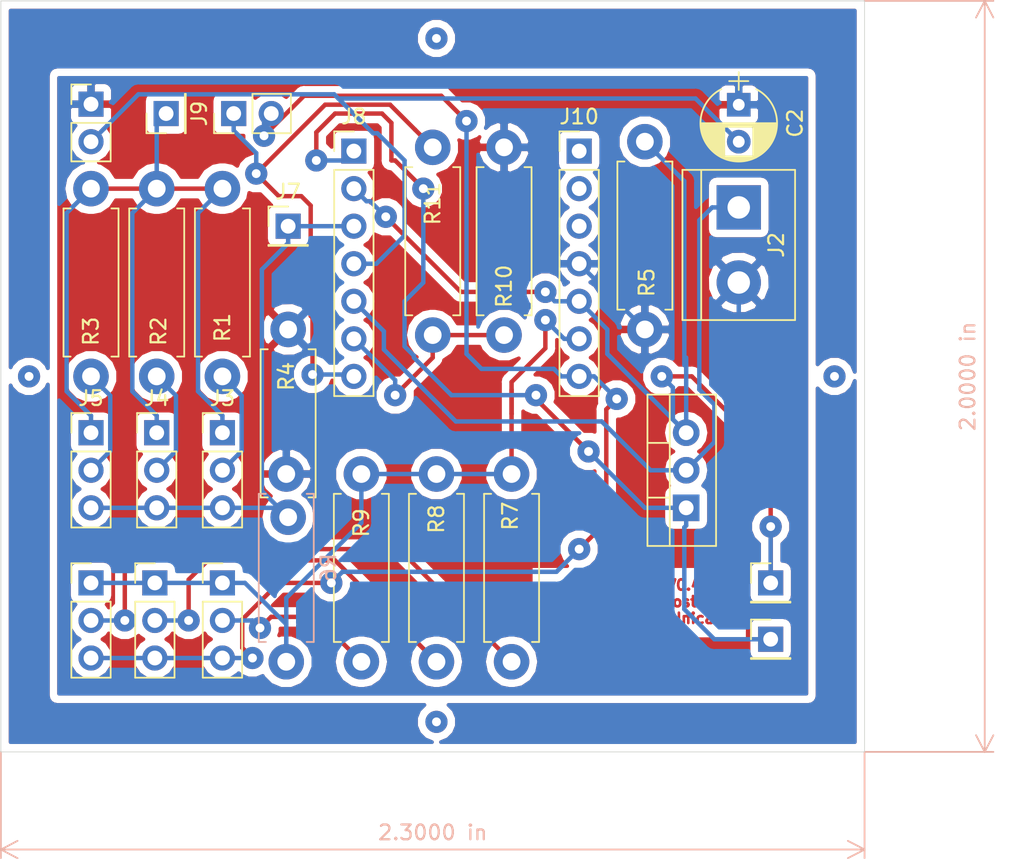
<source format=kicad_pcb>
(kicad_pcb (version 20171130) (host pcbnew 6.0.0-rc1-unknown-445a9fa~66~ubuntu16.04.1)

  (general
    (thickness 1.6)
    (drawings 7)
    (tracks 231)
    (zones 0)
    (modules 28)
    (nets 18)
  )

  (page A4)
  (title_block
    (title "IV Measure")
    (date 2018-11-17)
    (rev 4)
    (company "Mathias Scroccaro Costa")
  )

  (layers
    (0 F.Cu signal)
    (31 B.Cu signal)
    (32 B.Adhes user)
    (33 F.Adhes user)
    (34 B.Paste user)
    (35 F.Paste user)
    (36 B.SilkS user)
    (37 F.SilkS user)
    (38 B.Mask user)
    (39 F.Mask user)
    (40 Dwgs.User user)
    (41 Cmts.User user)
    (42 Eco1.User user)
    (43 Eco2.User user)
    (44 Edge.Cuts user)
    (45 Margin user)
    (46 B.CrtYd user)
    (47 F.CrtYd user)
    (48 B.Fab user)
    (49 F.Fab user)
  )

  (setup
    (last_trace_width 0.3)
    (trace_clearance 0.3)
    (zone_clearance 0.508)
    (zone_45_only no)
    (trace_min 0.2)
    (via_size 1.5)
    (via_drill 0.6)
    (via_min_size 0.4)
    (via_min_drill 0.3)
    (uvia_size 0.3)
    (uvia_drill 0.1)
    (uvias_allowed no)
    (uvia_min_size 0.2)
    (uvia_min_drill 0.1)
    (edge_width 0.05)
    (segment_width 0.2)
    (pcb_text_width 0.3)
    (pcb_text_size 1.5 1.5)
    (mod_edge_width 0.12)
    (mod_text_size 1 1)
    (mod_text_width 0.15)
    (pad_size 1.524 1.524)
    (pad_drill 0.762)
    (pad_to_mask_clearance 0.051)
    (solder_mask_min_width 0.25)
    (aux_axis_origin 0 0)
    (visible_elements FFFFFF7F)
    (pcbplotparams
      (layerselection 0x010fc_ffffffff)
      (usegerberextensions false)
      (usegerberattributes false)
      (usegerberadvancedattributes false)
      (creategerberjobfile false)
      (excludeedgelayer true)
      (linewidth 0.100000)
      (plotframeref false)
      (viasonmask false)
      (mode 1)
      (useauxorigin false)
      (hpglpennumber 1)
      (hpglpenspeed 20)
      (hpglpendiameter 15.000000)
      (psnegative false)
      (psa4output false)
      (plotreference true)
      (plotvalue true)
      (plotinvisibletext false)
      (padsonsilk false)
      (subtractmaskfromsilk false)
      (outputformat 1)
      (mirror false)
      (drillshape 1)
      (scaleselection 1)
      (outputdirectory ""))
  )

  (net 0 "")
  (net 1 GND)
  (net 2 DAC1)
  (net 3 +2)
  (net 4 "Net-(J3-Pad2)")
  (net 5 +1)
  (net 6 "Net-(J4-Pad2)")
  (net 7 "Net-(J5-Pad2)")
  (net 8 -2)
  (net 9 Out1)
  (net 10 ADC1)
  (net 11 +5V)
  (net 12 +3)
  (net 13 ADC2)
  (net 14 -3)
  (net 15 "Net-(J12-Pad2)")
  (net 16 "Net-(J13-Pad2)")
  (net 17 "Net-(J14-Pad2)")

  (net_class Default "This is the default net class."
    (clearance 0.3)
    (trace_width 0.3)
    (via_dia 1.5)
    (via_drill 0.6)
    (uvia_dia 0.3)
    (uvia_drill 0.1)
    (add_net +1)
    (add_net +2)
    (add_net +3)
    (add_net +5V)
    (add_net -2)
    (add_net -3)
    (add_net ADC1)
    (add_net ADC2)
    (add_net DAC1)
    (add_net GND)
    (add_net "Net-(J12-Pad2)")
    (add_net "Net-(J13-Pad2)")
    (add_net "Net-(J14-Pad2)")
    (add_net "Net-(J3-Pad2)")
    (add_net "Net-(J4-Pad2)")
    (add_net "Net-(J5-Pad2)")
    (add_net Out1)
  )

  (module Capacitors_THT:CP_Radial_D5.0mm_P2.50mm (layer F.Cu) (tedit 597BC7C2) (tstamp 5BEDA210)
    (at 227.711 85.765 270)
    (descr "CP, Radial series, Radial, pin pitch=2.50mm, , diameter=5mm, Electrolytic Capacitor")
    (tags "CP Radial series Radial pin pitch 2.50mm  diameter 5mm Electrolytic Capacitor")
    (path /5BBC6841)
    (fp_text reference C2 (at 1.25 -3.81 270) (layer F.SilkS)
      (effects (font (size 1 1) (thickness 0.15)))
    )
    (fp_text value 100nF (at -5.755 0) (layer F.Fab) hide
      (effects (font (size 1 1) (thickness 0.15)))
    )
    (fp_text user %R (at 1.25 0.635 270) (layer F.Fab)
      (effects (font (size 1 1) (thickness 0.15)))
    )
    (fp_line (start 4.1 -2.85) (end -1.6 -2.85) (layer F.CrtYd) (width 0.05))
    (fp_line (start 4.1 2.85) (end 4.1 -2.85) (layer F.CrtYd) (width 0.05))
    (fp_line (start -1.6 2.85) (end 4.1 2.85) (layer F.CrtYd) (width 0.05))
    (fp_line (start -1.6 -2.85) (end -1.6 2.85) (layer F.CrtYd) (width 0.05))
    (fp_line (start -1.6 -0.65) (end -1.6 0.65) (layer F.SilkS) (width 0.12))
    (fp_line (start -2.2 0) (end -1 0) (layer F.SilkS) (width 0.12))
    (fp_line (start 3.811 -0.354) (end 3.811 0.354) (layer F.SilkS) (width 0.12))
    (fp_line (start 3.771 -0.559) (end 3.771 0.559) (layer F.SilkS) (width 0.12))
    (fp_line (start 3.731 -0.707) (end 3.731 0.707) (layer F.SilkS) (width 0.12))
    (fp_line (start 3.691 -0.829) (end 3.691 0.829) (layer F.SilkS) (width 0.12))
    (fp_line (start 3.651 -0.934) (end 3.651 0.934) (layer F.SilkS) (width 0.12))
    (fp_line (start 3.611 -1.028) (end 3.611 1.028) (layer F.SilkS) (width 0.12))
    (fp_line (start 3.571 -1.112) (end 3.571 1.112) (layer F.SilkS) (width 0.12))
    (fp_line (start 3.531 -1.189) (end 3.531 1.189) (layer F.SilkS) (width 0.12))
    (fp_line (start 3.491 -1.261) (end 3.491 1.261) (layer F.SilkS) (width 0.12))
    (fp_line (start 3.451 0.98) (end 3.451 1.327) (layer F.SilkS) (width 0.12))
    (fp_line (start 3.451 -1.327) (end 3.451 -0.98) (layer F.SilkS) (width 0.12))
    (fp_line (start 3.411 0.98) (end 3.411 1.39) (layer F.SilkS) (width 0.12))
    (fp_line (start 3.411 -1.39) (end 3.411 -0.98) (layer F.SilkS) (width 0.12))
    (fp_line (start 3.371 0.98) (end 3.371 1.448) (layer F.SilkS) (width 0.12))
    (fp_line (start 3.371 -1.448) (end 3.371 -0.98) (layer F.SilkS) (width 0.12))
    (fp_line (start 3.331 0.98) (end 3.331 1.504) (layer F.SilkS) (width 0.12))
    (fp_line (start 3.331 -1.504) (end 3.331 -0.98) (layer F.SilkS) (width 0.12))
    (fp_line (start 3.291 0.98) (end 3.291 1.556) (layer F.SilkS) (width 0.12))
    (fp_line (start 3.291 -1.556) (end 3.291 -0.98) (layer F.SilkS) (width 0.12))
    (fp_line (start 3.251 0.98) (end 3.251 1.606) (layer F.SilkS) (width 0.12))
    (fp_line (start 3.251 -1.606) (end 3.251 -0.98) (layer F.SilkS) (width 0.12))
    (fp_line (start 3.211 0.98) (end 3.211 1.654) (layer F.SilkS) (width 0.12))
    (fp_line (start 3.211 -1.654) (end 3.211 -0.98) (layer F.SilkS) (width 0.12))
    (fp_line (start 3.171 0.98) (end 3.171 1.699) (layer F.SilkS) (width 0.12))
    (fp_line (start 3.171 -1.699) (end 3.171 -0.98) (layer F.SilkS) (width 0.12))
    (fp_line (start 3.131 0.98) (end 3.131 1.742) (layer F.SilkS) (width 0.12))
    (fp_line (start 3.131 -1.742) (end 3.131 -0.98) (layer F.SilkS) (width 0.12))
    (fp_line (start 3.091 0.98) (end 3.091 1.783) (layer F.SilkS) (width 0.12))
    (fp_line (start 3.091 -1.783) (end 3.091 -0.98) (layer F.SilkS) (width 0.12))
    (fp_line (start 3.051 0.98) (end 3.051 1.823) (layer F.SilkS) (width 0.12))
    (fp_line (start 3.051 -1.823) (end 3.051 -0.98) (layer F.SilkS) (width 0.12))
    (fp_line (start 3.011 0.98) (end 3.011 1.861) (layer F.SilkS) (width 0.12))
    (fp_line (start 3.011 -1.861) (end 3.011 -0.98) (layer F.SilkS) (width 0.12))
    (fp_line (start 2.971 0.98) (end 2.971 1.897) (layer F.SilkS) (width 0.12))
    (fp_line (start 2.971 -1.897) (end 2.971 -0.98) (layer F.SilkS) (width 0.12))
    (fp_line (start 2.931 0.98) (end 2.931 1.932) (layer F.SilkS) (width 0.12))
    (fp_line (start 2.931 -1.932) (end 2.931 -0.98) (layer F.SilkS) (width 0.12))
    (fp_line (start 2.891 0.98) (end 2.891 1.965) (layer F.SilkS) (width 0.12))
    (fp_line (start 2.891 -1.965) (end 2.891 -0.98) (layer F.SilkS) (width 0.12))
    (fp_line (start 2.851 0.98) (end 2.851 1.997) (layer F.SilkS) (width 0.12))
    (fp_line (start 2.851 -1.997) (end 2.851 -0.98) (layer F.SilkS) (width 0.12))
    (fp_line (start 2.811 0.98) (end 2.811 2.028) (layer F.SilkS) (width 0.12))
    (fp_line (start 2.811 -2.028) (end 2.811 -0.98) (layer F.SilkS) (width 0.12))
    (fp_line (start 2.771 0.98) (end 2.771 2.058) (layer F.SilkS) (width 0.12))
    (fp_line (start 2.771 -2.058) (end 2.771 -0.98) (layer F.SilkS) (width 0.12))
    (fp_line (start 2.731 0.98) (end 2.731 2.086) (layer F.SilkS) (width 0.12))
    (fp_line (start 2.731 -2.086) (end 2.731 -0.98) (layer F.SilkS) (width 0.12))
    (fp_line (start 2.691 0.98) (end 2.691 2.113) (layer F.SilkS) (width 0.12))
    (fp_line (start 2.691 -2.113) (end 2.691 -0.98) (layer F.SilkS) (width 0.12))
    (fp_line (start 2.651 0.98) (end 2.651 2.14) (layer F.SilkS) (width 0.12))
    (fp_line (start 2.651 -2.14) (end 2.651 -0.98) (layer F.SilkS) (width 0.12))
    (fp_line (start 2.611 0.98) (end 2.611 2.165) (layer F.SilkS) (width 0.12))
    (fp_line (start 2.611 -2.165) (end 2.611 -0.98) (layer F.SilkS) (width 0.12))
    (fp_line (start 2.571 0.98) (end 2.571 2.189) (layer F.SilkS) (width 0.12))
    (fp_line (start 2.571 -2.189) (end 2.571 -0.98) (layer F.SilkS) (width 0.12))
    (fp_line (start 2.531 0.98) (end 2.531 2.212) (layer F.SilkS) (width 0.12))
    (fp_line (start 2.531 -2.212) (end 2.531 -0.98) (layer F.SilkS) (width 0.12))
    (fp_line (start 2.491 0.98) (end 2.491 2.234) (layer F.SilkS) (width 0.12))
    (fp_line (start 2.491 -2.234) (end 2.491 -0.98) (layer F.SilkS) (width 0.12))
    (fp_line (start 2.451 0.98) (end 2.451 2.256) (layer F.SilkS) (width 0.12))
    (fp_line (start 2.451 -2.256) (end 2.451 -0.98) (layer F.SilkS) (width 0.12))
    (fp_line (start 2.411 0.98) (end 2.411 2.276) (layer F.SilkS) (width 0.12))
    (fp_line (start 2.411 -2.276) (end 2.411 -0.98) (layer F.SilkS) (width 0.12))
    (fp_line (start 2.371 0.98) (end 2.371 2.296) (layer F.SilkS) (width 0.12))
    (fp_line (start 2.371 -2.296) (end 2.371 -0.98) (layer F.SilkS) (width 0.12))
    (fp_line (start 2.331 0.98) (end 2.331 2.315) (layer F.SilkS) (width 0.12))
    (fp_line (start 2.331 -2.315) (end 2.331 -0.98) (layer F.SilkS) (width 0.12))
    (fp_line (start 2.291 0.98) (end 2.291 2.333) (layer F.SilkS) (width 0.12))
    (fp_line (start 2.291 -2.333) (end 2.291 -0.98) (layer F.SilkS) (width 0.12))
    (fp_line (start 2.251 0.98) (end 2.251 2.35) (layer F.SilkS) (width 0.12))
    (fp_line (start 2.251 -2.35) (end 2.251 -0.98) (layer F.SilkS) (width 0.12))
    (fp_line (start 2.211 0.98) (end 2.211 2.366) (layer F.SilkS) (width 0.12))
    (fp_line (start 2.211 -2.366) (end 2.211 -0.98) (layer F.SilkS) (width 0.12))
    (fp_line (start 2.171 0.98) (end 2.171 2.382) (layer F.SilkS) (width 0.12))
    (fp_line (start 2.171 -2.382) (end 2.171 -0.98) (layer F.SilkS) (width 0.12))
    (fp_line (start 2.131 0.98) (end 2.131 2.396) (layer F.SilkS) (width 0.12))
    (fp_line (start 2.131 -2.396) (end 2.131 -0.98) (layer F.SilkS) (width 0.12))
    (fp_line (start 2.091 0.98) (end 2.091 2.41) (layer F.SilkS) (width 0.12))
    (fp_line (start 2.091 -2.41) (end 2.091 -0.98) (layer F.SilkS) (width 0.12))
    (fp_line (start 2.051 0.98) (end 2.051 2.424) (layer F.SilkS) (width 0.12))
    (fp_line (start 2.051 -2.424) (end 2.051 -0.98) (layer F.SilkS) (width 0.12))
    (fp_line (start 2.011 0.98) (end 2.011 2.436) (layer F.SilkS) (width 0.12))
    (fp_line (start 2.011 -2.436) (end 2.011 -0.98) (layer F.SilkS) (width 0.12))
    (fp_line (start 1.971 0.98) (end 1.971 2.448) (layer F.SilkS) (width 0.12))
    (fp_line (start 1.971 -2.448) (end 1.971 -0.98) (layer F.SilkS) (width 0.12))
    (fp_line (start 1.93 0.98) (end 1.93 2.46) (layer F.SilkS) (width 0.12))
    (fp_line (start 1.93 -2.46) (end 1.93 -0.98) (layer F.SilkS) (width 0.12))
    (fp_line (start 1.89 0.98) (end 1.89 2.47) (layer F.SilkS) (width 0.12))
    (fp_line (start 1.89 -2.47) (end 1.89 -0.98) (layer F.SilkS) (width 0.12))
    (fp_line (start 1.85 0.98) (end 1.85 2.48) (layer F.SilkS) (width 0.12))
    (fp_line (start 1.85 -2.48) (end 1.85 -0.98) (layer F.SilkS) (width 0.12))
    (fp_line (start 1.81 0.98) (end 1.81 2.489) (layer F.SilkS) (width 0.12))
    (fp_line (start 1.81 -2.489) (end 1.81 -0.98) (layer F.SilkS) (width 0.12))
    (fp_line (start 1.77 0.98) (end 1.77 2.498) (layer F.SilkS) (width 0.12))
    (fp_line (start 1.77 -2.498) (end 1.77 -0.98) (layer F.SilkS) (width 0.12))
    (fp_line (start 1.73 0.98) (end 1.73 2.506) (layer F.SilkS) (width 0.12))
    (fp_line (start 1.73 -2.506) (end 1.73 -0.98) (layer F.SilkS) (width 0.12))
    (fp_line (start 1.69 0.98) (end 1.69 2.513) (layer F.SilkS) (width 0.12))
    (fp_line (start 1.69 -2.513) (end 1.69 -0.98) (layer F.SilkS) (width 0.12))
    (fp_line (start 1.65 0.98) (end 1.65 2.519) (layer F.SilkS) (width 0.12))
    (fp_line (start 1.65 -2.519) (end 1.65 -0.98) (layer F.SilkS) (width 0.12))
    (fp_line (start 1.61 0.98) (end 1.61 2.525) (layer F.SilkS) (width 0.12))
    (fp_line (start 1.61 -2.525) (end 1.61 -0.98) (layer F.SilkS) (width 0.12))
    (fp_line (start 1.57 0.98) (end 1.57 2.531) (layer F.SilkS) (width 0.12))
    (fp_line (start 1.57 -2.531) (end 1.57 -0.98) (layer F.SilkS) (width 0.12))
    (fp_line (start 1.53 0.98) (end 1.53 2.535) (layer F.SilkS) (width 0.12))
    (fp_line (start 1.53 -2.535) (end 1.53 -0.98) (layer F.SilkS) (width 0.12))
    (fp_line (start 1.49 -2.539) (end 1.49 2.539) (layer F.SilkS) (width 0.12))
    (fp_line (start 1.45 -2.543) (end 1.45 2.543) (layer F.SilkS) (width 0.12))
    (fp_line (start 1.41 -2.546) (end 1.41 2.546) (layer F.SilkS) (width 0.12))
    (fp_line (start 1.37 -2.548) (end 1.37 2.548) (layer F.SilkS) (width 0.12))
    (fp_line (start 1.33 -2.549) (end 1.33 2.549) (layer F.SilkS) (width 0.12))
    (fp_line (start 1.29 -2.55) (end 1.29 2.55) (layer F.SilkS) (width 0.12))
    (fp_line (start 1.25 -2.55) (end 1.25 2.55) (layer F.SilkS) (width 0.12))
    (fp_line (start -1.6 -0.65) (end -1.6 0.65) (layer F.Fab) (width 0.1))
    (fp_line (start -2.2 0) (end -1 0) (layer F.Fab) (width 0.1))
    (fp_circle (center 1.25 0) (end 3.75 0) (layer F.Fab) (width 0.1))
    (fp_arc (start 1.25 0) (end 3.55558 -1.18) (angle 54.2) (layer F.SilkS) (width 0.12))
    (fp_arc (start 1.25 0) (end -1.05558 1.18) (angle -125.8) (layer F.SilkS) (width 0.12))
    (fp_arc (start 1.25 0) (end -1.05558 -1.18) (angle 125.8) (layer F.SilkS) (width 0.12))
    (pad 2 thru_hole circle (at 2.5 0 270) (size 1.6 1.6) (drill 0.8) (layers *.Cu *.Mask)
      (net 11 +5V))
    (pad 1 thru_hole rect (at 0 0 270) (size 1.6 1.6) (drill 0.8) (layers *.Cu *.Mask)
      (net 1 GND))
    (model ${KISYS3DMOD}/Capacitors_THT.3dshapes/CP_Radial_D5.0mm_P2.50mm.wrl
      (at (xyz 0 0 0))
      (scale (xyz 1 1 1))
      (rotate (xyz 0 0 0))
    )
  )

  (module Pin_Headers:Pin_Header_Straight_1x01_Pitch2.54mm (layer F.Cu) (tedit 59650532) (tstamp 5BEDA225)
    (at 188.976 86.36 90)
    (descr "Through hole straight pin header, 1x01, 2.54mm pitch, single row")
    (tags "Through hole pin header THT 1x01 2.54mm single row")
    (path /5C0D42EC)
    (fp_text reference J1 (at 0 -2.33 90) (layer F.SilkS) hide
      (effects (font (size 1 1) (thickness 0.15)))
    )
    (fp_text value DAC (at 10.16 0 90) (layer F.Fab) hide
      (effects (font (size 1 1) (thickness 0.15)))
    )
    (fp_text user %R (at 0 0 180) (layer F.Fab)
      (effects (font (size 1 1) (thickness 0.15)))
    )
    (fp_line (start 1.8 -1.8) (end -1.8 -1.8) (layer F.CrtYd) (width 0.05))
    (fp_line (start 1.8 1.8) (end 1.8 -1.8) (layer F.CrtYd) (width 0.05))
    (fp_line (start -1.8 1.8) (end 1.8 1.8) (layer F.CrtYd) (width 0.05))
    (fp_line (start -1.8 -1.8) (end -1.8 1.8) (layer F.CrtYd) (width 0.05))
    (fp_line (start -1.33 -1.33) (end 0 -1.33) (layer F.SilkS) (width 0.12))
    (fp_line (start -1.33 0) (end -1.33 -1.33) (layer F.SilkS) (width 0.12))
    (fp_line (start -1.33 1.27) (end 1.33 1.27) (layer F.SilkS) (width 0.12))
    (fp_line (start 1.33 1.27) (end 1.33 1.33) (layer F.SilkS) (width 0.12))
    (fp_line (start -1.33 1.27) (end -1.33 1.33) (layer F.SilkS) (width 0.12))
    (fp_line (start -1.33 1.33) (end 1.33 1.33) (layer F.SilkS) (width 0.12))
    (fp_line (start -1.27 -0.635) (end -0.635 -1.27) (layer F.Fab) (width 0.1))
    (fp_line (start -1.27 1.27) (end -1.27 -0.635) (layer F.Fab) (width 0.1))
    (fp_line (start 1.27 1.27) (end -1.27 1.27) (layer F.Fab) (width 0.1))
    (fp_line (start 1.27 -1.27) (end 1.27 1.27) (layer F.Fab) (width 0.1))
    (fp_line (start -0.635 -1.27) (end 1.27 -1.27) (layer F.Fab) (width 0.1))
    (pad 1 thru_hole rect (at 0 0 90) (size 1.7 1.7) (drill 1) (layers *.Cu *.Mask)
      (net 2 DAC1))
    (model ${KISYS3DMOD}/Pin_Headers.3dshapes/Pin_Header_Straight_1x01_Pitch2.54mm.wrl
      (at (xyz 0 0 0))
      (scale (xyz 1 1 1))
      (rotate (xyz 0 0 0))
    )
  )

  (module TerminalBlock:TerminalBlock_bornier-2_P5.08mm (layer F.Cu) (tedit 59FF03AB) (tstamp 5BEDA23A)
    (at 227.711 92.71 270)
    (descr "simple 2-pin terminal block, pitch 5.08mm, revamped version of bornier2")
    (tags "terminal block bornier2")
    (path /5BB62779)
    (fp_text reference J2 (at 2.54 -2.54 270) (layer F.SilkS)
      (effects (font (size 1 1) (thickness 0.15)))
    )
    (fp_text value "Sollar Cell" (at 2.032 -2.921 270) (layer F.Fab)
      (effects (font (size 1 1) (thickness 0.15)))
    )
    (fp_line (start 7.79 4) (end -2.71 4) (layer F.CrtYd) (width 0.05))
    (fp_line (start 7.79 4) (end 7.79 -4) (layer F.CrtYd) (width 0.05))
    (fp_line (start -2.71 -4) (end -2.71 4) (layer F.CrtYd) (width 0.05))
    (fp_line (start -2.71 -4) (end 7.79 -4) (layer F.CrtYd) (width 0.05))
    (fp_line (start -2.54 3.81) (end 7.62 3.81) (layer F.SilkS) (width 0.12))
    (fp_line (start -2.54 -3.81) (end -2.54 3.81) (layer F.SilkS) (width 0.12))
    (fp_line (start 7.62 -3.81) (end -2.54 -3.81) (layer F.SilkS) (width 0.12))
    (fp_line (start 7.62 3.81) (end 7.62 -3.81) (layer F.SilkS) (width 0.12))
    (fp_line (start 7.62 2.54) (end -2.54 2.54) (layer F.SilkS) (width 0.12))
    (fp_line (start 7.54 -3.75) (end -2.46 -3.75) (layer F.Fab) (width 0.1))
    (fp_line (start 7.54 3.75) (end 7.54 -3.75) (layer F.Fab) (width 0.1))
    (fp_line (start -2.46 3.75) (end 7.54 3.75) (layer F.Fab) (width 0.1))
    (fp_line (start -2.46 -3.75) (end -2.46 3.75) (layer F.Fab) (width 0.1))
    (fp_line (start -2.41 2.55) (end 7.49 2.55) (layer F.Fab) (width 0.1))
    (fp_text user %R (at 2.54 0 270) (layer F.Fab)
      (effects (font (size 1 1) (thickness 0.15)))
    )
    (pad 2 thru_hole circle (at 5.08 0 270) (size 3 3) (drill 1.52) (layers *.Cu *.Mask)
      (net 1 GND))
    (pad 1 thru_hole rect (at 0 0 270) (size 3 3) (drill 1.52) (layers *.Cu *.Mask)
      (net 3 +2))
    (model ${KISYS3DMOD}/Terminal_Blocks.3dshapes/TerminalBlock_bornier-2_P5.08mm.wrl
      (offset (xyz 2.539999961853027 0 0))
      (scale (xyz 1 1 1))
      (rotate (xyz 0 0 0))
    )
  )

  (module Pin_Headers:Pin_Header_Straight_1x03_Pitch2.54mm (layer F.Cu) (tedit 59650532) (tstamp 5BEDA251)
    (at 192.786 107.95)
    (descr "Through hole straight pin header, 1x03, 2.54mm pitch, single row")
    (tags "Through hole pin header THT 1x03 2.54mm single row")
    (path /5C00E8E4)
    (fp_text reference J3 (at 0 -2.33) (layer F.SilkS)
      (effects (font (size 1 1) (thickness 0.15)))
    )
    (fp_text value Conn_01x03 (at 0 15.24 90) (layer F.Fab) hide
      (effects (font (size 1 1) (thickness 0.15)))
    )
    (fp_line (start -0.635 -1.27) (end 1.27 -1.27) (layer F.Fab) (width 0.1))
    (fp_line (start 1.27 -1.27) (end 1.27 6.35) (layer F.Fab) (width 0.1))
    (fp_line (start 1.27 6.35) (end -1.27 6.35) (layer F.Fab) (width 0.1))
    (fp_line (start -1.27 6.35) (end -1.27 -0.635) (layer F.Fab) (width 0.1))
    (fp_line (start -1.27 -0.635) (end -0.635 -1.27) (layer F.Fab) (width 0.1))
    (fp_line (start -1.33 6.41) (end 1.33 6.41) (layer F.SilkS) (width 0.12))
    (fp_line (start -1.33 1.27) (end -1.33 6.41) (layer F.SilkS) (width 0.12))
    (fp_line (start 1.33 1.27) (end 1.33 6.41) (layer F.SilkS) (width 0.12))
    (fp_line (start -1.33 1.27) (end 1.33 1.27) (layer F.SilkS) (width 0.12))
    (fp_line (start -1.33 0) (end -1.33 -1.33) (layer F.SilkS) (width 0.12))
    (fp_line (start -1.33 -1.33) (end 0 -1.33) (layer F.SilkS) (width 0.12))
    (fp_line (start -1.8 -1.8) (end -1.8 6.85) (layer F.CrtYd) (width 0.05))
    (fp_line (start -1.8 6.85) (end 1.8 6.85) (layer F.CrtYd) (width 0.05))
    (fp_line (start 1.8 6.85) (end 1.8 -1.8) (layer F.CrtYd) (width 0.05))
    (fp_line (start 1.8 -1.8) (end -1.8 -1.8) (layer F.CrtYd) (width 0.05))
    (fp_text user %R (at 0 2.54 90) (layer F.Fab)
      (effects (font (size 1 1) (thickness 0.15)))
    )
    (pad 1 thru_hole rect (at 0 0) (size 1.7 1.7) (drill 1) (layers *.Cu *.Mask)
      (net 2 DAC1))
    (pad 2 thru_hole oval (at 0 2.54) (size 1.7 1.7) (drill 1) (layers *.Cu *.Mask)
      (net 4 "Net-(J3-Pad2)"))
    (pad 3 thru_hole oval (at 0 5.08) (size 1.7 1.7) (drill 1) (layers *.Cu *.Mask)
      (net 5 +1))
    (model ${KISYS3DMOD}/Pin_Headers.3dshapes/Pin_Header_Straight_1x03_Pitch2.54mm.wrl
      (at (xyz 0 0 0))
      (scale (xyz 1 1 1))
      (rotate (xyz 0 0 0))
    )
  )

  (module Pin_Headers:Pin_Header_Straight_1x03_Pitch2.54mm (layer F.Cu) (tedit 59650532) (tstamp 5BEDA268)
    (at 188.341 107.95)
    (descr "Through hole straight pin header, 1x03, 2.54mm pitch, single row")
    (tags "Through hole pin header THT 1x03 2.54mm single row")
    (path /5BFCF8B3)
    (fp_text reference J4 (at 0 -2.33) (layer F.SilkS)
      (effects (font (size 1 1) (thickness 0.15)))
    )
    (fp_text value Conn_01x03 (at 0 15.24 90) (layer F.Fab) hide
      (effects (font (size 1 1) (thickness 0.15)))
    )
    (fp_text user %R (at 0 2.54 90) (layer F.Fab)
      (effects (font (size 1 1) (thickness 0.15)))
    )
    (fp_line (start 1.8 -1.8) (end -1.8 -1.8) (layer F.CrtYd) (width 0.05))
    (fp_line (start 1.8 6.85) (end 1.8 -1.8) (layer F.CrtYd) (width 0.05))
    (fp_line (start -1.8 6.85) (end 1.8 6.85) (layer F.CrtYd) (width 0.05))
    (fp_line (start -1.8 -1.8) (end -1.8 6.85) (layer F.CrtYd) (width 0.05))
    (fp_line (start -1.33 -1.33) (end 0 -1.33) (layer F.SilkS) (width 0.12))
    (fp_line (start -1.33 0) (end -1.33 -1.33) (layer F.SilkS) (width 0.12))
    (fp_line (start -1.33 1.27) (end 1.33 1.27) (layer F.SilkS) (width 0.12))
    (fp_line (start 1.33 1.27) (end 1.33 6.41) (layer F.SilkS) (width 0.12))
    (fp_line (start -1.33 1.27) (end -1.33 6.41) (layer F.SilkS) (width 0.12))
    (fp_line (start -1.33 6.41) (end 1.33 6.41) (layer F.SilkS) (width 0.12))
    (fp_line (start -1.27 -0.635) (end -0.635 -1.27) (layer F.Fab) (width 0.1))
    (fp_line (start -1.27 6.35) (end -1.27 -0.635) (layer F.Fab) (width 0.1))
    (fp_line (start 1.27 6.35) (end -1.27 6.35) (layer F.Fab) (width 0.1))
    (fp_line (start 1.27 -1.27) (end 1.27 6.35) (layer F.Fab) (width 0.1))
    (fp_line (start -0.635 -1.27) (end 1.27 -1.27) (layer F.Fab) (width 0.1))
    (pad 3 thru_hole oval (at 0 5.08) (size 1.7 1.7) (drill 1) (layers *.Cu *.Mask)
      (net 5 +1))
    (pad 2 thru_hole oval (at 0 2.54) (size 1.7 1.7) (drill 1) (layers *.Cu *.Mask)
      (net 6 "Net-(J4-Pad2)"))
    (pad 1 thru_hole rect (at 0 0) (size 1.7 1.7) (drill 1) (layers *.Cu *.Mask)
      (net 2 DAC1))
    (model ${KISYS3DMOD}/Pin_Headers.3dshapes/Pin_Header_Straight_1x03_Pitch2.54mm.wrl
      (at (xyz 0 0 0))
      (scale (xyz 1 1 1))
      (rotate (xyz 0 0 0))
    )
  )

  (module Pin_Headers:Pin_Header_Straight_1x03_Pitch2.54mm (layer F.Cu) (tedit 59650532) (tstamp 5BEDA27F)
    (at 183.896 107.95)
    (descr "Through hole straight pin header, 1x03, 2.54mm pitch, single row")
    (tags "Through hole pin header THT 1x03 2.54mm single row")
    (path /5BF5F123)
    (fp_text reference J5 (at 0 -2.33) (layer F.SilkS)
      (effects (font (size 1 1) (thickness 0.15)))
    )
    (fp_text value Conn_01x03 (at 0 15.24 90) (layer F.Fab) hide
      (effects (font (size 1 1) (thickness 0.15)))
    )
    (fp_text user %R (at 0 2.54 90) (layer F.Fab)
      (effects (font (size 1 1) (thickness 0.15)))
    )
    (fp_line (start 1.8 -1.8) (end -1.8 -1.8) (layer F.CrtYd) (width 0.05))
    (fp_line (start 1.8 6.85) (end 1.8 -1.8) (layer F.CrtYd) (width 0.05))
    (fp_line (start -1.8 6.85) (end 1.8 6.85) (layer F.CrtYd) (width 0.05))
    (fp_line (start -1.8 -1.8) (end -1.8 6.85) (layer F.CrtYd) (width 0.05))
    (fp_line (start -1.33 -1.33) (end 0 -1.33) (layer F.SilkS) (width 0.12))
    (fp_line (start -1.33 0) (end -1.33 -1.33) (layer F.SilkS) (width 0.12))
    (fp_line (start -1.33 1.27) (end 1.33 1.27) (layer F.SilkS) (width 0.12))
    (fp_line (start 1.33 1.27) (end 1.33 6.41) (layer F.SilkS) (width 0.12))
    (fp_line (start -1.33 1.27) (end -1.33 6.41) (layer F.SilkS) (width 0.12))
    (fp_line (start -1.33 6.41) (end 1.33 6.41) (layer F.SilkS) (width 0.12))
    (fp_line (start -1.27 -0.635) (end -0.635 -1.27) (layer F.Fab) (width 0.1))
    (fp_line (start -1.27 6.35) (end -1.27 -0.635) (layer F.Fab) (width 0.1))
    (fp_line (start 1.27 6.35) (end -1.27 6.35) (layer F.Fab) (width 0.1))
    (fp_line (start 1.27 -1.27) (end 1.27 6.35) (layer F.Fab) (width 0.1))
    (fp_line (start -0.635 -1.27) (end 1.27 -1.27) (layer F.Fab) (width 0.1))
    (pad 3 thru_hole oval (at 0 5.08) (size 1.7 1.7) (drill 1) (layers *.Cu *.Mask)
      (net 5 +1))
    (pad 2 thru_hole oval (at 0 2.54) (size 1.7 1.7) (drill 1) (layers *.Cu *.Mask)
      (net 7 "Net-(J5-Pad2)"))
    (pad 1 thru_hole rect (at 0 0) (size 1.7 1.7) (drill 1) (layers *.Cu *.Mask)
      (net 2 DAC1))
    (model ${KISYS3DMOD}/Pin_Headers.3dshapes/Pin_Header_Straight_1x03_Pitch2.54mm.wrl
      (at (xyz 0 0 0))
      (scale (xyz 1 1 1))
      (rotate (xyz 0 0 0))
    )
  )

  (module Pin_Headers:Pin_Header_Straight_1x02_Pitch2.54mm (layer F.Cu) (tedit 59650532) (tstamp 5BEDA295)
    (at 183.896 85.725)
    (descr "Through hole straight pin header, 1x02, 2.54mm pitch, single row")
    (tags "Through hole pin header THT 1x02 2.54mm single row")
    (path /5C0CDAF5)
    (fp_text reference J6 (at 0 -2.33) (layer F.SilkS) hide
      (effects (font (size 1 1) (thickness 0.15)))
    )
    (fp_text value Source (at 0 -9.525 90) (layer F.Fab) hide
      (effects (font (size 1 1) (thickness 0.15)))
    )
    (fp_line (start -0.635 -1.27) (end 1.27 -1.27) (layer F.Fab) (width 0.1))
    (fp_line (start 1.27 -1.27) (end 1.27 3.81) (layer F.Fab) (width 0.1))
    (fp_line (start 1.27 3.81) (end -1.27 3.81) (layer F.Fab) (width 0.1))
    (fp_line (start -1.27 3.81) (end -1.27 -0.635) (layer F.Fab) (width 0.1))
    (fp_line (start -1.27 -0.635) (end -0.635 -1.27) (layer F.Fab) (width 0.1))
    (fp_line (start -1.33 3.87) (end 1.33 3.87) (layer F.SilkS) (width 0.12))
    (fp_line (start -1.33 1.27) (end -1.33 3.87) (layer F.SilkS) (width 0.12))
    (fp_line (start 1.33 1.27) (end 1.33 3.87) (layer F.SilkS) (width 0.12))
    (fp_line (start -1.33 1.27) (end 1.33 1.27) (layer F.SilkS) (width 0.12))
    (fp_line (start -1.33 0) (end -1.33 -1.33) (layer F.SilkS) (width 0.12))
    (fp_line (start -1.33 -1.33) (end 0 -1.33) (layer F.SilkS) (width 0.12))
    (fp_line (start -1.8 -1.8) (end -1.8 4.35) (layer F.CrtYd) (width 0.05))
    (fp_line (start -1.8 4.35) (end 1.8 4.35) (layer F.CrtYd) (width 0.05))
    (fp_line (start 1.8 4.35) (end 1.8 -1.8) (layer F.CrtYd) (width 0.05))
    (fp_line (start 1.8 -1.8) (end -1.8 -1.8) (layer F.CrtYd) (width 0.05))
    (fp_text user %R (at -1.27 0.635 90) (layer F.Fab)
      (effects (font (size 1 1) (thickness 0.15)))
    )
    (pad 1 thru_hole rect (at 0 0) (size 1.7 1.7) (drill 1) (layers *.Cu *.Mask)
      (net 1 GND))
    (pad 2 thru_hole oval (at 0 2.54) (size 1.7 1.7) (drill 1) (layers *.Cu *.Mask)
      (net 11 +5V))
    (model ${KISYS3DMOD}/Pin_Headers.3dshapes/Pin_Header_Straight_1x02_Pitch2.54mm.wrl
      (at (xyz 0 0 0))
      (scale (xyz 1 1 1))
      (rotate (xyz 0 0 0))
    )
  )

  (module Pin_Headers:Pin_Header_Straight_1x01_Pitch2.54mm (layer F.Cu) (tedit 59650532) (tstamp 5BEDBD7D)
    (at 197.231 93.98)
    (descr "Through hole straight pin header, 1x01, 2.54mm pitch, single row")
    (tags "Through hole pin header THT 1x01 2.54mm single row")
    (path /5C0D6808)
    (fp_text reference J7 (at 0 -2.33) (layer F.SilkS)
      (effects (font (size 1 1) (thickness 0.15)))
    )
    (fp_text value Vref (at 0 2.33) (layer F.Fab) hide
      (effects (font (size 1 1) (thickness 0.15)))
    )
    (fp_line (start -0.635 -1.27) (end 1.27 -1.27) (layer F.Fab) (width 0.1))
    (fp_line (start 1.27 -1.27) (end 1.27 1.27) (layer F.Fab) (width 0.1))
    (fp_line (start 1.27 1.27) (end -1.27 1.27) (layer F.Fab) (width 0.1))
    (fp_line (start -1.27 1.27) (end -1.27 -0.635) (layer F.Fab) (width 0.1))
    (fp_line (start -1.27 -0.635) (end -0.635 -1.27) (layer F.Fab) (width 0.1))
    (fp_line (start -1.33 1.33) (end 1.33 1.33) (layer F.SilkS) (width 0.12))
    (fp_line (start -1.33 1.27) (end -1.33 1.33) (layer F.SilkS) (width 0.12))
    (fp_line (start 1.33 1.27) (end 1.33 1.33) (layer F.SilkS) (width 0.12))
    (fp_line (start -1.33 1.27) (end 1.33 1.27) (layer F.SilkS) (width 0.12))
    (fp_line (start -1.33 0) (end -1.33 -1.33) (layer F.SilkS) (width 0.12))
    (fp_line (start -1.33 -1.33) (end 0 -1.33) (layer F.SilkS) (width 0.12))
    (fp_line (start -1.8 -1.8) (end -1.8 1.8) (layer F.CrtYd) (width 0.05))
    (fp_line (start -1.8 1.8) (end 1.8 1.8) (layer F.CrtYd) (width 0.05))
    (fp_line (start 1.8 1.8) (end 1.8 -1.8) (layer F.CrtYd) (width 0.05))
    (fp_line (start 1.8 -1.8) (end -1.8 -1.8) (layer F.CrtYd) (width 0.05))
    (fp_text user %R (at 0 0 90) (layer F.Fab)
      (effects (font (size 1 1) (thickness 0.15)))
    )
    (pad 1 thru_hole rect (at 0 0) (size 1.7 1.7) (drill 1) (layers *.Cu *.Mask)
      (net 5 +1))
    (model ${KISYS3DMOD}/Pin_Headers.3dshapes/Pin_Header_Straight_1x01_Pitch2.54mm.wrl
      (at (xyz 0 0 0))
      (scale (xyz 1 1 1))
      (rotate (xyz 0 0 0))
    )
  )

  (module Pin_Headers:Pin_Header_Straight_1x07_Pitch2.54mm (layer F.Cu) (tedit 59650532) (tstamp 5BEDA2C5)
    (at 201.676 88.9)
    (descr "Through hole straight pin header, 1x07, 2.54mm pitch, single row")
    (tags "Through hole pin header THT 1x07 2.54mm single row")
    (path /5BB51790)
    (fp_text reference J8 (at 0 -2.33) (layer F.SilkS)
      (effects (font (size 1 1) (thickness 0.15)))
    )
    (fp_text value Conn_01x07 (at 2.54 8.255 90) (layer F.Fab) hide
      (effects (font (size 1 1) (thickness 0.15)))
    )
    (fp_text user %R (at 0 7.62 90) (layer F.Fab)
      (effects (font (size 1 1) (thickness 0.15)))
    )
    (fp_line (start 1.8 -1.8) (end -1.8 -1.8) (layer F.CrtYd) (width 0.05))
    (fp_line (start 1.8 17.05) (end 1.8 -1.8) (layer F.CrtYd) (width 0.05))
    (fp_line (start -1.8 17.05) (end 1.8 17.05) (layer F.CrtYd) (width 0.05))
    (fp_line (start -1.8 -1.8) (end -1.8 17.05) (layer F.CrtYd) (width 0.05))
    (fp_line (start -1.33 -1.33) (end 0 -1.33) (layer F.SilkS) (width 0.12))
    (fp_line (start -1.33 0) (end -1.33 -1.33) (layer F.SilkS) (width 0.12))
    (fp_line (start -1.33 1.27) (end 1.33 1.27) (layer F.SilkS) (width 0.12))
    (fp_line (start 1.33 1.27) (end 1.33 16.57) (layer F.SilkS) (width 0.12))
    (fp_line (start -1.33 1.27) (end -1.33 16.57) (layer F.SilkS) (width 0.12))
    (fp_line (start -1.33 16.57) (end 1.33 16.57) (layer F.SilkS) (width 0.12))
    (fp_line (start -1.27 -0.635) (end -0.635 -1.27) (layer F.Fab) (width 0.1))
    (fp_line (start -1.27 16.51) (end -1.27 -0.635) (layer F.Fab) (width 0.1))
    (fp_line (start 1.27 16.51) (end -1.27 16.51) (layer F.Fab) (width 0.1))
    (fp_line (start 1.27 -1.27) (end 1.27 16.51) (layer F.Fab) (width 0.1))
    (fp_line (start -0.635 -1.27) (end 1.27 -1.27) (layer F.Fab) (width 0.1))
    (pad 7 thru_hole oval (at 0 15.24) (size 1.7 1.7) (drill 1) (layers *.Cu *.Mask)
      (net 10 ADC1))
    (pad 6 thru_hole oval (at 0 12.7) (size 1.7 1.7) (drill 1) (layers *.Cu *.Mask)
      (net 8 -2))
    (pad 5 thru_hole oval (at 0 10.16) (size 1.7 1.7) (drill 1) (layers *.Cu *.Mask)
      (net 3 +2))
    (pad 4 thru_hole oval (at 0 7.62) (size 1.7 1.7) (drill 1) (layers *.Cu *.Mask)
      (net 11 +5V))
    (pad 3 thru_hole oval (at 0 5.08) (size 1.7 1.7) (drill 1) (layers *.Cu *.Mask)
      (net 5 +1))
    (pad 2 thru_hole oval (at 0 2.54) (size 1.7 1.7) (drill 1) (layers *.Cu *.Mask)
      (net 12 +3))
    (pad 1 thru_hole rect (at 0 0) (size 1.7 1.7) (drill 1) (layers *.Cu *.Mask)
      (net 9 Out1))
    (model ${KISYS3DMOD}/Pin_Headers.3dshapes/Pin_Header_Straight_1x07_Pitch2.54mm.wrl
      (at (xyz 0 0 0))
      (scale (xyz 1 1 1))
      (rotate (xyz 0 0 0))
    )
  )

  (module Pin_Headers:Pin_Header_Straight_1x02_Pitch2.54mm (layer F.Cu) (tedit 59650532) (tstamp 5BEDC00A)
    (at 193.548 86.36 90)
    (descr "Through hole straight pin header, 1x02, 2.54mm pitch, single row")
    (tags "Through hole pin header THT 1x02 2.54mm single row")
    (path /5BCB4F64)
    (fp_text reference J9 (at 0 -2.33 90) (layer F.SilkS)
      (effects (font (size 1 1) (thickness 0.15)))
    )
    (fp_text value ADC (at -6.35 1.27 180) (layer F.Fab) hide
      (effects (font (size 1 1) (thickness 0.15)))
    )
    (fp_text user %R (at 0 1.27 180) (layer F.Fab)
      (effects (font (size 1 1) (thickness 0.15)))
    )
    (fp_line (start 1.8 -1.8) (end -1.8 -1.8) (layer F.CrtYd) (width 0.05))
    (fp_line (start 1.8 4.35) (end 1.8 -1.8) (layer F.CrtYd) (width 0.05))
    (fp_line (start -1.8 4.35) (end 1.8 4.35) (layer F.CrtYd) (width 0.05))
    (fp_line (start -1.8 -1.8) (end -1.8 4.35) (layer F.CrtYd) (width 0.05))
    (fp_line (start -1.33 -1.33) (end 0 -1.33) (layer F.SilkS) (width 0.12))
    (fp_line (start -1.33 0) (end -1.33 -1.33) (layer F.SilkS) (width 0.12))
    (fp_line (start -1.33 1.27) (end 1.33 1.27) (layer F.SilkS) (width 0.12))
    (fp_line (start 1.33 1.27) (end 1.33 3.87) (layer F.SilkS) (width 0.12))
    (fp_line (start -1.33 1.27) (end -1.33 3.87) (layer F.SilkS) (width 0.12))
    (fp_line (start -1.33 3.87) (end 1.33 3.87) (layer F.SilkS) (width 0.12))
    (fp_line (start -1.27 -0.635) (end -0.635 -1.27) (layer F.Fab) (width 0.1))
    (fp_line (start -1.27 3.81) (end -1.27 -0.635) (layer F.Fab) (width 0.1))
    (fp_line (start 1.27 3.81) (end -1.27 3.81) (layer F.Fab) (width 0.1))
    (fp_line (start 1.27 -1.27) (end 1.27 3.81) (layer F.Fab) (width 0.1))
    (fp_line (start -0.635 -1.27) (end 1.27 -1.27) (layer F.Fab) (width 0.1))
    (pad 2 thru_hole oval (at 0 2.54 90) (size 1.7 1.7) (drill 1) (layers *.Cu *.Mask)
      (net 13 ADC2))
    (pad 1 thru_hole rect (at 0 0 90) (size 1.7 1.7) (drill 1) (layers *.Cu *.Mask)
      (net 10 ADC1))
    (model ${KISYS3DMOD}/Pin_Headers.3dshapes/Pin_Header_Straight_1x02_Pitch2.54mm.wrl
      (at (xyz 0 0 0))
      (scale (xyz 1 1 1))
      (rotate (xyz 0 0 0))
    )
  )

  (module Pin_Headers:Pin_Header_Straight_1x07_Pitch2.54mm (layer F.Cu) (tedit 59650532) (tstamp 5BEDA2F6)
    (at 216.916 88.9)
    (descr "Through hole straight pin header, 1x07, 2.54mm pitch, single row")
    (tags "Through hole pin header THT 1x07 2.54mm single row")
    (path /5BB51736)
    (fp_text reference J10 (at 0 -2.33) (layer F.SilkS)
      (effects (font (size 1 1) (thickness 0.15)))
    )
    (fp_text value Conn_01x07 (at -2.54 6.985 90) (layer F.Fab) hide
      (effects (font (size 1 1) (thickness 0.15)))
    )
    (fp_line (start -0.635 -1.27) (end 1.27 -1.27) (layer F.Fab) (width 0.1))
    (fp_line (start 1.27 -1.27) (end 1.27 16.51) (layer F.Fab) (width 0.1))
    (fp_line (start 1.27 16.51) (end -1.27 16.51) (layer F.Fab) (width 0.1))
    (fp_line (start -1.27 16.51) (end -1.27 -0.635) (layer F.Fab) (width 0.1))
    (fp_line (start -1.27 -0.635) (end -0.635 -1.27) (layer F.Fab) (width 0.1))
    (fp_line (start -1.33 16.57) (end 1.33 16.57) (layer F.SilkS) (width 0.12))
    (fp_line (start -1.33 1.27) (end -1.33 16.57) (layer F.SilkS) (width 0.12))
    (fp_line (start 1.33 1.27) (end 1.33 16.57) (layer F.SilkS) (width 0.12))
    (fp_line (start -1.33 1.27) (end 1.33 1.27) (layer F.SilkS) (width 0.12))
    (fp_line (start -1.33 0) (end -1.33 -1.33) (layer F.SilkS) (width 0.12))
    (fp_line (start -1.33 -1.33) (end 0 -1.33) (layer F.SilkS) (width 0.12))
    (fp_line (start -1.8 -1.8) (end -1.8 17.05) (layer F.CrtYd) (width 0.05))
    (fp_line (start -1.8 17.05) (end 1.8 17.05) (layer F.CrtYd) (width 0.05))
    (fp_line (start 1.8 17.05) (end 1.8 -1.8) (layer F.CrtYd) (width 0.05))
    (fp_line (start 1.8 -1.8) (end -1.8 -1.8) (layer F.CrtYd) (width 0.05))
    (fp_text user %R (at 0 7.62 90) (layer F.Fab)
      (effects (font (size 1 1) (thickness 0.15)))
    )
    (pad 1 thru_hole rect (at 0 0) (size 1.7 1.7) (drill 1) (layers *.Cu *.Mask))
    (pad 2 thru_hole oval (at 0 2.54) (size 1.7 1.7) (drill 1) (layers *.Cu *.Mask))
    (pad 3 thru_hole oval (at 0 5.08) (size 1.7 1.7) (drill 1) (layers *.Cu *.Mask))
    (pad 4 thru_hole oval (at 0 7.62) (size 1.7 1.7) (drill 1) (layers *.Cu *.Mask)
      (net 1 GND))
    (pad 5 thru_hole oval (at 0 10.16) (size 1.7 1.7) (drill 1) (layers *.Cu *.Mask)
      (net 12 +3))
    (pad 6 thru_hole oval (at 0 12.7) (size 1.7 1.7) (drill 1) (layers *.Cu *.Mask)
      (net 14 -3))
    (pad 7 thru_hole oval (at 0 15.24) (size 1.7 1.7) (drill 1) (layers *.Cu *.Mask)
      (net 13 ADC2))
    (model ${KISYS3DMOD}/Pin_Headers.3dshapes/Pin_Header_Straight_1x07_Pitch2.54mm.wrl
      (at (xyz 0 0 0))
      (scale (xyz 1 1 1))
      (rotate (xyz 0 0 0))
    )
  )

  (module Pin_Headers:Pin_Header_Straight_1x01_Pitch2.54mm (layer F.Cu) (tedit 59650532) (tstamp 5BEDA30B)
    (at 229.87 121.92)
    (descr "Through hole straight pin header, 1x01, 2.54mm pitch, single row")
    (tags "Through hole pin header THT 1x01 2.54mm single row")
    (path /5C0D8D34)
    (fp_text reference J11 (at 0 -2.33) (layer F.SilkS) hide
      (effects (font (size 1 1) (thickness 0.15)))
    )
    (fp_text value Vgs (at 8.89 0) (layer F.Fab) hide
      (effects (font (size 1 1) (thickness 0.15)))
    )
    (fp_text user %R (at 0 0 90) (layer F.Fab)
      (effects (font (size 1 1) (thickness 0.15)))
    )
    (fp_line (start 1.8 -1.8) (end -1.8 -1.8) (layer F.CrtYd) (width 0.05))
    (fp_line (start 1.8 1.8) (end 1.8 -1.8) (layer F.CrtYd) (width 0.05))
    (fp_line (start -1.8 1.8) (end 1.8 1.8) (layer F.CrtYd) (width 0.05))
    (fp_line (start -1.8 -1.8) (end -1.8 1.8) (layer F.CrtYd) (width 0.05))
    (fp_line (start -1.33 -1.33) (end 0 -1.33) (layer F.SilkS) (width 0.12))
    (fp_line (start -1.33 0) (end -1.33 -1.33) (layer F.SilkS) (width 0.12))
    (fp_line (start -1.33 1.27) (end 1.33 1.27) (layer F.SilkS) (width 0.12))
    (fp_line (start 1.33 1.27) (end 1.33 1.33) (layer F.SilkS) (width 0.12))
    (fp_line (start -1.33 1.27) (end -1.33 1.33) (layer F.SilkS) (width 0.12))
    (fp_line (start -1.33 1.33) (end 1.33 1.33) (layer F.SilkS) (width 0.12))
    (fp_line (start -1.27 -0.635) (end -0.635 -1.27) (layer F.Fab) (width 0.1))
    (fp_line (start -1.27 1.27) (end -1.27 -0.635) (layer F.Fab) (width 0.1))
    (fp_line (start 1.27 1.27) (end -1.27 1.27) (layer F.Fab) (width 0.1))
    (fp_line (start 1.27 -1.27) (end 1.27 1.27) (layer F.Fab) (width 0.1))
    (fp_line (start -0.635 -1.27) (end 1.27 -1.27) (layer F.Fab) (width 0.1))
    (pad 1 thru_hole rect (at 0 0) (size 1.7 1.7) (drill 1) (layers *.Cu *.Mask)
      (net 9 Out1))
    (model ${KISYS3DMOD}/Pin_Headers.3dshapes/Pin_Header_Straight_1x01_Pitch2.54mm.wrl
      (at (xyz 0 0 0))
      (scale (xyz 1 1 1))
      (rotate (xyz 0 0 0))
    )
  )

  (module TO_SOT_Packages_THT:TO-220-3_Vertical (layer F.Cu) (tedit 58CE52AD) (tstamp 5BEDA33A)
    (at 224.155 113.03 90)
    (descr "TO-220-3, Vertical, RM 2.54mm")
    (tags "TO-220-3 Vertical RM 2.54mm")
    (path /5C04A657)
    (fp_text reference Q1 (at 2.54 -3.62 90) (layer F.SilkS) hide
      (effects (font (size 1 1) (thickness 0.15)))
    )
    (fp_text value IRF540N (at 3.175 3.175 90) (layer F.Fab)
      (effects (font (size 1 1) (thickness 0.15)))
    )
    (fp_line (start 7.79 -2.75) (end -2.71 -2.75) (layer F.CrtYd) (width 0.05))
    (fp_line (start 7.79 2.16) (end 7.79 -2.75) (layer F.CrtYd) (width 0.05))
    (fp_line (start -2.71 2.16) (end 7.79 2.16) (layer F.CrtYd) (width 0.05))
    (fp_line (start -2.71 -2.75) (end -2.71 2.16) (layer F.CrtYd) (width 0.05))
    (fp_line (start 4.391 -2.62) (end 4.391 -1.11) (layer F.SilkS) (width 0.12))
    (fp_line (start 0.69 -2.62) (end 0.69 -1.11) (layer F.SilkS) (width 0.12))
    (fp_line (start -2.58 -1.11) (end 7.66 -1.11) (layer F.SilkS) (width 0.12))
    (fp_line (start 7.66 -2.62) (end 7.66 2.021) (layer F.SilkS) (width 0.12))
    (fp_line (start -2.58 -2.62) (end -2.58 2.021) (layer F.SilkS) (width 0.12))
    (fp_line (start -2.58 2.021) (end 7.66 2.021) (layer F.SilkS) (width 0.12))
    (fp_line (start -2.58 -2.62) (end 7.66 -2.62) (layer F.SilkS) (width 0.12))
    (fp_line (start 4.39 -2.5) (end 4.39 -1.23) (layer F.Fab) (width 0.1))
    (fp_line (start 0.69 -2.5) (end 0.69 -1.23) (layer F.Fab) (width 0.1))
    (fp_line (start -2.46 -1.23) (end 7.54 -1.23) (layer F.Fab) (width 0.1))
    (fp_line (start 7.54 -2.5) (end -2.46 -2.5) (layer F.Fab) (width 0.1))
    (fp_line (start 7.54 1.9) (end 7.54 -2.5) (layer F.Fab) (width 0.1))
    (fp_line (start -2.46 1.9) (end 7.54 1.9) (layer F.Fab) (width 0.1))
    (fp_line (start -2.46 -2.5) (end -2.46 1.9) (layer F.Fab) (width 0.1))
    (fp_text user %R (at 2.54 -3.62 90) (layer F.Fab) hide
      (effects (font (size 1 1) (thickness 0.15)))
    )
    (pad 3 thru_hole oval (at 5.08 0 90) (size 1.8 1.8) (drill 1) (layers *.Cu *.Mask)
      (net 12 +3))
    (pad 2 thru_hole oval (at 2.54 0 90) (size 1.8 1.8) (drill 1) (layers *.Cu *.Mask)
      (net 3 +2))
    (pad 1 thru_hole rect (at 0 0 90) (size 1.8 1.8) (drill 1) (layers *.Cu *.Mask)
      (net 9 Out1))
    (model ${KISYS3DMOD}/TO_SOT_Packages_THT.3dshapes/TO-220-3_Vertical.wrl
      (offset (xyz 2.539999961853027 0 0))
      (scale (xyz 0.393701 0.393701 0.393701))
      (rotate (xyz 0 0 0))
    )
  )

  (module Pin_Headers:Pin_Header_Straight_1x03_Pitch2.54mm (layer F.Cu) (tedit 59650532) (tstamp 5BEFFCCF)
    (at 183.896 118.11)
    (descr "Through hole straight pin header, 1x03, 2.54mm pitch, single row")
    (tags "Through hole pin header THT 1x03 2.54mm single row")
    (path /5BF1ED9B)
    (fp_text reference J12 (at 0 -2.33) (layer F.SilkS) hide
      (effects (font (size 1 1) (thickness 0.15)))
    )
    (fp_text value G11 (at 0 7.41) (layer F.Fab)
      (effects (font (size 1 1) (thickness 0.15)))
    )
    (fp_text user %R (at 0 2.54 90) (layer F.Fab)
      (effects (font (size 1 1) (thickness 0.15)))
    )
    (fp_line (start 1.8 -1.8) (end -1.8 -1.8) (layer F.CrtYd) (width 0.05))
    (fp_line (start 1.8 6.85) (end 1.8 -1.8) (layer F.CrtYd) (width 0.05))
    (fp_line (start -1.8 6.85) (end 1.8 6.85) (layer F.CrtYd) (width 0.05))
    (fp_line (start -1.8 -1.8) (end -1.8 6.85) (layer F.CrtYd) (width 0.05))
    (fp_line (start -1.33 -1.33) (end 0 -1.33) (layer F.SilkS) (width 0.12))
    (fp_line (start -1.33 0) (end -1.33 -1.33) (layer F.SilkS) (width 0.12))
    (fp_line (start -1.33 1.27) (end 1.33 1.27) (layer F.SilkS) (width 0.12))
    (fp_line (start 1.33 1.27) (end 1.33 6.41) (layer F.SilkS) (width 0.12))
    (fp_line (start -1.33 1.27) (end -1.33 6.41) (layer F.SilkS) (width 0.12))
    (fp_line (start -1.33 6.41) (end 1.33 6.41) (layer F.SilkS) (width 0.12))
    (fp_line (start -1.27 -0.635) (end -0.635 -1.27) (layer F.Fab) (width 0.1))
    (fp_line (start -1.27 6.35) (end -1.27 -0.635) (layer F.Fab) (width 0.1))
    (fp_line (start 1.27 6.35) (end -1.27 6.35) (layer F.Fab) (width 0.1))
    (fp_line (start 1.27 -1.27) (end 1.27 6.35) (layer F.Fab) (width 0.1))
    (fp_line (start -0.635 -1.27) (end 1.27 -1.27) (layer F.Fab) (width 0.1))
    (pad 3 thru_hole oval (at 0 5.08) (size 1.7 1.7) (drill 1) (layers *.Cu *.Mask)
      (net 13 ADC2))
    (pad 2 thru_hole oval (at 0 2.54) (size 1.7 1.7) (drill 1) (layers *.Cu *.Mask)
      (net 15 "Net-(J12-Pad2)"))
    (pad 1 thru_hole rect (at 0 0) (size 1.7 1.7) (drill 1) (layers *.Cu *.Mask)
      (net 14 -3))
    (model ${KISYS3DMOD}/Pin_Headers.3dshapes/Pin_Header_Straight_1x03_Pitch2.54mm.wrl
      (at (xyz 0 0 0))
      (scale (xyz 1 1 1))
      (rotate (xyz 0 0 0))
    )
  )

  (module Pin_Headers:Pin_Header_Straight_1x03_Pitch2.54mm (layer F.Cu) (tedit 59650532) (tstamp 5BEFFCE6)
    (at 188.214 118.11)
    (descr "Through hole straight pin header, 1x03, 2.54mm pitch, single row")
    (tags "Through hole pin header THT 1x03 2.54mm single row")
    (path /5BF33989)
    (fp_text reference J13 (at 0 -2.33) (layer F.SilkS) hide
      (effects (font (size 1 1) (thickness 0.15)))
    )
    (fp_text value G101 (at 0 7.41) (layer F.Fab)
      (effects (font (size 1 1) (thickness 0.15)))
    )
    (fp_line (start -0.635 -1.27) (end 1.27 -1.27) (layer F.Fab) (width 0.1))
    (fp_line (start 1.27 -1.27) (end 1.27 6.35) (layer F.Fab) (width 0.1))
    (fp_line (start 1.27 6.35) (end -1.27 6.35) (layer F.Fab) (width 0.1))
    (fp_line (start -1.27 6.35) (end -1.27 -0.635) (layer F.Fab) (width 0.1))
    (fp_line (start -1.27 -0.635) (end -0.635 -1.27) (layer F.Fab) (width 0.1))
    (fp_line (start -1.33 6.41) (end 1.33 6.41) (layer F.SilkS) (width 0.12))
    (fp_line (start -1.33 1.27) (end -1.33 6.41) (layer F.SilkS) (width 0.12))
    (fp_line (start 1.33 1.27) (end 1.33 6.41) (layer F.SilkS) (width 0.12))
    (fp_line (start -1.33 1.27) (end 1.33 1.27) (layer F.SilkS) (width 0.12))
    (fp_line (start -1.33 0) (end -1.33 -1.33) (layer F.SilkS) (width 0.12))
    (fp_line (start -1.33 -1.33) (end 0 -1.33) (layer F.SilkS) (width 0.12))
    (fp_line (start -1.8 -1.8) (end -1.8 6.85) (layer F.CrtYd) (width 0.05))
    (fp_line (start -1.8 6.85) (end 1.8 6.85) (layer F.CrtYd) (width 0.05))
    (fp_line (start 1.8 6.85) (end 1.8 -1.8) (layer F.CrtYd) (width 0.05))
    (fp_line (start 1.8 -1.8) (end -1.8 -1.8) (layer F.CrtYd) (width 0.05))
    (fp_text user %R (at 0 2.54 90) (layer F.Fab)
      (effects (font (size 1 1) (thickness 0.15)))
    )
    (pad 1 thru_hole rect (at 0 0) (size 1.7 1.7) (drill 1) (layers *.Cu *.Mask)
      (net 14 -3))
    (pad 2 thru_hole oval (at 0 2.54) (size 1.7 1.7) (drill 1) (layers *.Cu *.Mask)
      (net 16 "Net-(J13-Pad2)"))
    (pad 3 thru_hole oval (at 0 5.08) (size 1.7 1.7) (drill 1) (layers *.Cu *.Mask)
      (net 13 ADC2))
    (model ${KISYS3DMOD}/Pin_Headers.3dshapes/Pin_Header_Straight_1x03_Pitch2.54mm.wrl
      (at (xyz 0 0 0))
      (scale (xyz 1 1 1))
      (rotate (xyz 0 0 0))
    )
  )

  (module Pin_Headers:Pin_Header_Straight_1x03_Pitch2.54mm (layer F.Cu) (tedit 59650532) (tstamp 5BEFFCFD)
    (at 192.786 118.11)
    (descr "Through hole straight pin header, 1x03, 2.54mm pitch, single row")
    (tags "Through hole pin header THT 1x03 2.54mm single row")
    (path /5BF50388)
    (fp_text reference J14 (at 0 -2.33) (layer F.SilkS) hide
      (effects (font (size 1 1) (thickness 0.15)))
    )
    (fp_text value G1001 (at 0 7.41) (layer F.Fab)
      (effects (font (size 1 1) (thickness 0.15)))
    )
    (fp_text user %R (at 0 2.54 90) (layer F.Fab)
      (effects (font (size 1 1) (thickness 0.15)))
    )
    (fp_line (start 1.8 -1.8) (end -1.8 -1.8) (layer F.CrtYd) (width 0.05))
    (fp_line (start 1.8 6.85) (end 1.8 -1.8) (layer F.CrtYd) (width 0.05))
    (fp_line (start -1.8 6.85) (end 1.8 6.85) (layer F.CrtYd) (width 0.05))
    (fp_line (start -1.8 -1.8) (end -1.8 6.85) (layer F.CrtYd) (width 0.05))
    (fp_line (start -1.33 -1.33) (end 0 -1.33) (layer F.SilkS) (width 0.12))
    (fp_line (start -1.33 0) (end -1.33 -1.33) (layer F.SilkS) (width 0.12))
    (fp_line (start -1.33 1.27) (end 1.33 1.27) (layer F.SilkS) (width 0.12))
    (fp_line (start 1.33 1.27) (end 1.33 6.41) (layer F.SilkS) (width 0.12))
    (fp_line (start -1.33 1.27) (end -1.33 6.41) (layer F.SilkS) (width 0.12))
    (fp_line (start -1.33 6.41) (end 1.33 6.41) (layer F.SilkS) (width 0.12))
    (fp_line (start -1.27 -0.635) (end -0.635 -1.27) (layer F.Fab) (width 0.1))
    (fp_line (start -1.27 6.35) (end -1.27 -0.635) (layer F.Fab) (width 0.1))
    (fp_line (start 1.27 6.35) (end -1.27 6.35) (layer F.Fab) (width 0.1))
    (fp_line (start 1.27 -1.27) (end 1.27 6.35) (layer F.Fab) (width 0.1))
    (fp_line (start -0.635 -1.27) (end 1.27 -1.27) (layer F.Fab) (width 0.1))
    (pad 3 thru_hole oval (at 0 5.08) (size 1.7 1.7) (drill 1) (layers *.Cu *.Mask)
      (net 13 ADC2))
    (pad 2 thru_hole oval (at 0 2.54) (size 1.7 1.7) (drill 1) (layers *.Cu *.Mask)
      (net 17 "Net-(J14-Pad2)"))
    (pad 1 thru_hole rect (at 0 0) (size 1.7 1.7) (drill 1) (layers *.Cu *.Mask)
      (net 14 -3))
    (model ${KISYS3DMOD}/Pin_Headers.3dshapes/Pin_Header_Straight_1x03_Pitch2.54mm.wrl
      (at (xyz 0 0 0))
      (scale (xyz 1 1 1))
      (rotate (xyz 0 0 0))
    )
  )

  (module Resistors_THT:R_Axial_DIN0411_L9.9mm_D3.6mm_P12.70mm_Horizontal (layer F.Cu) (tedit 5874F706) (tstamp 5BEFFCFE)
    (at 192.786 104.14 90)
    (descr "Resistor, Axial_DIN0411 series, Axial, Horizontal, pin pitch=12.7mm, 1W = 1/1W, length*diameter=9.9*3.6mm^2")
    (tags "Resistor Axial_DIN0411 series Axial Horizontal pin pitch 12.7mm 1W = 1/1W length 9.9mm diameter 3.6mm")
    (path /5C00E8DE)
    (fp_text reference R1 (at 3.302 0 90) (layer F.SilkS)
      (effects (font (size 1 1) (thickness 0.15)))
    )
    (fp_text value 1M (at 9.652 0.254 90) (layer F.Fab)
      (effects (font (size 1 1) (thickness 0.15)))
    )
    (fp_line (start 14.15 -2.15) (end -1.45 -2.15) (layer F.CrtYd) (width 0.05))
    (fp_line (start 14.15 2.15) (end 14.15 -2.15) (layer F.CrtYd) (width 0.05))
    (fp_line (start -1.45 2.15) (end 14.15 2.15) (layer F.CrtYd) (width 0.05))
    (fp_line (start -1.45 -2.15) (end -1.45 2.15) (layer F.CrtYd) (width 0.05))
    (fp_line (start 11.36 1.86) (end 11.36 1.38) (layer F.SilkS) (width 0.12))
    (fp_line (start 1.34 1.86) (end 11.36 1.86) (layer F.SilkS) (width 0.12))
    (fp_line (start 1.34 1.38) (end 1.34 1.86) (layer F.SilkS) (width 0.12))
    (fp_line (start 11.36 -1.86) (end 11.36 -1.38) (layer F.SilkS) (width 0.12))
    (fp_line (start 1.34 -1.86) (end 11.36 -1.86) (layer F.SilkS) (width 0.12))
    (fp_line (start 1.34 -1.38) (end 1.34 -1.86) (layer F.SilkS) (width 0.12))
    (fp_line (start 12.7 0) (end 11.3 0) (layer F.Fab) (width 0.1))
    (fp_line (start 0 0) (end 1.4 0) (layer F.Fab) (width 0.1))
    (fp_line (start 11.3 -1.8) (end 1.4 -1.8) (layer F.Fab) (width 0.1))
    (fp_line (start 11.3 1.8) (end 11.3 -1.8) (layer F.Fab) (width 0.1))
    (fp_line (start 1.4 1.8) (end 11.3 1.8) (layer F.Fab) (width 0.1))
    (fp_line (start 1.4 -1.8) (end 1.4 1.8) (layer F.Fab) (width 0.1))
    (pad 2 thru_hole oval (at 12.7 0 90) (size 2.4 2.4) (drill 1.2) (layers *.Cu *.Mask)
      (net 2 DAC1))
    (pad 1 thru_hole circle (at 0 0 90) (size 2.4 2.4) (drill 1.2) (layers *.Cu *.Mask)
      (net 4 "Net-(J3-Pad2)"))
    (model ${KISYS3DMOD}/Resistors_THT.3dshapes/R_Axial_DIN0411_L9.9mm_D3.6mm_P12.70mm_Horizontal.wrl
      (at (xyz 0 0 0))
      (scale (xyz 0.393701 0.393701 0.393701))
      (rotate (xyz 0 0 0))
    )
  )

  (module Resistors_THT:R_Axial_DIN0411_L9.9mm_D3.6mm_P12.70mm_Horizontal (layer F.Cu) (tedit 5874F706) (tstamp 5BEFFD13)
    (at 188.341 104.14 90)
    (descr "Resistor, Axial_DIN0411 series, Axial, Horizontal, pin pitch=12.7mm, 1W = 1/1W, length*diameter=9.9*3.6mm^2")
    (tags "Resistor Axial_DIN0411 series Axial Horizontal pin pitch 12.7mm 1W = 1/1W length 9.9mm diameter 3.6mm")
    (path /5BFCF8A7)
    (fp_text reference R2 (at 3.048 0.127 90) (layer F.SilkS)
      (effects (font (size 1 1) (thickness 0.15)))
    )
    (fp_text value 100k (at 8.89 0.127 90) (layer F.Fab)
      (effects (font (size 1 1) (thickness 0.15)))
    )
    (fp_line (start 14.15 -2.15) (end -1.45 -2.15) (layer F.CrtYd) (width 0.05))
    (fp_line (start 14.15 2.15) (end 14.15 -2.15) (layer F.CrtYd) (width 0.05))
    (fp_line (start -1.45 2.15) (end 14.15 2.15) (layer F.CrtYd) (width 0.05))
    (fp_line (start -1.45 -2.15) (end -1.45 2.15) (layer F.CrtYd) (width 0.05))
    (fp_line (start 11.36 1.86) (end 11.36 1.38) (layer F.SilkS) (width 0.12))
    (fp_line (start 1.34 1.86) (end 11.36 1.86) (layer F.SilkS) (width 0.12))
    (fp_line (start 1.34 1.38) (end 1.34 1.86) (layer F.SilkS) (width 0.12))
    (fp_line (start 11.36 -1.86) (end 11.36 -1.38) (layer F.SilkS) (width 0.12))
    (fp_line (start 1.34 -1.86) (end 11.36 -1.86) (layer F.SilkS) (width 0.12))
    (fp_line (start 1.34 -1.38) (end 1.34 -1.86) (layer F.SilkS) (width 0.12))
    (fp_line (start 12.7 0) (end 11.3 0) (layer F.Fab) (width 0.1))
    (fp_line (start 0 0) (end 1.4 0) (layer F.Fab) (width 0.1))
    (fp_line (start 11.3 -1.8) (end 1.4 -1.8) (layer F.Fab) (width 0.1))
    (fp_line (start 11.3 1.8) (end 11.3 -1.8) (layer F.Fab) (width 0.1))
    (fp_line (start 1.4 1.8) (end 11.3 1.8) (layer F.Fab) (width 0.1))
    (fp_line (start 1.4 -1.8) (end 1.4 1.8) (layer F.Fab) (width 0.1))
    (pad 2 thru_hole oval (at 12.7 0 90) (size 2.4 2.4) (drill 1.2) (layers *.Cu *.Mask)
      (net 2 DAC1))
    (pad 1 thru_hole circle (at 0 0 90) (size 2.4 2.4) (drill 1.2) (layers *.Cu *.Mask)
      (net 6 "Net-(J4-Pad2)"))
    (model ${KISYS3DMOD}/Resistors_THT.3dshapes/R_Axial_DIN0411_L9.9mm_D3.6mm_P12.70mm_Horizontal.wrl
      (at (xyz 0 0 0))
      (scale (xyz 0.393701 0.393701 0.393701))
      (rotate (xyz 0 0 0))
    )
  )

  (module Resistors_THT:R_Axial_DIN0411_L9.9mm_D3.6mm_P12.70mm_Horizontal (layer F.Cu) (tedit 5874F706) (tstamp 5BEFFD28)
    (at 183.896 104.14 90)
    (descr "Resistor, Axial_DIN0411 series, Axial, Horizontal, pin pitch=12.7mm, 1W = 1/1W, length*diameter=9.9*3.6mm^2")
    (tags "Resistor Axial_DIN0411 series Axial Horizontal pin pitch 12.7mm 1W = 1/1W length 9.9mm diameter 3.6mm")
    (path /5BF4A67A)
    (fp_text reference R3 (at 3.048 0 90) (layer F.SilkS)
      (effects (font (size 1 1) (thickness 0.15)))
    )
    (fp_text value 10k (at 9.144 0 90) (layer F.Fab)
      (effects (font (size 1 1) (thickness 0.15)))
    )
    (fp_line (start 14.15 -2.15) (end -1.45 -2.15) (layer F.CrtYd) (width 0.05))
    (fp_line (start 14.15 2.15) (end 14.15 -2.15) (layer F.CrtYd) (width 0.05))
    (fp_line (start -1.45 2.15) (end 14.15 2.15) (layer F.CrtYd) (width 0.05))
    (fp_line (start -1.45 -2.15) (end -1.45 2.15) (layer F.CrtYd) (width 0.05))
    (fp_line (start 11.36 1.86) (end 11.36 1.38) (layer F.SilkS) (width 0.12))
    (fp_line (start 1.34 1.86) (end 11.36 1.86) (layer F.SilkS) (width 0.12))
    (fp_line (start 1.34 1.38) (end 1.34 1.86) (layer F.SilkS) (width 0.12))
    (fp_line (start 11.36 -1.86) (end 11.36 -1.38) (layer F.SilkS) (width 0.12))
    (fp_line (start 1.34 -1.86) (end 11.36 -1.86) (layer F.SilkS) (width 0.12))
    (fp_line (start 1.34 -1.38) (end 1.34 -1.86) (layer F.SilkS) (width 0.12))
    (fp_line (start 12.7 0) (end 11.3 0) (layer F.Fab) (width 0.1))
    (fp_line (start 0 0) (end 1.4 0) (layer F.Fab) (width 0.1))
    (fp_line (start 11.3 -1.8) (end 1.4 -1.8) (layer F.Fab) (width 0.1))
    (fp_line (start 11.3 1.8) (end 11.3 -1.8) (layer F.Fab) (width 0.1))
    (fp_line (start 1.4 1.8) (end 11.3 1.8) (layer F.Fab) (width 0.1))
    (fp_line (start 1.4 -1.8) (end 1.4 1.8) (layer F.Fab) (width 0.1))
    (pad 2 thru_hole oval (at 12.7 0 90) (size 2.4 2.4) (drill 1.2) (layers *.Cu *.Mask)
      (net 2 DAC1))
    (pad 1 thru_hole circle (at 0 0 90) (size 2.4 2.4) (drill 1.2) (layers *.Cu *.Mask)
      (net 7 "Net-(J5-Pad2)"))
    (model ${KISYS3DMOD}/Resistors_THT.3dshapes/R_Axial_DIN0411_L9.9mm_D3.6mm_P12.70mm_Horizontal.wrl
      (at (xyz 0 0 0))
      (scale (xyz 0.393701 0.393701 0.393701))
      (rotate (xyz 0 0 0))
    )
  )

  (module Resistors_THT:R_Axial_DIN0411_L9.9mm_D3.6mm_P12.70mm_Horizontal (layer F.Cu) (tedit 5874F706) (tstamp 5BEFFD3D)
    (at 197.231 100.965 270)
    (descr "Resistor, Axial_DIN0411 series, Axial, Horizontal, pin pitch=12.7mm, 1W = 1/1W, length*diameter=9.9*3.6mm^2")
    (tags "Resistor Axial_DIN0411 series Axial Horizontal pin pitch 12.7mm 1W = 1/1W length 9.9mm diameter 3.6mm")
    (path /5BF4A799)
    (fp_text reference R4 (at 3.175 0.127 270) (layer F.SilkS)
      (effects (font (size 1 1) (thickness 0.15)))
    )
    (fp_text value 1k (at 6.985 0.127 270) (layer F.Fab)
      (effects (font (size 1 1) (thickness 0.15)))
    )
    (fp_line (start 1.4 -1.8) (end 1.4 1.8) (layer F.Fab) (width 0.1))
    (fp_line (start 1.4 1.8) (end 11.3 1.8) (layer F.Fab) (width 0.1))
    (fp_line (start 11.3 1.8) (end 11.3 -1.8) (layer F.Fab) (width 0.1))
    (fp_line (start 11.3 -1.8) (end 1.4 -1.8) (layer F.Fab) (width 0.1))
    (fp_line (start 0 0) (end 1.4 0) (layer F.Fab) (width 0.1))
    (fp_line (start 12.7 0) (end 11.3 0) (layer F.Fab) (width 0.1))
    (fp_line (start 1.34 -1.38) (end 1.34 -1.86) (layer F.SilkS) (width 0.12))
    (fp_line (start 1.34 -1.86) (end 11.36 -1.86) (layer F.SilkS) (width 0.12))
    (fp_line (start 11.36 -1.86) (end 11.36 -1.38) (layer F.SilkS) (width 0.12))
    (fp_line (start 1.34 1.38) (end 1.34 1.86) (layer F.SilkS) (width 0.12))
    (fp_line (start 1.34 1.86) (end 11.36 1.86) (layer F.SilkS) (width 0.12))
    (fp_line (start 11.36 1.86) (end 11.36 1.38) (layer F.SilkS) (width 0.12))
    (fp_line (start -1.45 -2.15) (end -1.45 2.15) (layer F.CrtYd) (width 0.05))
    (fp_line (start -1.45 2.15) (end 14.15 2.15) (layer F.CrtYd) (width 0.05))
    (fp_line (start 14.15 2.15) (end 14.15 -2.15) (layer F.CrtYd) (width 0.05))
    (fp_line (start 14.15 -2.15) (end -1.45 -2.15) (layer F.CrtYd) (width 0.05))
    (pad 1 thru_hole circle (at 0 0 270) (size 2.4 2.4) (drill 1.2) (layers *.Cu *.Mask)
      (net 1 GND))
    (pad 2 thru_hole oval (at 12.7 0 270) (size 2.4 2.4) (drill 1.2) (layers *.Cu *.Mask)
      (net 5 +1))
    (model ${KISYS3DMOD}/Resistors_THT.3dshapes/R_Axial_DIN0411_L9.9mm_D3.6mm_P12.70mm_Horizontal.wrl
      (at (xyz 0 0 0))
      (scale (xyz 0.393701 0.393701 0.393701))
      (rotate (xyz 0 0 0))
    )
  )

  (module Resistors_THT:R_Axial_DIN0411_L9.9mm_D3.6mm_P12.70mm_Horizontal (layer F.Cu) (tedit 5874F706) (tstamp 5BEFFD52)
    (at 221.361 88.265 270)
    (descr "Resistor, Axial_DIN0411 series, Axial, Horizontal, pin pitch=12.7mm, 1W = 1/1W, length*diameter=9.9*3.6mm^2")
    (tags "Resistor Axial_DIN0411 series Axial Horizontal pin pitch 12.7mm 1W = 1/1W length 9.9mm diameter 3.6mm")
    (path /5C04AA1D)
    (fp_text reference R5 (at 9.525 -0.127 270) (layer F.SilkS)
      (effects (font (size 1 1) (thickness 0.15)))
    )
    (fp_text value Shunt (at 3.937 0.127 270) (layer F.Fab)
      (effects (font (size 1 1) (thickness 0.15)))
    )
    (fp_line (start 14.15 -2.15) (end -1.45 -2.15) (layer F.CrtYd) (width 0.05))
    (fp_line (start 14.15 2.15) (end 14.15 -2.15) (layer F.CrtYd) (width 0.05))
    (fp_line (start -1.45 2.15) (end 14.15 2.15) (layer F.CrtYd) (width 0.05))
    (fp_line (start -1.45 -2.15) (end -1.45 2.15) (layer F.CrtYd) (width 0.05))
    (fp_line (start 11.36 1.86) (end 11.36 1.38) (layer F.SilkS) (width 0.12))
    (fp_line (start 1.34 1.86) (end 11.36 1.86) (layer F.SilkS) (width 0.12))
    (fp_line (start 1.34 1.38) (end 1.34 1.86) (layer F.SilkS) (width 0.12))
    (fp_line (start 11.36 -1.86) (end 11.36 -1.38) (layer F.SilkS) (width 0.12))
    (fp_line (start 1.34 -1.86) (end 11.36 -1.86) (layer F.SilkS) (width 0.12))
    (fp_line (start 1.34 -1.38) (end 1.34 -1.86) (layer F.SilkS) (width 0.12))
    (fp_line (start 12.7 0) (end 11.3 0) (layer F.Fab) (width 0.1))
    (fp_line (start 0 0) (end 1.4 0) (layer F.Fab) (width 0.1))
    (fp_line (start 11.3 -1.8) (end 1.4 -1.8) (layer F.Fab) (width 0.1))
    (fp_line (start 11.3 1.8) (end 11.3 -1.8) (layer F.Fab) (width 0.1))
    (fp_line (start 1.4 1.8) (end 11.3 1.8) (layer F.Fab) (width 0.1))
    (fp_line (start 1.4 -1.8) (end 1.4 1.8) (layer F.Fab) (width 0.1))
    (pad 2 thru_hole oval (at 12.7 0 270) (size 2.4 2.4) (drill 1.2) (layers *.Cu *.Mask)
      (net 1 GND))
    (pad 1 thru_hole circle (at 0 0 270) (size 2.4 2.4) (drill 1.2) (layers *.Cu *.Mask)
      (net 12 +3))
    (model ${KISYS3DMOD}/Resistors_THT.3dshapes/R_Axial_DIN0411_L9.9mm_D3.6mm_P12.70mm_Horizontal.wrl
      (at (xyz 0 0 0))
      (scale (xyz 0.393701 0.393701 0.393701))
      (rotate (xyz 0 0 0))
    )
  )

  (module Resistors_THT:R_Axial_DIN0411_L9.9mm_D3.6mm_P12.70mm_Horizontal (layer B.Cu) (tedit 5874F706) (tstamp 5BEFFD7C)
    (at 197.104 123.444 90)
    (descr "Resistor, Axial_DIN0411 series, Axial, Horizontal, pin pitch=12.7mm, 1W = 1/1W, length*diameter=9.9*3.6mm^2")
    (tags "Resistor Axial_DIN0411 series Axial Horizontal pin pitch 12.7mm 1W = 1/1W length 9.9mm diameter 3.6mm")
    (path /5BF07BF2)
    (fp_text reference R6 (at 6.35 2.86 90) (layer B.SilkS)
      (effects (font (size 1 1) (thickness 0.15)) (justify mirror))
    )
    (fp_text value 470 (at 6.35 -2.86 90) (layer B.Fab)
      (effects (font (size 1 1) (thickness 0.15)) (justify mirror))
    )
    (fp_line (start 1.4 1.8) (end 1.4 -1.8) (layer B.Fab) (width 0.1))
    (fp_line (start 1.4 -1.8) (end 11.3 -1.8) (layer B.Fab) (width 0.1))
    (fp_line (start 11.3 -1.8) (end 11.3 1.8) (layer B.Fab) (width 0.1))
    (fp_line (start 11.3 1.8) (end 1.4 1.8) (layer B.Fab) (width 0.1))
    (fp_line (start 0 0) (end 1.4 0) (layer B.Fab) (width 0.1))
    (fp_line (start 12.7 0) (end 11.3 0) (layer B.Fab) (width 0.1))
    (fp_line (start 1.34 1.38) (end 1.34 1.86) (layer B.SilkS) (width 0.12))
    (fp_line (start 1.34 1.86) (end 11.36 1.86) (layer B.SilkS) (width 0.12))
    (fp_line (start 11.36 1.86) (end 11.36 1.38) (layer B.SilkS) (width 0.12))
    (fp_line (start 1.34 -1.38) (end 1.34 -1.86) (layer B.SilkS) (width 0.12))
    (fp_line (start 1.34 -1.86) (end 11.36 -1.86) (layer B.SilkS) (width 0.12))
    (fp_line (start 11.36 -1.86) (end 11.36 -1.38) (layer B.SilkS) (width 0.12))
    (fp_line (start -1.45 2.15) (end -1.45 -2.15) (layer B.CrtYd) (width 0.05))
    (fp_line (start -1.45 -2.15) (end 14.15 -2.15) (layer B.CrtYd) (width 0.05))
    (fp_line (start 14.15 -2.15) (end 14.15 2.15) (layer B.CrtYd) (width 0.05))
    (fp_line (start 14.15 2.15) (end -1.45 2.15) (layer B.CrtYd) (width 0.05))
    (pad 1 thru_hole circle (at 0 0 90) (size 2.4 2.4) (drill 1.2) (layers *.Cu *.Mask)
      (net 14 -3))
    (pad 2 thru_hole oval (at 12.7 0 90) (size 2.4 2.4) (drill 1.2) (layers *.Cu *.Mask)
      (net 1 GND))
    (model ${KISYS3DMOD}/Resistors_THT.3dshapes/R_Axial_DIN0411_L9.9mm_D3.6mm_P12.70mm_Horizontal.wrl
      (at (xyz 0 0 0))
      (scale (xyz 0.393701 0.393701 0.393701))
      (rotate (xyz 0 0 0))
    )
  )

  (module Resistors_THT:R_Axial_DIN0411_L9.9mm_D3.6mm_P12.70mm_Horizontal (layer F.Cu) (tedit 5874F706) (tstamp 5BEFFD92)
    (at 212.344 110.744 270)
    (descr "Resistor, Axial_DIN0411 series, Axial, Horizontal, pin pitch=12.7mm, 1W = 1/1W, length*diameter=9.9*3.6mm^2")
    (tags "Resistor Axial_DIN0411 series Axial Horizontal pin pitch 12.7mm 1W = 1/1W length 9.9mm diameter 3.6mm")
    (path /5BF07E40)
    (fp_text reference R7 (at 2.842999 0.094999 270) (layer F.SilkS)
      (effects (font (size 1 1) (thickness 0.15)))
    )
    (fp_text value 4.7k (at 9.446999 -0.159001 270) (layer F.Fab)
      (effects (font (size 1 1) (thickness 0.15)))
    )
    (fp_line (start 14.15 -2.15) (end -1.45 -2.15) (layer F.CrtYd) (width 0.05))
    (fp_line (start 14.15 2.15) (end 14.15 -2.15) (layer F.CrtYd) (width 0.05))
    (fp_line (start -1.45 2.15) (end 14.15 2.15) (layer F.CrtYd) (width 0.05))
    (fp_line (start -1.45 -2.15) (end -1.45 2.15) (layer F.CrtYd) (width 0.05))
    (fp_line (start 11.36 1.86) (end 11.36 1.38) (layer F.SilkS) (width 0.12))
    (fp_line (start 1.34 1.86) (end 11.36 1.86) (layer F.SilkS) (width 0.12))
    (fp_line (start 1.34 1.38) (end 1.34 1.86) (layer F.SilkS) (width 0.12))
    (fp_line (start 11.36 -1.86) (end 11.36 -1.38) (layer F.SilkS) (width 0.12))
    (fp_line (start 1.34 -1.86) (end 11.36 -1.86) (layer F.SilkS) (width 0.12))
    (fp_line (start 1.34 -1.38) (end 1.34 -1.86) (layer F.SilkS) (width 0.12))
    (fp_line (start 12.7 0) (end 11.3 0) (layer F.Fab) (width 0.1))
    (fp_line (start 0 0) (end 1.4 0) (layer F.Fab) (width 0.1))
    (fp_line (start 11.3 -1.8) (end 1.4 -1.8) (layer F.Fab) (width 0.1))
    (fp_line (start 11.3 1.8) (end 11.3 -1.8) (layer F.Fab) (width 0.1))
    (fp_line (start 1.4 1.8) (end 11.3 1.8) (layer F.Fab) (width 0.1))
    (fp_line (start 1.4 -1.8) (end 1.4 1.8) (layer F.Fab) (width 0.1))
    (pad 2 thru_hole oval (at 12.7 0 270) (size 2.4 2.4) (drill 1.2) (layers *.Cu *.Mask)
      (net 15 "Net-(J12-Pad2)"))
    (pad 1 thru_hole circle (at 0 0 270) (size 2.4 2.4) (drill 1.2) (layers *.Cu *.Mask)
      (net 14 -3))
    (model ${KISYS3DMOD}/Resistors_THT.3dshapes/R_Axial_DIN0411_L9.9mm_D3.6mm_P12.70mm_Horizontal.wrl
      (at (xyz 0 0 0))
      (scale (xyz 0.393701 0.393701 0.393701))
      (rotate (xyz 0 0 0))
    )
  )

  (module Resistors_THT:R_Axial_DIN0411_L9.9mm_D3.6mm_P12.70mm_Horizontal (layer F.Cu) (tedit 5874F706) (tstamp 5BEFFDA8)
    (at 207.264 110.744 270)
    (descr "Resistor, Axial_DIN0411 series, Axial, Horizontal, pin pitch=12.7mm, 1W = 1/1W, length*diameter=9.9*3.6mm^2")
    (tags "Resistor Axial_DIN0411 series Axial Horizontal pin pitch 12.7mm 1W = 1/1W length 9.9mm diameter 3.6mm")
    (path /5BF33983)
    (fp_text reference R8 (at 3.048 0 270) (layer F.SilkS)
      (effects (font (size 1 1) (thickness 0.15)))
    )
    (fp_text value 47k (at 9.398 0 270) (layer F.Fab)
      (effects (font (size 1 1) (thickness 0.15)))
    )
    (fp_line (start 1.4 -1.8) (end 1.4 1.8) (layer F.Fab) (width 0.1))
    (fp_line (start 1.4 1.8) (end 11.3 1.8) (layer F.Fab) (width 0.1))
    (fp_line (start 11.3 1.8) (end 11.3 -1.8) (layer F.Fab) (width 0.1))
    (fp_line (start 11.3 -1.8) (end 1.4 -1.8) (layer F.Fab) (width 0.1))
    (fp_line (start 0 0) (end 1.4 0) (layer F.Fab) (width 0.1))
    (fp_line (start 12.7 0) (end 11.3 0) (layer F.Fab) (width 0.1))
    (fp_line (start 1.34 -1.38) (end 1.34 -1.86) (layer F.SilkS) (width 0.12))
    (fp_line (start 1.34 -1.86) (end 11.36 -1.86) (layer F.SilkS) (width 0.12))
    (fp_line (start 11.36 -1.86) (end 11.36 -1.38) (layer F.SilkS) (width 0.12))
    (fp_line (start 1.34 1.38) (end 1.34 1.86) (layer F.SilkS) (width 0.12))
    (fp_line (start 1.34 1.86) (end 11.36 1.86) (layer F.SilkS) (width 0.12))
    (fp_line (start 11.36 1.86) (end 11.36 1.38) (layer F.SilkS) (width 0.12))
    (fp_line (start -1.45 -2.15) (end -1.45 2.15) (layer F.CrtYd) (width 0.05))
    (fp_line (start -1.45 2.15) (end 14.15 2.15) (layer F.CrtYd) (width 0.05))
    (fp_line (start 14.15 2.15) (end 14.15 -2.15) (layer F.CrtYd) (width 0.05))
    (fp_line (start 14.15 -2.15) (end -1.45 -2.15) (layer F.CrtYd) (width 0.05))
    (pad 1 thru_hole circle (at 0 0 270) (size 2.4 2.4) (drill 1.2) (layers *.Cu *.Mask)
      (net 14 -3))
    (pad 2 thru_hole oval (at 12.7 0 270) (size 2.4 2.4) (drill 1.2) (layers *.Cu *.Mask)
      (net 16 "Net-(J13-Pad2)"))
    (model ${KISYS3DMOD}/Resistors_THT.3dshapes/R_Axial_DIN0411_L9.9mm_D3.6mm_P12.70mm_Horizontal.wrl
      (at (xyz 0 0 0))
      (scale (xyz 0.393701 0.393701 0.393701))
      (rotate (xyz 0 0 0))
    )
  )

  (module Resistors_THT:R_Axial_DIN0411_L9.9mm_D3.6mm_P12.70mm_Horizontal (layer F.Cu) (tedit 5874F706) (tstamp 5BEFFDBE)
    (at 202.184 110.744 270)
    (descr "Resistor, Axial_DIN0411 series, Axial, Horizontal, pin pitch=12.7mm, 1W = 1/1W, length*diameter=9.9*3.6mm^2")
    (tags "Resistor Axial_DIN0411 series Axial Horizontal pin pitch 12.7mm 1W = 1/1W length 9.9mm diameter 3.6mm")
    (path /5BF50382)
    (fp_text reference R9 (at 3.302 0 270) (layer F.SilkS)
      (effects (font (size 1 1) (thickness 0.15)))
    )
    (fp_text value 470k (at 8.89 0 270) (layer F.Fab)
      (effects (font (size 1 1) (thickness 0.15)))
    )
    (fp_line (start 1.4 -1.8) (end 1.4 1.8) (layer F.Fab) (width 0.1))
    (fp_line (start 1.4 1.8) (end 11.3 1.8) (layer F.Fab) (width 0.1))
    (fp_line (start 11.3 1.8) (end 11.3 -1.8) (layer F.Fab) (width 0.1))
    (fp_line (start 11.3 -1.8) (end 1.4 -1.8) (layer F.Fab) (width 0.1))
    (fp_line (start 0 0) (end 1.4 0) (layer F.Fab) (width 0.1))
    (fp_line (start 12.7 0) (end 11.3 0) (layer F.Fab) (width 0.1))
    (fp_line (start 1.34 -1.38) (end 1.34 -1.86) (layer F.SilkS) (width 0.12))
    (fp_line (start 1.34 -1.86) (end 11.36 -1.86) (layer F.SilkS) (width 0.12))
    (fp_line (start 11.36 -1.86) (end 11.36 -1.38) (layer F.SilkS) (width 0.12))
    (fp_line (start 1.34 1.38) (end 1.34 1.86) (layer F.SilkS) (width 0.12))
    (fp_line (start 1.34 1.86) (end 11.36 1.86) (layer F.SilkS) (width 0.12))
    (fp_line (start 11.36 1.86) (end 11.36 1.38) (layer F.SilkS) (width 0.12))
    (fp_line (start -1.45 -2.15) (end -1.45 2.15) (layer F.CrtYd) (width 0.05))
    (fp_line (start -1.45 2.15) (end 14.15 2.15) (layer F.CrtYd) (width 0.05))
    (fp_line (start 14.15 2.15) (end 14.15 -2.15) (layer F.CrtYd) (width 0.05))
    (fp_line (start 14.15 -2.15) (end -1.45 -2.15) (layer F.CrtYd) (width 0.05))
    (pad 1 thru_hole circle (at 0 0 270) (size 2.4 2.4) (drill 1.2) (layers *.Cu *.Mask)
      (net 14 -3))
    (pad 2 thru_hole oval (at 12.7 0 270) (size 2.4 2.4) (drill 1.2) (layers *.Cu *.Mask)
      (net 17 "Net-(J14-Pad2)"))
    (model ${KISYS3DMOD}/Resistors_THT.3dshapes/R_Axial_DIN0411_L9.9mm_D3.6mm_P12.70mm_Horizontal.wrl
      (at (xyz 0 0 0))
      (scale (xyz 0.393701 0.393701 0.393701))
      (rotate (xyz 0 0 0))
    )
  )

  (module Resistors_THT:R_Axial_DIN0411_L9.9mm_D3.6mm_P12.70mm_Horizontal (layer F.Cu) (tedit 5874F706) (tstamp 5BEFFDD4)
    (at 211.836 101.346 90)
    (descr "Resistor, Axial_DIN0411 series, Axial, Horizontal, pin pitch=12.7mm, 1W = 1/1W, length*diameter=9.9*3.6mm^2")
    (tags "Resistor Axial_DIN0411 series Axial Horizontal pin pitch 12.7mm 1W = 1/1W length 9.9mm diameter 3.6mm")
    (path /5BF15858)
    (fp_text reference R10 (at 3.302 0 90) (layer F.SilkS)
      (effects (font (size 1 1) (thickness 0.15)))
    )
    (fp_text value 4.7k (at 9.398 0 90) (layer F.Fab)
      (effects (font (size 1 1) (thickness 0.15)))
    )
    (fp_line (start 1.4 -1.8) (end 1.4 1.8) (layer F.Fab) (width 0.1))
    (fp_line (start 1.4 1.8) (end 11.3 1.8) (layer F.Fab) (width 0.1))
    (fp_line (start 11.3 1.8) (end 11.3 -1.8) (layer F.Fab) (width 0.1))
    (fp_line (start 11.3 -1.8) (end 1.4 -1.8) (layer F.Fab) (width 0.1))
    (fp_line (start 0 0) (end 1.4 0) (layer F.Fab) (width 0.1))
    (fp_line (start 12.7 0) (end 11.3 0) (layer F.Fab) (width 0.1))
    (fp_line (start 1.34 -1.38) (end 1.34 -1.86) (layer F.SilkS) (width 0.12))
    (fp_line (start 1.34 -1.86) (end 11.36 -1.86) (layer F.SilkS) (width 0.12))
    (fp_line (start 11.36 -1.86) (end 11.36 -1.38) (layer F.SilkS) (width 0.12))
    (fp_line (start 1.34 1.38) (end 1.34 1.86) (layer F.SilkS) (width 0.12))
    (fp_line (start 1.34 1.86) (end 11.36 1.86) (layer F.SilkS) (width 0.12))
    (fp_line (start 11.36 1.86) (end 11.36 1.38) (layer F.SilkS) (width 0.12))
    (fp_line (start -1.45 -2.15) (end -1.45 2.15) (layer F.CrtYd) (width 0.05))
    (fp_line (start -1.45 2.15) (end 14.15 2.15) (layer F.CrtYd) (width 0.05))
    (fp_line (start 14.15 2.15) (end 14.15 -2.15) (layer F.CrtYd) (width 0.05))
    (fp_line (start 14.15 -2.15) (end -1.45 -2.15) (layer F.CrtYd) (width 0.05))
    (pad 1 thru_hole circle (at 0 0 90) (size 2.4 2.4) (drill 1.2) (layers *.Cu *.Mask)
      (net 8 -2))
    (pad 2 thru_hole oval (at 12.7 0 90) (size 2.4 2.4) (drill 1.2) (layers *.Cu *.Mask)
      (net 1 GND))
    (model ${KISYS3DMOD}/Resistors_THT.3dshapes/R_Axial_DIN0411_L9.9mm_D3.6mm_P12.70mm_Horizontal.wrl
      (at (xyz 0 0 0))
      (scale (xyz 0.393701 0.393701 0.393701))
      (rotate (xyz 0 0 0))
    )
  )

  (module Resistors_THT:R_Axial_DIN0411_L9.9mm_D3.6mm_P12.70mm_Horizontal (layer F.Cu) (tedit 5874F706) (tstamp 5BEFFDEA)
    (at 207.01 88.646 270)
    (descr "Resistor, Axial_DIN0411 series, Axial, Horizontal, pin pitch=12.7mm, 1W = 1/1W, length*diameter=9.9*3.6mm^2")
    (tags "Resistor Axial_DIN0411 series Axial Horizontal pin pitch 12.7mm 1W = 1/1W length 9.9mm diameter 3.6mm")
    (path /5BF15A9E)
    (fp_text reference R11 (at 3.81 0 270) (layer F.SilkS)
      (effects (font (size 1 1) (thickness 0.15)))
    )
    (fp_text value 2.2k (at 8.89 0 270) (layer F.Fab)
      (effects (font (size 1 1) (thickness 0.15)))
    )
    (fp_line (start 14.15 -2.15) (end -1.45 -2.15) (layer F.CrtYd) (width 0.05))
    (fp_line (start 14.15 2.15) (end 14.15 -2.15) (layer F.CrtYd) (width 0.05))
    (fp_line (start -1.45 2.15) (end 14.15 2.15) (layer F.CrtYd) (width 0.05))
    (fp_line (start -1.45 -2.15) (end -1.45 2.15) (layer F.CrtYd) (width 0.05))
    (fp_line (start 11.36 1.86) (end 11.36 1.38) (layer F.SilkS) (width 0.12))
    (fp_line (start 1.34 1.86) (end 11.36 1.86) (layer F.SilkS) (width 0.12))
    (fp_line (start 1.34 1.38) (end 1.34 1.86) (layer F.SilkS) (width 0.12))
    (fp_line (start 11.36 -1.86) (end 11.36 -1.38) (layer F.SilkS) (width 0.12))
    (fp_line (start 1.34 -1.86) (end 11.36 -1.86) (layer F.SilkS) (width 0.12))
    (fp_line (start 1.34 -1.38) (end 1.34 -1.86) (layer F.SilkS) (width 0.12))
    (fp_line (start 12.7 0) (end 11.3 0) (layer F.Fab) (width 0.1))
    (fp_line (start 0 0) (end 1.4 0) (layer F.Fab) (width 0.1))
    (fp_line (start 11.3 -1.8) (end 1.4 -1.8) (layer F.Fab) (width 0.1))
    (fp_line (start 11.3 1.8) (end 11.3 -1.8) (layer F.Fab) (width 0.1))
    (fp_line (start 1.4 1.8) (end 11.3 1.8) (layer F.Fab) (width 0.1))
    (fp_line (start 1.4 -1.8) (end 1.4 1.8) (layer F.Fab) (width 0.1))
    (pad 2 thru_hole oval (at 12.7 0 270) (size 2.4 2.4) (drill 1.2) (layers *.Cu *.Mask)
      (net 8 -2))
    (pad 1 thru_hole circle (at 0 0 270) (size 2.4 2.4) (drill 1.2) (layers *.Cu *.Mask)
      (net 10 ADC1))
    (model ${KISYS3DMOD}/Resistors_THT.3dshapes/R_Axial_DIN0411_L9.9mm_D3.6mm_P12.70mm_Horizontal.wrl
      (at (xyz 0 0 0))
      (scale (xyz 0.393701 0.393701 0.393701))
      (rotate (xyz 0 0 0))
    )
  )

  (module Pin_Headers:Pin_Header_Straight_1x01_Pitch2.54mm (layer F.Cu) (tedit 59650532) (tstamp 5BEFFDFF)
    (at 229.87 118.11)
    (descr "Through hole straight pin header, 1x01, 2.54mm pitch, single row")
    (tags "Through hole pin header THT 1x01 2.54mm single row")
    (path /5BF7D5D3)
    (fp_text reference Vshunt1 (at 0 -2.33) (layer F.SilkS) hide
      (effects (font (size 1 1) (thickness 0.15)))
    )
    (fp_text value Vshunt (at 0 2.33) (layer F.Fab) hide
      (effects (font (size 1 1) (thickness 0.15)))
    )
    (fp_text user %R (at 4.318 0.254 90) (layer F.Fab) hide
      (effects (font (size 1 1) (thickness 0.15)))
    )
    (fp_line (start 1.8 -1.8) (end -1.8 -1.8) (layer F.CrtYd) (width 0.05))
    (fp_line (start 1.8 1.8) (end 1.8 -1.8) (layer F.CrtYd) (width 0.05))
    (fp_line (start -1.8 1.8) (end 1.8 1.8) (layer F.CrtYd) (width 0.05))
    (fp_line (start -1.8 -1.8) (end -1.8 1.8) (layer F.CrtYd) (width 0.05))
    (fp_line (start -1.33 -1.33) (end 0 -1.33) (layer F.SilkS) (width 0.12))
    (fp_line (start -1.33 0) (end -1.33 -1.33) (layer F.SilkS) (width 0.12))
    (fp_line (start -1.33 1.27) (end 1.33 1.27) (layer F.SilkS) (width 0.12))
    (fp_line (start 1.33 1.27) (end 1.33 1.33) (layer F.SilkS) (width 0.12))
    (fp_line (start -1.33 1.27) (end -1.33 1.33) (layer F.SilkS) (width 0.12))
    (fp_line (start -1.33 1.33) (end 1.33 1.33) (layer F.SilkS) (width 0.12))
    (fp_line (start -1.27 -0.635) (end -0.635 -1.27) (layer F.Fab) (width 0.1))
    (fp_line (start -1.27 1.27) (end -1.27 -0.635) (layer F.Fab) (width 0.1))
    (fp_line (start 1.27 1.27) (end -1.27 1.27) (layer F.Fab) (width 0.1))
    (fp_line (start 1.27 -1.27) (end 1.27 1.27) (layer F.Fab) (width 0.1))
    (fp_line (start -0.635 -1.27) (end 1.27 -1.27) (layer F.Fab) (width 0.1))
    (pad 1 thru_hole rect (at 0 0) (size 1.7 1.7) (drill 1) (layers *.Cu *.Mask)
      (net 12 +3))
    (model ${KISYS3DMOD}/Pin_Headers.3dshapes/Pin_Header_Straight_1x01_Pitch2.54mm.wrl
      (at (xyz 0 0 0))
      (scale (xyz 1 1 1))
      (rotate (xyz 0 0 0))
    )
  )

  (dimension 58.42 (width 0.12) (layer B.SilkS)
    (gr_text "58,420 mm" (at 207.01 137.414) (layer B.SilkS)
      (effects (font (size 1 1) (thickness 0.15)))
    )
    (feature1 (pts (xy 177.8 129.54) (xy 177.8 136.730421)))
    (feature2 (pts (xy 236.22 129.54) (xy 236.22 136.730421)))
    (crossbar (pts (xy 236.22 136.144) (xy 177.8 136.144)))
    (arrow1a (pts (xy 177.8 136.144) (xy 178.926504 135.557579)))
    (arrow1b (pts (xy 177.8 136.144) (xy 178.926504 136.730421)))
    (arrow2a (pts (xy 236.22 136.144) (xy 235.093496 135.557579)))
    (arrow2b (pts (xy 236.22 136.144) (xy 235.093496 136.730421)))
  )
  (dimension 50.8 (width 0.12) (layer B.SilkS)
    (gr_text "50,800 mm" (at 245.618 104.14 90) (layer B.SilkS)
      (effects (font (size 1 1) (thickness 0.15)))
    )
    (feature1 (pts (xy 236.22 78.74) (xy 244.934421 78.74)))
    (feature2 (pts (xy 236.22 129.54) (xy 244.934421 129.54)))
    (crossbar (pts (xy 244.348 129.54) (xy 244.348 78.74)))
    (arrow1a (pts (xy 244.348 78.74) (xy 244.934421 79.866504)))
    (arrow1b (pts (xy 244.348 78.74) (xy 243.761579 79.866504)))
    (arrow2a (pts (xy 244.348 129.54) (xy 244.934421 128.413496)))
    (arrow2b (pts (xy 244.348 129.54) (xy 243.761579 128.413496)))
  )
  (gr_line (start 177.8 129.54) (end 177.8 78.74) (layer Edge.Cuts) (width 0.05))
  (gr_line (start 236.22 129.54) (end 177.8 129.54) (layer Edge.Cuts) (width 0.05))
  (gr_line (start 236.22 78.74) (end 236.22 129.54) (layer Edge.Cuts) (width 0.05))
  (gr_line (start 177.8 78.74) (end 236.22 78.74) (layer Edge.Cuts) (width 0.05))
  (gr_text "Medidor IV V0.4\nMathias S. Costa\n17/11/2018 - Unicamp\n" (at 220.98 119.38) (layer F.Cu)
    (effects (font (size 0.7 0.7) (thickness 0.175)))
  )

  (via (at 207.264 127.508) (size 1.5) (drill 0.6) (layers F.Cu B.Cu) (net 0))
  (via (at 234.188 104.14) (size 1.5) (drill 0.6) (layers F.Cu B.Cu) (net 0))
  (via (at 207.264 81.28) (size 1.5) (drill 0.6) (layers F.Cu B.Cu) (net 0))
  (via (at 179.705 104.14) (size 1.5) (drill 0.6) (layers F.Cu B.Cu) (net 0))
  (segment (start 221.361 100.965) (end 216.916 96.52) (width 0.3) (layer B.Cu) (net 1))
  (segment (start 227.711 98.425) (end 227.711 100.225) (width 0.3) (layer B.Cu) (net 1))
  (segment (start 183.896 91.44) (end 188.341 91.44) (width 0.3) (layer F.Cu) (net 2))
  (segment (start 188.341 91.44) (end 192.786 91.44) (width 0.3) (layer F.Cu) (net 2))
  (segment (start 183.096001 92.239999) (end 183.896 91.44) (width 0.3) (layer B.Cu) (net 2))
  (segment (start 187.541001 92.239999) (end 188.341 91.44) (width 0.3) (layer B.Cu) (net 2))
  (segment (start 191.986001 92.239999) (end 192.786 91.44) (width 0.3) (layer B.Cu) (net 2))
  (segment (start 188.341 86.995) (end 188.976 86.36) (width 0.3) (layer B.Cu) (net 2))
  (segment (start 188.341 91.44) (end 188.341 86.995) (width 0.3) (layer B.Cu) (net 2))
  (segment (start 182.696001 92.639999) (end 183.896 91.44) (width 0.3) (layer B.Cu) (net 2))
  (segment (start 182.245999 93.090001) (end 182.696001 92.639999) (width 0.3) (layer B.Cu) (net 2))
  (segment (start 182.245999 105.149999) (end 182.245999 93.090001) (width 0.3) (layer B.Cu) (net 2))
  (segment (start 183.896 106.8) (end 182.245999 105.149999) (width 0.3) (layer B.Cu) (net 2))
  (segment (start 183.896 107.95) (end 183.896 106.8) (width 0.3) (layer B.Cu) (net 2))
  (segment (start 186.690999 93.090001) (end 187.141001 92.639999) (width 0.3) (layer B.Cu) (net 2))
  (segment (start 186.690999 105.149999) (end 186.690999 93.090001) (width 0.3) (layer B.Cu) (net 2))
  (segment (start 188.341 106.8) (end 186.690999 105.149999) (width 0.3) (layer B.Cu) (net 2))
  (segment (start 187.141001 92.639999) (end 188.341 91.44) (width 0.3) (layer B.Cu) (net 2))
  (segment (start 188.341 107.95) (end 188.341 106.8) (width 0.3) (layer B.Cu) (net 2))
  (segment (start 191.586001 92.639999) (end 192.786 91.44) (width 0.3) (layer B.Cu) (net 2))
  (segment (start 191.135999 105.149999) (end 191.135999 93.090001) (width 0.3) (layer B.Cu) (net 2))
  (segment (start 192.786 106.8) (end 191.135999 105.149999) (width 0.3) (layer B.Cu) (net 2))
  (segment (start 191.135999 93.090001) (end 191.586001 92.639999) (width 0.3) (layer B.Cu) (net 2))
  (segment (start 192.786 107.95) (end 192.786 106.8) (width 0.3) (layer B.Cu) (net 2))
  (segment (start 225.911 92.71) (end 227.711 92.71) (width 0.3) (layer B.Cu) (net 3))
  (segment (start 225.044 93.577) (end 225.911 92.71) (width 0.3) (layer B.Cu) (net 3))
  (segment (start 224.155 110.49) (end 226.06 108.585) (width 0.3) (layer B.Cu) (net 3))
  (segment (start 225.044 105.029) (end 225.044 93.577) (width 0.3) (layer B.Cu) (net 3))
  (segment (start 226.06 108.585) (end 226.06 106.045) (width 0.3) (layer B.Cu) (net 3))
  (segment (start 226.06 106.045) (end 225.044 105.029) (width 0.3) (layer B.Cu) (net 3))
  (segment (start 224.155 110.49) (end 221.742 110.49) (width 0.3) (layer B.Cu) (net 3))
  (segment (start 221.742 110.49) (end 218.44 107.188) (width 0.3) (layer B.Cu) (net 3))
  (segment (start 208.574458 107.188) (end 203.708 102.321542) (width 0.3) (layer B.Cu) (net 3))
  (segment (start 218.44 107.188) (end 208.574458 107.188) (width 0.3) (layer B.Cu) (net 3))
  (segment (start 203.708 101.092) (end 201.676 99.06) (width 0.3) (layer B.Cu) (net 3))
  (segment (start 203.708 102.321542) (end 203.708 101.092) (width 0.3) (layer B.Cu) (net 3))
  (segment (start 194.086001 105.440001) (end 193.585999 104.939999) (width 0.3) (layer B.Cu) (net 4))
  (segment (start 193.585999 104.939999) (end 192.786 104.14) (width 0.3) (layer B.Cu) (net 4))
  (segment (start 194.086001 109.189999) (end 194.086001 105.440001) (width 0.3) (layer B.Cu) (net 4))
  (segment (start 192.786 110.49) (end 194.086001 109.189999) (width 0.3) (layer B.Cu) (net 4))
  (segment (start 196.596 113.03) (end 197.231 113.665) (width 0.3) (layer F.Cu) (net 5))
  (segment (start 183.896 113.03) (end 188.341 113.03) (width 0.3) (layer B.Cu) (net 5))
  (segment (start 188.341 113.03) (end 192.786 113.03) (width 0.3) (layer B.Cu) (net 5))
  (segment (start 196.596 113.03) (end 197.231 113.665) (width 0.3) (layer B.Cu) (net 5))
  (segment (start 192.786 113.03) (end 196.596 113.03) (width 0.3) (layer B.Cu) (net 5))
  (segment (start 197.231 93.98) (end 201.676 93.98) (width 0.3) (layer B.Cu) (net 5))
  (segment (start 195.980999 96.380001) (end 197.231 95.13) (width 0.3) (layer B.Cu) (net 5))
  (segment (start 195.453999 96.907001) (end 197.231 95.13) (width 0.3) (layer B.Cu) (net 5))
  (segment (start 197.231 95.13) (end 197.231 93.98) (width 0.3) (layer B.Cu) (net 5))
  (segment (start 195.453999 111.887999) (end 195.453999 96.907001) (width 0.3) (layer B.Cu) (net 5))
  (segment (start 197.231 113.665) (end 195.453999 111.887999) (width 0.3) (layer B.Cu) (net 5))
  (segment (start 189.140999 104.939999) (end 188.341 104.14) (width 0.3) (layer B.Cu) (net 6))
  (segment (start 189.641001 105.440001) (end 189.140999 104.939999) (width 0.3) (layer B.Cu) (net 6))
  (segment (start 189.641001 109.189999) (end 189.641001 105.440001) (width 0.3) (layer B.Cu) (net 6))
  (segment (start 188.341 110.49) (end 189.641001 109.189999) (width 0.3) (layer B.Cu) (net 6))
  (segment (start 184.695999 104.939999) (end 183.896 104.14) (width 0.3) (layer B.Cu) (net 7))
  (segment (start 185.196001 105.440001) (end 184.695999 104.939999) (width 0.3) (layer B.Cu) (net 7))
  (segment (start 185.196001 109.189999) (end 185.196001 105.440001) (width 0.3) (layer B.Cu) (net 7))
  (segment (start 183.896 110.49) (end 185.196001 109.189999) (width 0.3) (layer B.Cu) (net 7))
  (segment (start 211.836 101.346) (end 207.01 101.346) (width 0.3) (layer F.Cu) (net 8))
  (segment (start 201.676 101.6) (end 204.47 104.394) (width 0.3) (layer B.Cu) (net 8))
  (via (at 204.47 105.41) (size 1.5) (drill 0.6) (layers F.Cu B.Cu) (net 8))
  (segment (start 204.47 104.394) (end 204.47 105.41) (width 0.3) (layer B.Cu) (net 8))
  (segment (start 207.01 102.87) (end 207.01 101.346) (width 0.3) (layer F.Cu) (net 8))
  (segment (start 204.47 105.41) (end 207.01 102.87) (width 0.3) (layer F.Cu) (net 8))
  (via (at 217.551 109.22) (size 1.5) (drill 0.6) (layers F.Cu B.Cu) (net 9))
  (via (at 199.136 89.535) (size 1.5) (drill 0.6) (layers F.Cu B.Cu) (net 9))
  (segment (start 201.041 89.535) (end 201.676 88.9) (width 0.3) (layer B.Cu) (net 9))
  (segment (start 199.136 89.535) (end 201.041 89.535) (width 0.3) (layer B.Cu) (net 9))
  (segment (start 214.884 106.553) (end 217.551 109.22) (width 0.3) (layer F.Cu) (net 9))
  (segment (start 199.136 89.535) (end 199.136 87.63) (width 0.3) (layer F.Cu) (net 9))
  (segment (start 199.136 87.63) (end 200.406 86.36) (width 0.3) (layer F.Cu) (net 9))
  (segment (start 200.406 86.36) (end 203.581 86.36) (width 0.3) (layer F.Cu) (net 9))
  (segment (start 203.581 86.36) (end 204.216 86.995) (width 0.3) (layer F.Cu) (net 9))
  (segment (start 217.551 109.22) (end 214.376 106.045) (width 0.3) (layer F.Cu) (net 9))
  (via (at 213.995 105.41) (size 1.5) (drill 0.6) (layers F.Cu B.Cu) (net 9))
  (segment (start 214.376 105.791) (end 213.995 105.41) (width 0.3) (layer F.Cu) (net 9))
  (segment (start 214.376 106.045) (end 214.376 105.791) (width 0.3) (layer F.Cu) (net 9))
  (segment (start 204.216 89.535) (end 204.47 89.535) (width 0.3) (layer F.Cu) (net 9))
  (segment (start 204.216 86.995) (end 204.216 89.535) (width 0.3) (layer F.Cu) (net 9))
  (via (at 206.375 91.44) (size 1.5) (drill 0.6) (layers F.Cu B.Cu) (net 9))
  (segment (start 204.47 89.535) (end 206.375 91.44) (width 0.3) (layer F.Cu) (net 9))
  (segment (start 206.375 97.79) (end 205.105 99.06) (width 0.3) (layer B.Cu) (net 9))
  (segment (start 206.375 91.44) (end 206.375 97.79) (width 0.3) (layer B.Cu) (net 9))
  (segment (start 221.361 113.03) (end 217.551 109.22) (width 0.3) (layer B.Cu) (net 9))
  (segment (start 224.155 113.03) (end 221.361 113.03) (width 0.3) (layer B.Cu) (net 9))
  (segment (start 213.995 105.41) (end 208.28 105.41) (width 0.3) (layer B.Cu) (net 9))
  (segment (start 205.74 102.743) (end 205.105 102.108) (width 0.3) (layer B.Cu) (net 9))
  (segment (start 205.74 102.87) (end 205.74 102.743) (width 0.3) (layer B.Cu) (net 9))
  (segment (start 205.74 102.87) (end 208.28 105.41) (width 0.3) (layer B.Cu) (net 9))
  (segment (start 205.105 102.108) (end 205.105 99.06) (width 0.3) (layer B.Cu) (net 9))
  (segment (start 224.155 114.23) (end 224.028 114.357) (width 0.3) (layer B.Cu) (net 9))
  (segment (start 224.155 113.03) (end 224.155 114.23) (width 0.3) (layer B.Cu) (net 9))
  (segment (start 224.028 114.357) (end 224.028 119.888) (width 0.3) (layer B.Cu) (net 9))
  (segment (start 226.06 121.92) (end 229.87 121.92) (width 0.3) (layer B.Cu) (net 9))
  (segment (start 224.028 119.888) (end 226.06 121.92) (width 0.3) (layer B.Cu) (net 9))
  (segment (start 193.548 87.51) (end 195.072 89.034) (width 0.3) (layer B.Cu) (net 10))
  (segment (start 193.548 86.36) (end 193.548 87.51) (width 0.3) (layer B.Cu) (net 10))
  (segment (start 195.072 89.034) (end 195.072 90.424) (width 0.3) (layer B.Cu) (net 10))
  (via (at 195.072 90.424) (size 1.5) (drill 0.6) (layers F.Cu B.Cu) (net 10))
  (segment (start 195.072 90.424) (end 196.596 91.948) (width 0.3) (layer F.Cu) (net 10))
  (segment (start 196.596 91.948) (end 198.12 91.948) (width 0.3) (layer F.Cu) (net 10))
  (segment (start 204.12399 85.75999) (end 205.810001 87.446001) (width 0.3) (layer F.Cu) (net 10))
  (segment (start 205.810001 87.446001) (end 207.01 88.646) (width 0.3) (layer F.Cu) (net 10))
  (segment (start 199.73601 85.75999) (end 204.12399 85.75999) (width 0.3) (layer F.Cu) (net 10))
  (segment (start 195.072 90.424) (end 199.73601 85.75999) (width 0.3) (layer F.Cu) (net 10))
  (segment (start 198.12 91.948) (end 198.755 92.583) (width 0.3) (layer F.Cu) (net 10))
  (segment (start 198.755 92.583) (end 198.755 99.695) (width 0.3) (layer F.Cu) (net 10))
  (segment (start 198.881001 100.172999) (end 198.881001 104.013999) (width 0.3) (layer F.Cu) (net 10))
  (segment (start 198.755 100.046998) (end 198.881001 100.172999) (width 0.3) (layer F.Cu) (net 10))
  (segment (start 198.755 99.695) (end 198.755 100.046998) (width 0.3) (layer F.Cu) (net 10))
  (via (at 198.881001 104.013999) (size 1.5) (drill 0.6) (layers F.Cu B.Cu) (net 10))
  (segment (start 201.549999 104.013999) (end 201.676 104.14) (width 0.3) (layer B.Cu) (net 10))
  (segment (start 198.881001 104.013999) (end 201.549999 104.013999) (width 0.3) (layer B.Cu) (net 10))
  (segment (start 187.101001 85.059999) (end 184.745999 87.415001) (width 0.3) (layer B.Cu) (net 11))
  (segment (start 184.745999 87.415001) (end 183.896 88.265) (width 0.3) (layer B.Cu) (net 11))
  (segment (start 200.346001 85.059999) (end 187.101001 85.059999) (width 0.3) (layer B.Cu) (net 11))
  (segment (start 224.79 85.344) (end 200.630002 85.344) (width 0.3) (layer B.Cu) (net 11))
  (segment (start 227.711 88.265) (end 224.79 85.344) (width 0.3) (layer B.Cu) (net 11))
  (segment (start 200.630002 85.344) (end 200.346001 85.059999) (width 0.3) (layer B.Cu) (net 11))
  (segment (start 203.2 96.52) (end 201.676 96.52) (width 0.3) (layer B.Cu) (net 11))
  (segment (start 200.630002 85.344) (end 202.976001 87.689999) (width 0.3) (layer B.Cu) (net 11))
  (segment (start 204.47 95.25) (end 203.2 96.52) (width 0.3) (layer B.Cu) (net 11))
  (segment (start 202.976001 87.689999) (end 203.259999 87.689999) (width 0.3) (layer B.Cu) (net 11))
  (segment (start 203.259999 87.689999) (end 205.105 89.535) (width 0.3) (layer B.Cu) (net 11))
  (segment (start 205.105 94.615) (end 204.47 95.25) (width 0.3) (layer B.Cu) (net 11))
  (segment (start 205.105 89.535) (end 205.105 94.615) (width 0.3) (layer B.Cu) (net 11))
  (segment (start 221.361 88.265) (end 224.028 90.932) (width 0.3) (layer B.Cu) (net 12))
  (segment (start 224.028 90.932) (end 224.028 103.378) (width 0.3) (layer B.Cu) (net 12))
  (segment (start 224.155 107.95) (end 224.155 103.505) (width 0.3) (layer B.Cu) (net 12))
  (segment (start 224.155 103.505) (end 224.155 102.87) (width 0.3) (layer B.Cu) (net 12))
  (segment (start 202.525999 92.289999) (end 202.779999 92.289999) (width 0.3) (layer B.Cu) (net 12))
  (segment (start 201.676 91.44) (end 202.525999 92.289999) (width 0.3) (layer B.Cu) (net 12))
  (via (at 203.835 93.345) (size 1.5) (drill 0.6) (layers F.Cu B.Cu) (net 12))
  (segment (start 202.779999 92.289999) (end 203.835 93.345) (width 0.3) (layer B.Cu) (net 12))
  (via (at 214.63 98.425) (size 1.5) (drill 0.6) (layers F.Cu B.Cu) (net 12))
  (segment (start 208.915 98.425) (end 214.63 98.425) (width 0.3) (layer F.Cu) (net 12))
  (segment (start 203.835 93.345) (end 208.915 98.425) (width 0.3) (layer F.Cu) (net 12))
  (segment (start 215.265 99.06) (end 214.63 98.425) (width 0.3) (layer B.Cu) (net 12))
  (segment (start 216.916 99.06) (end 215.265 99.06) (width 0.3) (layer B.Cu) (net 12))
  (segment (start 216.916 99.06) (end 218.821 100.965) (width 0.3) (layer B.Cu) (net 12))
  (segment (start 218.821 100.965) (end 218.821 102.616) (width 0.3) (layer B.Cu) (net 12))
  (segment (start 218.821 102.616) (end 224.155 107.95) (width 0.3) (layer B.Cu) (net 12))
  (segment (start 223.255001 107.050001) (end 223.255001 104.891001) (width 0.3) (layer B.Cu) (net 12))
  (segment (start 224.155 107.95) (end 223.255001 107.050001) (width 0.3) (layer B.Cu) (net 12))
  (via (at 222.504 104.14) (size 1.5) (drill 0.6) (layers F.Cu B.Cu) (net 12))
  (segment (start 223.255001 104.891001) (end 222.504 104.14) (width 0.3) (layer B.Cu) (net 12))
  (segment (start 222.504 104.14) (end 224.536 104.14) (width 0.3) (layer F.Cu) (net 12))
  (segment (start 224.536 104.14) (end 229.87 109.474) (width 0.3) (layer F.Cu) (net 12))
  (segment (start 229.87 118.11) (end 229.87 116.96) (width 0.3) (layer B.Cu) (net 12))
  (via (at 229.87 114.3) (size 1.5) (drill 0.6) (layers F.Cu B.Cu) (net 12))
  (segment (start 229.87 116.96) (end 229.87 114.3) (width 0.3) (layer B.Cu) (net 12))
  (segment (start 229.87 114.3) (end 229.87 118.11) (width 0.3) (layer F.Cu) (net 12))
  (segment (start 229.87 109.474) (end 229.87 114.3) (width 0.3) (layer F.Cu) (net 12))
  (segment (start 192.786 123.19) (end 183.896 123.19) (width 0.3) (layer B.Cu) (net 13))
  (via (at 194.818 123.19) (size 1.5) (drill 0.6) (layers F.Cu B.Cu) (net 13))
  (segment (start 192.786 123.19) (end 194.818 123.19) (width 0.3) (layer B.Cu) (net 13))
  (segment (start 194.818 123.19) (end 194.125999 122.497999) (width 0.3) (layer F.Cu) (net 13))
  (segment (start 194.125999 122.497999) (end 194.125999 120.581999) (width 0.3) (layer F.Cu) (net 13))
  (segment (start 194.125999 120.581999) (end 196.597998 118.11) (width 0.3) (layer F.Cu) (net 13))
  (via (at 200.152 118.11) (size 1.5) (drill 0.6) (layers F.Cu B.Cu) (net 13))
  (segment (start 196.597998 118.11) (end 200.152 118.11) (width 0.3) (layer F.Cu) (net 13))
  (segment (start 200.901999 117.360001) (end 215.379999 117.360001) (width 0.3) (layer B.Cu) (net 13))
  (segment (start 200.152 118.11) (end 200.901999 117.360001) (width 0.3) (layer B.Cu) (net 13))
  (segment (start 215.379999 117.360001) (end 216.916 115.824) (width 0.3) (layer B.Cu) (net 13))
  (segment (start 218.751001 107.177082) (end 218.751001 113.988999) (width 0.3) (layer F.Cu) (net 13))
  (via (at 216.916 115.824) (size 1.5) (drill 0.6) (layers F.Cu B.Cu) (net 13))
  (segment (start 218.751001 113.988999) (end 216.916 115.824) (width 0.3) (layer F.Cu) (net 13))
  (segment (start 218.751001 107.177082) (end 218.751001 106.368999) (width 0.3) (layer F.Cu) (net 13))
  (via (at 219.456 105.664) (size 1.5) (drill 0.6) (layers F.Cu B.Cu) (net 13))
  (segment (start 218.751001 106.368999) (end 219.456 105.664) (width 0.3) (layer F.Cu) (net 13))
  (segment (start 217.932 104.14) (end 216.916 104.14) (width 0.3) (layer B.Cu) (net 13))
  (segment (start 219.456 105.664) (end 217.932 104.14) (width 0.3) (layer B.Cu) (net 13))
  (segment (start 215.713919 104.14) (end 215.205919 103.632) (width 0.3) (layer B.Cu) (net 13))
  (segment (start 216.916 104.14) (end 215.713919 104.14) (width 0.3) (layer B.Cu) (net 13))
  (segment (start 215.205919 103.632) (end 210.312 103.632) (width 0.3) (layer B.Cu) (net 13))
  (segment (start 210.312 103.632) (end 209.296 102.616) (width 0.3) (layer B.Cu) (net 13))
  (segment (start 209.296 102.616) (end 209.296 92.456) (width 0.3) (layer B.Cu) (net 13))
  (via (at 209.296 86.868) (size 1.5) (drill 0.6) (layers F.Cu B.Cu) (net 13))
  (segment (start 209.296 92.456) (end 209.296 86.868) (width 0.3) (layer B.Cu) (net 13))
  (via (at 195.599529 87.864471) (size 1.5) (drill 0.6) (layers F.Cu B.Cu) (net 13))
  (segment (start 207.58798 85.15998) (end 198.30402 85.15998) (width 0.3) (layer F.Cu) (net 13))
  (segment (start 198.30402 85.15998) (end 195.599529 87.864471) (width 0.3) (layer F.Cu) (net 13))
  (segment (start 209.296 86.868) (end 207.58798 85.15998) (width 0.3) (layer F.Cu) (net 13))
  (segment (start 195.599529 86.848471) (end 196.088 86.36) (width 0.3) (layer B.Cu) (net 13))
  (segment (start 195.599529 87.864471) (end 195.599529 86.848471) (width 0.3) (layer B.Cu) (net 13))
  (segment (start 188.214 118.11) (end 192.786 118.11) (width 0.3) (layer B.Cu) (net 14))
  (segment (start 183.896 118.11) (end 188.214 118.11) (width 0.3) (layer B.Cu) (net 14))
  (segment (start 197.104 123.444) (end 197.104 120.904) (width 0.3) (layer B.Cu) (net 14))
  (segment (start 194.31 118.11) (end 192.786 118.11) (width 0.3) (layer B.Cu) (net 14))
  (segment (start 197.104 120.904) (end 194.31 118.11) (width 0.3) (layer B.Cu) (net 14))
  (segment (start 197.104 123.444) (end 197.104 119.126) (width 0.3) (layer B.Cu) (net 14))
  (segment (start 202.184 114.046) (end 202.184 110.744) (width 0.3) (layer B.Cu) (net 14))
  (segment (start 197.104 119.126) (end 202.184 114.046) (width 0.3) (layer B.Cu) (net 14))
  (segment (start 203.881056 110.744) (end 207.264 110.744) (width 0.3) (layer B.Cu) (net 14))
  (segment (start 202.184 110.744) (end 203.881056 110.744) (width 0.3) (layer B.Cu) (net 14))
  (segment (start 208.961056 110.744) (end 212.344 110.744) (width 0.3) (layer B.Cu) (net 14))
  (segment (start 207.264 110.744) (end 208.961056 110.744) (width 0.3) (layer B.Cu) (net 14))
  (segment (start 212.344 106.68) (end 212.344 104.521) (width 0.3) (layer F.Cu) (net 14))
  (segment (start 212.344 110.744) (end 212.344 106.68) (width 0.3) (layer F.Cu) (net 14))
  (segment (start 212.344 106.68) (end 212.344 105.029) (width 0.3) (layer F.Cu) (net 14))
  (segment (start 212.344 104.521) (end 214.63 102.235) (width 0.3) (layer F.Cu) (net 14))
  (via (at 214.63 100.33) (size 1.5) (drill 0.6) (layers F.Cu B.Cu) (net 14))
  (segment (start 214.63 102.235) (end 214.63 100.33) (width 0.3) (layer F.Cu) (net 14))
  (segment (start 215.9 101.6) (end 214.63 100.33) (width 0.3) (layer B.Cu) (net 14))
  (segment (start 216.916 101.6) (end 215.9 101.6) (width 0.3) (layer B.Cu) (net 14))
  (via (at 186.182 120.65) (size 1.5) (drill 0.6) (layers F.Cu B.Cu) (net 15))
  (segment (start 183.896 120.65) (end 186.182 120.65) (width 0.3) (layer B.Cu) (net 15))
  (segment (start 211.144001 122.244001) (end 212.344 123.444) (width 0.3) (layer F.Cu) (net 15))
  (segment (start 186.182 120.65) (end 186.182 116.84) (width 0.3) (layer F.Cu) (net 15))
  (segment (start 186.182 116.84) (end 187.198 115.824) (width 0.3) (layer F.Cu) (net 15))
  (segment (start 187.198 115.824) (end 204.724 115.824) (width 0.3) (layer F.Cu) (net 15))
  (segment (start 204.724 115.824) (end 211.144001 122.244001) (width 0.3) (layer F.Cu) (net 15))
  (via (at 190.5 120.65) (size 1.5) (drill 0.6) (layers F.Cu B.Cu) (net 16))
  (segment (start 188.214 120.65) (end 190.5 120.65) (width 0.3) (layer B.Cu) (net 16))
  (segment (start 206.064001 122.244001) (end 207.264 123.444) (width 0.3) (layer F.Cu) (net 16))
  (segment (start 190.5 120.65) (end 190.5 117.885998) (width 0.3) (layer F.Cu) (net 16))
  (segment (start 190.5 117.885998) (end 191.799998 116.586) (width 0.3) (layer F.Cu) (net 16))
  (segment (start 191.799998 116.586) (end 200.406 116.586) (width 0.3) (layer F.Cu) (net 16))
  (segment (start 200.406 116.586) (end 206.064001 122.244001) (width 0.3) (layer F.Cu) (net 16))
  (via (at 195.326 121.158) (size 1.5) (drill 0.6) (layers F.Cu B.Cu) (net 17))
  (segment (start 194.818 120.65) (end 195.326 121.158) (width 0.3) (layer B.Cu) (net 17))
  (segment (start 192.786 120.65) (end 194.818 120.65) (width 0.3) (layer B.Cu) (net 17))
  (segment (start 200.984001 122.244001) (end 202.184 123.444) (width 0.3) (layer F.Cu) (net 17))
  (segment (start 199.148001 120.408001) (end 200.984001 122.244001) (width 0.3) (layer F.Cu) (net 17))
  (segment (start 196.075999 120.408001) (end 199.148001 120.408001) (width 0.3) (layer F.Cu) (net 17))
  (segment (start 195.326 121.158) (end 196.075999 120.408001) (width 0.3) (layer F.Cu) (net 17))

  (zone (net 1) (net_name GND) (layer F.Cu) (tstamp 0) (hatch edge 0.508)
    (priority 1)
    (connect_pads (clearance 0.508))
    (min_thickness 0.254)
    (fill yes (arc_segments 16) (thermal_gap 0.508) (thermal_bridge_width 0.508))
    (polygon
      (pts
        (xy 181.61 83.82) (xy 232.41 83.82) (xy 232.41 125.73) (xy 181.61 125.73)
      )
    )
    (filled_polygon
      (pts
        (xy 232.283 125.603) (xy 181.737 125.603) (xy 181.737 120.65) (xy 182.381908 120.65) (xy 182.497161 121.229418)
        (xy 182.825375 121.720625) (xy 183.123761 121.92) (xy 182.825375 122.119375) (xy 182.497161 122.610582) (xy 182.381908 123.19)
        (xy 182.497161 123.769418) (xy 182.825375 124.260625) (xy 183.316582 124.588839) (xy 183.749744 124.675) (xy 184.042256 124.675)
        (xy 184.475418 124.588839) (xy 184.966625 124.260625) (xy 185.294839 123.769418) (xy 185.410092 123.19) (xy 185.294839 122.610582)
        (xy 184.966625 122.119375) (xy 184.668239 121.92) (xy 184.966625 121.720625) (xy 185.097728 121.524415) (xy 185.39746 121.824147)
        (xy 185.906506 122.035) (xy 186.457494 122.035) (xy 186.96654 121.824147) (xy 187.11401 121.676677) (xy 187.143375 121.720625)
        (xy 187.441761 121.92) (xy 187.143375 122.119375) (xy 186.815161 122.610582) (xy 186.699908 123.19) (xy 186.815161 123.769418)
        (xy 187.143375 124.260625) (xy 187.634582 124.588839) (xy 188.067744 124.675) (xy 188.360256 124.675) (xy 188.793418 124.588839)
        (xy 189.284625 124.260625) (xy 189.612839 123.769418) (xy 189.728092 123.19) (xy 189.612839 122.610582) (xy 189.284625 122.119375)
        (xy 188.986239 121.92) (xy 189.284625 121.720625) (xy 189.415728 121.524415) (xy 189.71546 121.824147) (xy 190.224506 122.035)
        (xy 190.775494 122.035) (xy 191.28454 121.824147) (xy 191.584272 121.524415) (xy 191.715375 121.720625) (xy 192.013761 121.92)
        (xy 191.715375 122.119375) (xy 191.387161 122.610582) (xy 191.271908 123.19) (xy 191.387161 123.769418) (xy 191.715375 124.260625)
        (xy 192.206582 124.588839) (xy 192.639744 124.675) (xy 192.932256 124.675) (xy 193.365418 124.588839) (xy 193.856625 124.260625)
        (xy 193.88599 124.216677) (xy 194.03346 124.364147) (xy 194.542506 124.575) (xy 195.093494 124.575) (xy 195.514118 124.400772)
        (xy 195.548362 124.483444) (xy 196.064556 124.999638) (xy 196.738996 125.279) (xy 197.469004 125.279) (xy 198.143444 124.999638)
        (xy 198.659638 124.483444) (xy 198.939 123.809004) (xy 198.939 123.078996) (xy 198.659638 122.404556) (xy 198.143444 121.888362)
        (xy 197.469004 121.609) (xy 196.738996 121.609) (xy 196.617449 121.659346) (xy 196.711 121.433494) (xy 196.711 121.193001)
        (xy 198.822844 121.193001) (xy 200.439275 122.809433) (xy 200.313051 123.444) (xy 200.455469 124.159981) (xy 200.861039 124.766961)
        (xy 201.468019 125.172531) (xy 202.003273 125.279) (xy 202.364727 125.279) (xy 202.899981 125.172531) (xy 203.506961 124.766961)
        (xy 203.912531 124.159981) (xy 204.054949 123.444) (xy 203.912531 122.728019) (xy 203.506961 122.121039) (xy 202.899981 121.715469)
        (xy 202.364727 121.609) (xy 202.003273 121.609) (xy 201.549433 121.699275) (xy 199.75775 119.907593) (xy 199.713954 119.842048)
        (xy 199.454293 119.668547) (xy 199.225317 119.623001) (xy 199.225313 119.623001) (xy 199.148001 119.607623) (xy 199.070689 119.623001)
        (xy 196.195154 119.623001) (xy 196.923155 118.895) (xy 198.978313 118.895) (xy 199.36746 119.284147) (xy 199.876506 119.495)
        (xy 200.427494 119.495) (xy 200.93654 119.284147) (xy 201.326147 118.89454) (xy 201.40764 118.697797) (xy 205.519275 122.809432)
        (xy 205.393051 123.444) (xy 205.535469 124.159981) (xy 205.941039 124.766961) (xy 206.548019 125.172531) (xy 207.083273 125.279)
        (xy 207.444727 125.279) (xy 207.979981 125.172531) (xy 208.586961 124.766961) (xy 208.992531 124.159981) (xy 209.134949 123.444)
        (xy 208.992531 122.728019) (xy 208.586961 122.121039) (xy 207.979981 121.715469) (xy 207.444727 121.609) (xy 207.083273 121.609)
        (xy 206.629432 121.699275) (xy 201.539157 116.609) (xy 204.398843 116.609) (xy 210.599275 122.809433) (xy 210.473051 123.444)
        (xy 210.615469 124.159981) (xy 211.021039 124.766961) (xy 211.628019 125.172531) (xy 212.163273 125.279) (xy 212.524727 125.279)
        (xy 213.059981 125.172531) (xy 213.666961 124.766961) (xy 214.072531 124.159981) (xy 214.214949 123.444) (xy 214.072531 122.728019)
        (xy 213.666961 122.121039) (xy 213.059981 121.715469) (xy 212.524727 121.609) (xy 212.163273 121.609) (xy 211.709433 121.699275)
        (xy 205.333749 115.323592) (xy 205.289953 115.258047) (xy 205.030292 115.084546) (xy 204.801316 115.039) (xy 204.801312 115.039)
        (xy 204.724 115.023622) (xy 204.646688 115.039) (xy 198.477576 115.039) (xy 198.553961 114.987961) (xy 198.959531 114.380981)
        (xy 199.101949 113.665) (xy 198.959531 112.949019) (xy 198.553961 112.342039) (xy 198.248773 112.13812) (xy 198.598492 111.808776)
        (xy 198.892203 111.155807) (xy 198.775858 110.871) (xy 197.231 110.871) (xy 197.231 110.891) (xy 196.977 110.891)
        (xy 196.977 110.871) (xy 195.432142 110.871) (xy 195.315797 111.155807) (xy 195.609508 111.808776) (xy 196.064647 112.237397)
        (xy 195.908039 112.342039) (xy 195.502469 112.949019) (xy 195.360051 113.665) (xy 195.502469 114.380981) (xy 195.908039 114.987961)
        (xy 195.984424 115.039) (xy 187.275312 115.039) (xy 187.198 115.023622) (xy 187.120688 115.039) (xy 187.120684 115.039)
        (xy 186.891738 115.08454) (xy 186.891708 115.084546) (xy 186.697591 115.214251) (xy 186.697589 115.214253) (xy 186.632047 115.258047)
        (xy 186.588253 115.323589) (xy 185.68159 116.230253) (xy 185.616048 116.274047) (xy 185.572254 116.339589) (xy 185.572251 116.339592)
        (xy 185.442546 116.533709) (xy 185.381622 116.84) (xy 185.397001 116.917317) (xy 185.397 119.476313) (xy 185.097728 119.775585)
        (xy 184.966625 119.579375) (xy 184.948381 119.567184) (xy 184.993765 119.558157) (xy 185.203809 119.417809) (xy 185.344157 119.207765)
        (xy 185.39344 118.96) (xy 185.39344 117.26) (xy 185.344157 117.012235) (xy 185.203809 116.802191) (xy 184.993765 116.661843)
        (xy 184.746 116.61256) (xy 183.046 116.61256) (xy 182.798235 116.661843) (xy 182.588191 116.802191) (xy 182.447843 117.012235)
        (xy 182.39856 117.26) (xy 182.39856 118.96) (xy 182.447843 119.207765) (xy 182.588191 119.417809) (xy 182.798235 119.558157)
        (xy 182.843619 119.567184) (xy 182.825375 119.579375) (xy 182.497161 120.070582) (xy 182.381908 120.65) (xy 181.737 120.65)
        (xy 181.737 110.49) (xy 182.381908 110.49) (xy 182.497161 111.069418) (xy 182.825375 111.560625) (xy 183.123761 111.76)
        (xy 182.825375 111.959375) (xy 182.497161 112.450582) (xy 182.381908 113.03) (xy 182.497161 113.609418) (xy 182.825375 114.100625)
        (xy 183.316582 114.428839) (xy 183.749744 114.515) (xy 184.042256 114.515) (xy 184.475418 114.428839) (xy 184.966625 114.100625)
        (xy 185.294839 113.609418) (xy 185.410092 113.03) (xy 185.294839 112.450582) (xy 184.966625 111.959375) (xy 184.668239 111.76)
        (xy 184.966625 111.560625) (xy 185.294839 111.069418) (xy 185.410092 110.49) (xy 186.826908 110.49) (xy 186.942161 111.069418)
        (xy 187.270375 111.560625) (xy 187.568761 111.76) (xy 187.270375 111.959375) (xy 186.942161 112.450582) (xy 186.826908 113.03)
        (xy 186.942161 113.609418) (xy 187.270375 114.100625) (xy 187.761582 114.428839) (xy 188.194744 114.515) (xy 188.487256 114.515)
        (xy 188.920418 114.428839) (xy 189.411625 114.100625) (xy 189.739839 113.609418) (xy 189.855092 113.03) (xy 189.739839 112.450582)
        (xy 189.411625 111.959375) (xy 189.113239 111.76) (xy 189.411625 111.560625) (xy 189.739839 111.069418) (xy 189.855092 110.49)
        (xy 191.271908 110.49) (xy 191.387161 111.069418) (xy 191.715375 111.560625) (xy 192.013761 111.76) (xy 191.715375 111.959375)
        (xy 191.387161 112.450582) (xy 191.271908 113.03) (xy 191.387161 113.609418) (xy 191.715375 114.100625) (xy 192.206582 114.428839)
        (xy 192.639744 114.515) (xy 192.932256 114.515) (xy 193.365418 114.428839) (xy 193.856625 114.100625) (xy 194.184839 113.609418)
        (xy 194.300092 113.03) (xy 194.184839 112.450582) (xy 193.856625 111.959375) (xy 193.558239 111.76) (xy 193.856625 111.560625)
        (xy 194.184839 111.069418) (xy 194.300092 110.49) (xy 194.268703 110.332193) (xy 195.315797 110.332193) (xy 195.432142 110.617)
        (xy 196.977 110.617) (xy 196.977 109.072568) (xy 197.231 109.072568) (xy 197.231 110.617) (xy 198.775858 110.617)
        (xy 198.873083 110.378996) (xy 200.349 110.378996) (xy 200.349 111.109004) (xy 200.628362 111.783444) (xy 201.144556 112.299638)
        (xy 201.818996 112.579) (xy 202.549004 112.579) (xy 203.223444 112.299638) (xy 203.739638 111.783444) (xy 204.019 111.109004)
        (xy 204.019 110.378996) (xy 205.429 110.378996) (xy 205.429 111.109004) (xy 205.708362 111.783444) (xy 206.224556 112.299638)
        (xy 206.898996 112.579) (xy 207.629004 112.579) (xy 208.303444 112.299638) (xy 208.819638 111.783444) (xy 209.099 111.109004)
        (xy 209.099 110.378996) (xy 208.819638 109.704556) (xy 208.303444 109.188362) (xy 207.629004 108.909) (xy 206.898996 108.909)
        (xy 206.224556 109.188362) (xy 205.708362 109.704556) (xy 205.429 110.378996) (xy 204.019 110.378996) (xy 203.739638 109.704556)
        (xy 203.223444 109.188362) (xy 202.549004 108.909) (xy 201.818996 108.909) (xy 201.144556 109.188362) (xy 200.628362 109.704556)
        (xy 200.349 110.378996) (xy 198.873083 110.378996) (xy 198.892203 110.332193) (xy 198.598492 109.679224) (xy 198.077258 109.188358)
        (xy 197.515805 108.955805) (xy 197.231 109.072568) (xy 196.977 109.072568) (xy 196.692195 108.955805) (xy 196.130742 109.188358)
        (xy 195.609508 109.679224) (xy 195.315797 110.332193) (xy 194.268703 110.332193) (xy 194.184839 109.910582) (xy 193.856625 109.419375)
        (xy 193.838381 109.407184) (xy 193.883765 109.398157) (xy 194.093809 109.257809) (xy 194.234157 109.047765) (xy 194.28344 108.8)
        (xy 194.28344 107.1) (xy 194.234157 106.852235) (xy 194.093809 106.642191) (xy 193.883765 106.501843) (xy 193.636 106.45256)
        (xy 191.936 106.45256) (xy 191.688235 106.501843) (xy 191.478191 106.642191) (xy 191.337843 106.852235) (xy 191.28856 107.1)
        (xy 191.28856 108.8) (xy 191.337843 109.047765) (xy 191.478191 109.257809) (xy 191.688235 109.398157) (xy 191.733619 109.407184)
        (xy 191.715375 109.419375) (xy 191.387161 109.910582) (xy 191.271908 110.49) (xy 189.855092 110.49) (xy 189.739839 109.910582)
        (xy 189.411625 109.419375) (xy 189.393381 109.407184) (xy 189.438765 109.398157) (xy 189.648809 109.257809) (xy 189.789157 109.047765)
        (xy 189.83844 108.8) (xy 189.83844 107.1) (xy 189.789157 106.852235) (xy 189.648809 106.642191) (xy 189.438765 106.501843)
        (xy 189.191 106.45256) (xy 187.491 106.45256) (xy 187.243235 106.501843) (xy 187.033191 106.642191) (xy 186.892843 106.852235)
        (xy 186.84356 107.1) (xy 186.84356 108.8) (xy 186.892843 109.047765) (xy 187.033191 109.257809) (xy 187.243235 109.398157)
        (xy 187.288619 109.407184) (xy 187.270375 109.419375) (xy 186.942161 109.910582) (xy 186.826908 110.49) (xy 185.410092 110.49)
        (xy 185.294839 109.910582) (xy 184.966625 109.419375) (xy 184.948381 109.407184) (xy 184.993765 109.398157) (xy 185.203809 109.257809)
        (xy 185.344157 109.047765) (xy 185.39344 108.8) (xy 185.39344 107.1) (xy 185.344157 106.852235) (xy 185.203809 106.642191)
        (xy 184.993765 106.501843) (xy 184.746 106.45256) (xy 183.046 106.45256) (xy 182.798235 106.501843) (xy 182.588191 106.642191)
        (xy 182.447843 106.852235) (xy 182.39856 107.1) (xy 182.39856 108.8) (xy 182.447843 109.047765) (xy 182.588191 109.257809)
        (xy 182.798235 109.398157) (xy 182.843619 109.407184) (xy 182.825375 109.419375) (xy 182.497161 109.910582) (xy 182.381908 110.49)
        (xy 181.737 110.49) (xy 181.737 103.774996) (xy 182.061 103.774996) (xy 182.061 104.505004) (xy 182.340362 105.179444)
        (xy 182.856556 105.695638) (xy 183.530996 105.975) (xy 184.261004 105.975) (xy 184.935444 105.695638) (xy 185.451638 105.179444)
        (xy 185.731 104.505004) (xy 185.731 103.774996) (xy 186.506 103.774996) (xy 186.506 104.505004) (xy 186.785362 105.179444)
        (xy 187.301556 105.695638) (xy 187.975996 105.975) (xy 188.706004 105.975) (xy 189.380444 105.695638) (xy 189.896638 105.179444)
        (xy 190.176 104.505004) (xy 190.176 103.774996) (xy 190.951 103.774996) (xy 190.951 104.505004) (xy 191.230362 105.179444)
        (xy 191.746556 105.695638) (xy 192.420996 105.975) (xy 193.151004 105.975) (xy 193.825444 105.695638) (xy 194.341638 105.179444)
        (xy 194.621 104.505004) (xy 194.621 103.774996) (xy 194.341638 103.100556) (xy 193.825444 102.584362) (xy 193.151004 102.305)
        (xy 192.420996 102.305) (xy 191.746556 102.584362) (xy 191.230362 103.100556) (xy 190.951 103.774996) (xy 190.176 103.774996)
        (xy 189.896638 103.100556) (xy 189.380444 102.584362) (xy 188.706004 102.305) (xy 187.975996 102.305) (xy 187.301556 102.584362)
        (xy 186.785362 103.100556) (xy 186.506 103.774996) (xy 185.731 103.774996) (xy 185.451638 103.100556) (xy 184.935444 102.584362)
        (xy 184.261004 102.305) (xy 183.530996 102.305) (xy 182.856556 102.584362) (xy 182.340362 103.100556) (xy 182.061 103.774996)
        (xy 181.737 103.774996) (xy 181.737 100.652734) (xy 195.386293 100.652734) (xy 195.407214 101.382443) (xy 195.646212 101.959435)
        (xy 195.933825 102.08257) (xy 197.051395 100.965) (xy 195.933825 99.84743) (xy 195.646212 99.970565) (xy 195.386293 100.652734)
        (xy 181.737 100.652734) (xy 181.737 91.44) (xy 182.025051 91.44) (xy 182.167469 92.155981) (xy 182.573039 92.762961)
        (xy 183.180019 93.168531) (xy 183.715273 93.275) (xy 184.076727 93.275) (xy 184.611981 93.168531) (xy 185.218961 92.762961)
        (xy 185.578414 92.225) (xy 186.658586 92.225) (xy 187.018039 92.762961) (xy 187.625019 93.168531) (xy 188.160273 93.275)
        (xy 188.521727 93.275) (xy 189.056981 93.168531) (xy 189.663961 92.762961) (xy 190.023414 92.225) (xy 191.103586 92.225)
        (xy 191.463039 92.762961) (xy 192.070019 93.168531) (xy 192.605273 93.275) (xy 192.966727 93.275) (xy 193.501981 93.168531)
        (xy 194.108961 92.762961) (xy 194.514531 92.155981) (xy 194.59976 91.727506) (xy 194.796506 91.809) (xy 195.346842 91.809)
        (xy 195.986253 92.448411) (xy 196.030047 92.513953) (xy 196.095028 92.557372) (xy 195.923191 92.672191) (xy 195.782843 92.882235)
        (xy 195.73356 93.13) (xy 195.73356 94.83) (xy 195.782843 95.077765) (xy 195.923191 95.287809) (xy 196.133235 95.428157)
        (xy 196.381 95.47744) (xy 197.97 95.47744) (xy 197.970001 99.282887) (xy 197.543266 99.120293) (xy 196.813557 99.141214)
        (xy 196.236565 99.380212) (xy 196.11343 99.667825) (xy 197.231 100.785395) (xy 197.245143 100.771253) (xy 197.424748 100.950858)
        (xy 197.410605 100.965) (xy 197.424748 100.979143) (xy 197.245143 101.158748) (xy 197.231 101.144605) (xy 196.11343 102.262175)
        (xy 196.236565 102.549788) (xy 196.918734 102.809707) (xy 197.648443 102.788786) (xy 198.096002 102.603401) (xy 198.096002 102.840311)
        (xy 197.706854 103.229459) (xy 197.496001 103.738505) (xy 197.496001 104.289493) (xy 197.706854 104.798539) (xy 198.096461 105.188146)
        (xy 198.605507 105.398999) (xy 199.156495 105.398999) (xy 199.665541 105.188146) (xy 200.055148 104.798539) (xy 200.215767 104.410769)
        (xy 200.277161 104.719418) (xy 200.605375 105.210625) (xy 201.096582 105.538839) (xy 201.529744 105.625) (xy 201.822256 105.625)
        (xy 202.255418 105.538839) (xy 202.746625 105.210625) (xy 203.074839 104.719418) (xy 203.190092 104.14) (xy 203.074839 103.560582)
        (xy 202.746625 103.069375) (xy 202.448239 102.87) (xy 202.746625 102.670625) (xy 203.074839 102.179418) (xy 203.190092 101.6)
        (xy 203.074839 101.020582) (xy 202.746625 100.529375) (xy 202.448239 100.33) (xy 202.746625 100.130625) (xy 203.074839 99.639418)
        (xy 203.190092 99.06) (xy 203.074839 98.480582) (xy 202.746625 97.989375) (xy 202.448239 97.79) (xy 202.746625 97.590625)
        (xy 203.074839 97.099418) (xy 203.190092 96.52) (xy 203.074839 95.940582) (xy 202.746625 95.449375) (xy 202.448239 95.25)
        (xy 202.746625 95.050625) (xy 203.074839 94.559418) (xy 203.080384 94.531542) (xy 203.559506 94.73) (xy 204.109843 94.73)
        (xy 208.305253 98.925411) (xy 208.349047 98.990953) (xy 208.414589 99.034747) (xy 208.414591 99.034749) (xy 208.548711 99.124365)
        (xy 208.608708 99.164454) (xy 208.837684 99.21) (xy 208.837688 99.21) (xy 208.915 99.225378) (xy 208.992312 99.21)
        (xy 213.456313 99.21) (xy 213.623813 99.3775) (xy 213.455853 99.54546) (xy 213.245 100.054506) (xy 213.245 100.159918)
        (xy 212.875444 99.790362) (xy 212.201004 99.511) (xy 211.470996 99.511) (xy 210.796556 99.790362) (xy 210.280362 100.306556)
        (xy 210.174968 100.561) (xy 208.692414 100.561) (xy 208.332961 100.023039) (xy 207.725981 99.617469) (xy 207.190727 99.511)
        (xy 206.829273 99.511) (xy 206.294019 99.617469) (xy 205.687039 100.023039) (xy 205.281469 100.630019) (xy 205.139051 101.346)
        (xy 205.281469 102.061981) (xy 205.687039 102.668961) (xy 205.93512 102.834723) (xy 204.744843 104.025) (xy 204.194506 104.025)
        (xy 203.68546 104.235853) (xy 203.295853 104.62546) (xy 203.085 105.134506) (xy 203.085 105.685494) (xy 203.295853 106.19454)
        (xy 203.68546 106.584147) (xy 204.194506 106.795) (xy 204.745494 106.795) (xy 205.25454 106.584147) (xy 205.644147 106.19454)
        (xy 205.855 105.685494) (xy 205.855 105.135157) (xy 207.510411 103.479747) (xy 207.575953 103.435953) (xy 207.619747 103.370411)
        (xy 207.619749 103.370409) (xy 207.749453 103.176293) (xy 207.749454 103.176292) (xy 207.776396 103.040845) (xy 208.332961 102.668961)
        (xy 208.692414 102.131) (xy 210.174968 102.131) (xy 210.280362 102.385444) (xy 210.796556 102.901638) (xy 211.470996 103.181)
        (xy 212.201004 103.181) (xy 212.837479 102.917364) (xy 211.84359 103.911253) (xy 211.778048 103.955047) (xy 211.734254 104.020589)
        (xy 211.734251 104.020592) (xy 211.604546 104.214709) (xy 211.543622 104.521) (xy 211.559001 104.598316) (xy 211.559 105.868591)
        (xy 211.559 106.757315) (xy 211.559001 106.75732) (xy 211.559 109.082968) (xy 211.304556 109.188362) (xy 210.788362 109.704556)
        (xy 210.509 110.378996) (xy 210.509 111.109004) (xy 210.788362 111.783444) (xy 211.304556 112.299638) (xy 211.978996 112.579)
        (xy 212.709004 112.579) (xy 213.383444 112.299638) (xy 213.899638 111.783444) (xy 214.179 111.109004) (xy 214.179 110.378996)
        (xy 213.899638 109.704556) (xy 213.383444 109.188362) (xy 213.129 109.082968) (xy 213.129 106.502687) (xy 213.21046 106.584147)
        (xy 213.719506 106.795) (xy 214.015843 106.795) (xy 216.166 108.945158) (xy 216.166 109.495494) (xy 216.376853 110.00454)
        (xy 216.76646 110.394147) (xy 217.275506 110.605) (xy 217.826494 110.605) (xy 217.966001 110.547214) (xy 217.966002 113.66384)
        (xy 217.190843 114.439) (xy 216.640506 114.439) (xy 216.13146 114.649853) (xy 215.741853 115.03946) (xy 215.531 115.548506)
        (xy 215.531 116.099494) (xy 215.741853 116.60854) (xy 216.105563 116.97225) (xy 213.640834 116.97225) (xy 213.640834 121.91725)
        (xy 228.319167 121.91725) (xy 228.319167 121.07) (xy 228.37256 121.07) (xy 228.37256 122.77) (xy 228.421843 123.017765)
        (xy 228.562191 123.227809) (xy 228.772235 123.368157) (xy 229.02 123.41744) (xy 230.72 123.41744) (xy 230.967765 123.368157)
        (xy 231.177809 123.227809) (xy 231.318157 123.017765) (xy 231.36744 122.77) (xy 231.36744 121.07) (xy 231.318157 120.822235)
        (xy 231.177809 120.612191) (xy 230.967765 120.471843) (xy 230.72 120.42256) (xy 229.02 120.42256) (xy 228.772235 120.471843)
        (xy 228.562191 120.612191) (xy 228.421843 120.822235) (xy 228.37256 121.07) (xy 228.319167 121.07) (xy 228.319167 116.97225)
        (xy 217.726437 116.97225) (xy 218.090147 116.60854) (xy 218.301 116.099494) (xy 218.301 115.549157) (xy 219.251412 114.598746)
        (xy 219.316954 114.554952) (xy 219.360748 114.48941) (xy 219.36075 114.489408) (xy 219.490454 114.295292) (xy 219.490455 114.295291)
        (xy 219.536001 114.066315) (xy 219.536001 114.066311) (xy 219.551379 113.989) (xy 219.536001 113.911689) (xy 219.536001 107.95)
        (xy 222.589928 107.95) (xy 222.709062 108.548927) (xy 223.048327 109.056673) (xy 223.292763 109.22) (xy 223.048327 109.383327)
        (xy 222.709062 109.891073) (xy 222.589928 110.49) (xy 222.709062 111.088927) (xy 223.005696 111.532871) (xy 222.797191 111.672191)
        (xy 222.656843 111.882235) (xy 222.60756 112.13) (xy 222.60756 113.93) (xy 222.656843 114.177765) (xy 222.797191 114.387809)
        (xy 223.007235 114.528157) (xy 223.255 114.57744) (xy 225.055 114.57744) (xy 225.302765 114.528157) (xy 225.512809 114.387809)
        (xy 225.653157 114.177765) (xy 225.70244 113.93) (xy 225.70244 112.13) (xy 225.653157 111.882235) (xy 225.512809 111.672191)
        (xy 225.304304 111.532871) (xy 225.600938 111.088927) (xy 225.720072 110.49) (xy 225.600938 109.891073) (xy 225.261673 109.383327)
        (xy 225.017237 109.22) (xy 225.261673 109.056673) (xy 225.600938 108.548927) (xy 225.720072 107.95) (xy 225.600938 107.351073)
        (xy 225.261673 106.843327) (xy 224.753927 106.504062) (xy 224.306182 106.415) (xy 224.003818 106.415) (xy 223.556073 106.504062)
        (xy 223.048327 106.843327) (xy 222.709062 107.351073) (xy 222.589928 107.95) (xy 219.536001 107.95) (xy 219.536001 107.049)
        (xy 219.731494 107.049) (xy 220.24054 106.838147) (xy 220.630147 106.44854) (xy 220.841 105.939494) (xy 220.841 105.388506)
        (xy 220.630147 104.87946) (xy 220.24054 104.489853) (xy 219.731494 104.279) (xy 219.180506 104.279) (xy 218.67146 104.489853)
        (xy 218.281853 104.87946) (xy 218.071 105.388506) (xy 218.071 105.939494) (xy 218.079754 105.960629) (xy 218.011547 106.062708)
        (xy 217.991318 106.164409) (xy 217.966001 106.291683) (xy 217.966001 106.291687) (xy 217.950623 106.368999) (xy 217.966001 106.446311)
        (xy 217.966001 107.892786) (xy 217.826494 107.835) (xy 217.276158 107.835) (xy 215.305796 105.864639) (xy 215.38 105.685494)
        (xy 215.38 105.134506) (xy 215.169147 104.62546) (xy 214.77954 104.235853) (xy 214.270494 104.025) (xy 213.950157 104.025)
        (xy 215.130411 102.844747) (xy 215.195953 102.800953) (xy 215.239747 102.735411) (xy 215.239749 102.735409) (xy 215.305883 102.636432)
        (xy 215.369454 102.541292) (xy 215.415 102.312316) (xy 215.415 102.312312) (xy 215.430378 102.235001) (xy 215.415 102.15769)
        (xy 215.415 101.665818) (xy 215.517161 102.179418) (xy 215.845375 102.670625) (xy 216.143761 102.87) (xy 215.845375 103.069375)
        (xy 215.517161 103.560582) (xy 215.401908 104.14) (xy 215.517161 104.719418) (xy 215.845375 105.210625) (xy 216.336582 105.538839)
        (xy 216.769744 105.625) (xy 217.062256 105.625) (xy 217.495418 105.538839) (xy 217.986625 105.210625) (xy 218.314839 104.719418)
        (xy 218.430092 104.14) (xy 218.375294 103.864506) (xy 221.119 103.864506) (xy 221.119 104.415494) (xy 221.329853 104.92454)
        (xy 221.71946 105.314147) (xy 222.228506 105.525) (xy 222.779494 105.525) (xy 223.28854 105.314147) (xy 223.677687 104.925)
        (xy 224.210843 104.925) (xy 229.085 109.799158) (xy 229.085001 113.126312) (xy 228.695853 113.51546) (xy 228.485 114.024506)
        (xy 228.485 114.575494) (xy 228.695853 115.08454) (xy 229.085 115.473687) (xy 229.085001 116.61256) (xy 229.02 116.61256)
        (xy 228.772235 116.661843) (xy 228.562191 116.802191) (xy 228.421843 117.012235) (xy 228.37256 117.26) (xy 228.37256 118.96)
        (xy 228.421843 119.207765) (xy 228.562191 119.417809) (xy 228.772235 119.558157) (xy 229.02 119.60744) (xy 230.72 119.60744)
        (xy 230.967765 119.558157) (xy 231.177809 119.417809) (xy 231.318157 119.207765) (xy 231.36744 118.96) (xy 231.36744 117.26)
        (xy 231.318157 117.012235) (xy 231.177809 116.802191) (xy 230.967765 116.661843) (xy 230.72 116.61256) (xy 230.655 116.61256)
        (xy 230.655 115.473687) (xy 231.044147 115.08454) (xy 231.255 114.575494) (xy 231.255 114.024506) (xy 231.044147 113.51546)
        (xy 230.655 113.126313) (xy 230.655 109.55131) (xy 230.670378 109.473999) (xy 230.655 109.396688) (xy 230.655 109.396684)
        (xy 230.609454 109.167708) (xy 230.526836 109.044062) (xy 230.479749 108.973591) (xy 230.479747 108.973589) (xy 230.435953 108.908047)
        (xy 230.370411 108.864253) (xy 225.145749 103.639592) (xy 225.101953 103.574047) (xy 224.842292 103.400546) (xy 224.613316 103.355)
        (xy 224.613312 103.355) (xy 224.536 103.339622) (xy 224.458688 103.355) (xy 223.677687 103.355) (xy 223.28854 102.965853)
        (xy 222.779494 102.755) (xy 222.228506 102.755) (xy 221.71946 102.965853) (xy 221.329853 103.35546) (xy 221.119 103.864506)
        (xy 218.375294 103.864506) (xy 218.314839 103.560582) (xy 217.986625 103.069375) (xy 217.688239 102.87) (xy 217.986625 102.670625)
        (xy 218.314839 102.179418) (xy 218.430092 101.6) (xy 218.385697 101.376807) (xy 219.572797 101.376807) (xy 219.866508 102.029776)
        (xy 220.387742 102.520642) (xy 220.949195 102.753195) (xy 221.234 102.636432) (xy 221.234 101.092) (xy 221.488 101.092)
        (xy 221.488 102.636432) (xy 221.772805 102.753195) (xy 222.334258 102.520642) (xy 222.855492 102.029776) (xy 223.149203 101.376807)
        (xy 223.032858 101.092) (xy 221.488 101.092) (xy 221.234 101.092) (xy 219.689142 101.092) (xy 219.572797 101.376807)
        (xy 218.385697 101.376807) (xy 218.314839 101.020582) (xy 218.00254 100.553193) (xy 219.572797 100.553193) (xy 219.689142 100.838)
        (xy 221.234 100.838) (xy 221.234 99.293568) (xy 221.488 99.293568) (xy 221.488 100.838) (xy 223.032858 100.838)
        (xy 223.149203 100.553193) (xy 222.855492 99.900224) (xy 222.334258 99.409358) (xy 222.07982 99.30397) (xy 226.376635 99.30397)
        (xy 226.536418 99.622739) (xy 227.327187 99.932723) (xy 228.176387 99.916497) (xy 228.885582 99.622739) (xy 229.045365 99.30397)
        (xy 227.711 97.969605) (xy 226.376635 99.30397) (xy 222.07982 99.30397) (xy 221.772805 99.176805) (xy 221.488 99.293568)
        (xy 221.234 99.293568) (xy 220.949195 99.176805) (xy 220.387742 99.409358) (xy 219.866508 99.900224) (xy 219.572797 100.553193)
        (xy 218.00254 100.553193) (xy 217.986625 100.529375) (xy 217.688239 100.33) (xy 217.986625 100.130625) (xy 218.314839 99.639418)
        (xy 218.430092 99.06) (xy 218.314839 98.480582) (xy 217.986625 97.989375) (xy 217.667522 97.776157) (xy 217.797358 97.715183)
        (xy 218.078956 97.406187) (xy 225.568277 97.406187) (xy 225.584503 98.255387) (xy 225.878261 98.964582) (xy 226.19703 99.124365)
        (xy 227.531395 97.79) (xy 227.890605 97.79) (xy 229.22497 99.124365) (xy 229.543739 98.964582) (xy 229.853723 98.173813)
        (xy 229.837497 97.324613) (xy 229.543739 96.615418) (xy 229.22497 96.455635) (xy 227.890605 97.79) (xy 227.531395 97.79)
        (xy 226.19703 96.455635) (xy 225.878261 96.615418) (xy 225.568277 97.406187) (xy 218.078956 97.406187) (xy 218.187645 97.286924)
        (xy 218.357476 96.87689) (xy 218.236155 96.647) (xy 217.043 96.647) (xy 217.043 96.667) (xy 216.789 96.667)
        (xy 216.789 96.647) (xy 215.595845 96.647) (xy 215.474524 96.87689) (xy 215.644355 97.286924) (xy 216.034642 97.715183)
        (xy 216.164478 97.776157) (xy 215.92628 97.935316) (xy 215.804147 97.64046) (xy 215.41454 97.250853) (xy 214.905494 97.04)
        (xy 214.354506 97.04) (xy 213.84546 97.250853) (xy 213.456313 97.64) (xy 209.240158 97.64) (xy 205.22 93.619843)
        (xy 205.22 93.069506) (xy 205.009147 92.56046) (xy 204.61954 92.170853) (xy 204.110494 91.96) (xy 203.559506 91.96)
        (xy 203.05046 92.170853) (xy 202.81899 92.402323) (xy 203.074839 92.019418) (xy 203.190092 91.44) (xy 203.074839 90.860582)
        (xy 202.746625 90.369375) (xy 202.728381 90.357184) (xy 202.773765 90.348157) (xy 202.983809 90.207809) (xy 203.124157 89.997765)
        (xy 203.17344 89.75) (xy 203.17344 88.05) (xy 203.124157 87.802235) (xy 202.983809 87.592191) (xy 202.773765 87.451843)
        (xy 202.526 87.40256) (xy 200.826 87.40256) (xy 200.578235 87.451843) (xy 200.368191 87.592191) (xy 200.227843 87.802235)
        (xy 200.17856 88.05) (xy 200.17856 88.618873) (xy 199.921 88.361313) (xy 199.921 87.955157) (xy 200.731158 87.145)
        (xy 203.255843 87.145) (xy 203.431 87.320157) (xy 203.431001 89.457679) (xy 203.415621 89.535) (xy 203.476546 89.841292)
        (xy 203.650047 90.100953) (xy 203.909708 90.274454) (xy 204.138684 90.32) (xy 204.146372 90.321529) (xy 204.99 91.165158)
        (xy 204.99 91.715494) (xy 205.200853 92.22454) (xy 205.59046 92.614147) (xy 206.099506 92.825) (xy 206.650494 92.825)
        (xy 207.15954 92.614147) (xy 207.549147 92.22454) (xy 207.76 91.715494) (xy 207.76 91.44) (xy 215.401908 91.44)
        (xy 215.517161 92.019418) (xy 215.845375 92.510625) (xy 216.143761 92.71) (xy 215.845375 92.909375) (xy 215.517161 93.400582)
        (xy 215.401908 93.98) (xy 215.517161 94.559418) (xy 215.845375 95.050625) (xy 216.164478 95.263843) (xy 216.034642 95.324817)
        (xy 215.644355 95.753076) (xy 215.474524 96.16311) (xy 215.595845 96.393) (xy 216.789 96.393) (xy 216.789 96.373)
        (xy 217.043 96.373) (xy 217.043 96.393) (xy 218.236155 96.393) (xy 218.297884 96.27603) (xy 226.376635 96.27603)
        (xy 227.711 97.610395) (xy 229.045365 96.27603) (xy 228.885582 95.957261) (xy 228.094813 95.647277) (xy 227.245613 95.663503)
        (xy 226.536418 95.957261) (xy 226.376635 96.27603) (xy 218.297884 96.27603) (xy 218.357476 96.16311) (xy 218.187645 95.753076)
        (xy 217.797358 95.324817) (xy 217.667522 95.263843) (xy 217.986625 95.050625) (xy 218.314839 94.559418) (xy 218.430092 93.98)
        (xy 218.314839 93.400582) (xy 217.986625 92.909375) (xy 217.688239 92.71) (xy 217.986625 92.510625) (xy 218.314839 92.019418)
        (xy 218.430092 91.44) (xy 218.384343 91.21) (xy 225.56356 91.21) (xy 225.56356 94.21) (xy 225.612843 94.457765)
        (xy 225.753191 94.667809) (xy 225.963235 94.808157) (xy 226.211 94.85744) (xy 229.211 94.85744) (xy 229.458765 94.808157)
        (xy 229.668809 94.667809) (xy 229.809157 94.457765) (xy 229.85844 94.21) (xy 229.85844 91.21) (xy 229.809157 90.962235)
        (xy 229.668809 90.752191) (xy 229.458765 90.611843) (xy 229.211 90.56256) (xy 226.211 90.56256) (xy 225.963235 90.611843)
        (xy 225.753191 90.752191) (xy 225.612843 90.962235) (xy 225.56356 91.21) (xy 218.384343 91.21) (xy 218.314839 90.860582)
        (xy 217.986625 90.369375) (xy 217.968381 90.357184) (xy 218.013765 90.348157) (xy 218.223809 90.207809) (xy 218.364157 89.997765)
        (xy 218.41344 89.75) (xy 218.41344 88.05) (xy 218.383603 87.899996) (xy 219.526 87.899996) (xy 219.526 88.630004)
        (xy 219.805362 89.304444) (xy 220.321556 89.820638) (xy 220.995996 90.1) (xy 221.726004 90.1) (xy 222.400444 89.820638)
        (xy 222.916638 89.304444) (xy 223.196 88.630004) (xy 223.196 87.899996) (xy 222.916638 87.225556) (xy 222.400444 86.709362)
        (xy 221.726004 86.43) (xy 220.995996 86.43) (xy 220.321556 86.709362) (xy 219.805362 87.225556) (xy 219.526 87.899996)
        (xy 218.383603 87.899996) (xy 218.364157 87.802235) (xy 218.223809 87.592191) (xy 218.013765 87.451843) (xy 217.766 87.40256)
        (xy 216.066 87.40256) (xy 215.818235 87.451843) (xy 215.608191 87.592191) (xy 215.467843 87.802235) (xy 215.41856 88.05)
        (xy 215.41856 89.75) (xy 215.467843 89.997765) (xy 215.608191 90.207809) (xy 215.818235 90.348157) (xy 215.863619 90.357184)
        (xy 215.845375 90.369375) (xy 215.517161 90.860582) (xy 215.401908 91.44) (xy 207.76 91.44) (xy 207.76 91.164506)
        (xy 207.549147 90.65546) (xy 207.374687 90.481) (xy 207.375004 90.481) (xy 208.049444 90.201638) (xy 208.565638 89.685444)
        (xy 208.825613 89.057807) (xy 210.047797 89.057807) (xy 210.341508 89.710776) (xy 210.862742 90.201642) (xy 211.424195 90.434195)
        (xy 211.709 90.317432) (xy 211.709 88.773) (xy 211.963 88.773) (xy 211.963 90.317432) (xy 212.247805 90.434195)
        (xy 212.809258 90.201642) (xy 213.330492 89.710776) (xy 213.624203 89.057807) (xy 213.507858 88.773) (xy 211.963 88.773)
        (xy 211.709 88.773) (xy 210.164142 88.773) (xy 210.047797 89.057807) (xy 208.825613 89.057807) (xy 208.845 89.011004)
        (xy 208.845 88.280996) (xy 208.794654 88.159449) (xy 209.020506 88.253) (xy 209.571494 88.253) (xy 210.08054 88.042147)
        (xy 210.178035 87.944652) (xy 210.047797 88.234193) (xy 210.164142 88.519) (xy 211.709 88.519) (xy 211.709 86.974568)
        (xy 211.963 86.974568) (xy 211.963 88.519) (xy 213.507858 88.519) (xy 213.624203 88.234193) (xy 213.330492 87.581224)
        (xy 212.809258 87.090358) (xy 212.247805 86.857805) (xy 211.963 86.974568) (xy 211.709 86.974568) (xy 211.424195 86.857805)
        (xy 210.862742 87.090358) (xy 210.600851 87.33699) (xy 210.681 87.143494) (xy 210.681 86.592506) (xy 210.470147 86.08346)
        (xy 210.437437 86.05075) (xy 226.276 86.05075) (xy 226.276 86.691309) (xy 226.372673 86.924698) (xy 226.551301 87.103327)
        (xy 226.757759 87.188845) (xy 226.494466 87.452138) (xy 226.276 87.979561) (xy 226.276 88.550439) (xy 226.494466 89.077862)
        (xy 226.898138 89.481534) (xy 227.425561 89.7) (xy 227.996439 89.7) (xy 228.523862 89.481534) (xy 228.927534 89.077862)
        (xy 229.146 88.550439) (xy 229.146 87.979561) (xy 228.927534 87.452138) (xy 228.664241 87.188845) (xy 228.870699 87.103327)
        (xy 229.049327 86.924698) (xy 229.146 86.691309) (xy 229.146 86.05075) (xy 228.98725 85.892) (xy 227.838 85.892)
        (xy 227.838 85.912) (xy 227.584 85.912) (xy 227.584 85.892) (xy 226.43475 85.892) (xy 226.276 86.05075)
        (xy 210.437437 86.05075) (xy 210.08054 85.693853) (xy 209.571494 85.483) (xy 209.021158 85.483) (xy 208.376849 84.838691)
        (xy 226.276 84.838691) (xy 226.276 85.47925) (xy 226.43475 85.638) (xy 227.584 85.638) (xy 227.584 84.48875)
        (xy 227.838 84.48875) (xy 227.838 85.638) (xy 228.98725 85.638) (xy 229.146 85.47925) (xy 229.146 84.838691)
        (xy 229.049327 84.605302) (xy 228.870699 84.426673) (xy 228.63731 84.33) (xy 227.99675 84.33) (xy 227.838 84.48875)
        (xy 227.584 84.48875) (xy 227.42525 84.33) (xy 226.78469 84.33) (xy 226.551301 84.426673) (xy 226.372673 84.605302)
        (xy 226.276 84.838691) (xy 208.376849 84.838691) (xy 208.197729 84.659572) (xy 208.153933 84.594027) (xy 207.894272 84.420526)
        (xy 207.665296 84.37498) (xy 207.665292 84.37498) (xy 207.58798 84.359602) (xy 207.510668 84.37498) (xy 198.381332 84.37498)
        (xy 198.30402 84.359602) (xy 198.226708 84.37498) (xy 198.226704 84.37498) (xy 197.997728 84.420526) (xy 197.803611 84.550231)
        (xy 197.803609 84.550233) (xy 197.738067 84.594027) (xy 197.694273 84.659569) (xy 197.102182 85.251661) (xy 196.667418 84.961161)
        (xy 196.234256 84.875) (xy 195.941744 84.875) (xy 195.508582 84.961161) (xy 195.017375 85.289375) (xy 195.005184 85.307619)
        (xy 194.996157 85.262235) (xy 194.855809 85.052191) (xy 194.645765 84.911843) (xy 194.398 84.86256) (xy 192.698 84.86256)
        (xy 192.450235 84.911843) (xy 192.240191 85.052191) (xy 192.099843 85.262235) (xy 192.05056 85.51) (xy 192.05056 87.21)
        (xy 192.099843 87.457765) (xy 192.240191 87.667809) (xy 192.450235 87.808157) (xy 192.698 87.85744) (xy 194.214529 87.85744)
        (xy 194.214529 88.139965) (xy 194.425382 88.649011) (xy 194.814989 89.038618) (xy 194.815911 89.039) (xy 194.796506 89.039)
        (xy 194.28746 89.249853) (xy 193.897853 89.63946) (xy 193.788678 89.903033) (xy 193.501981 89.711469) (xy 192.966727 89.605)
        (xy 192.605273 89.605) (xy 192.070019 89.711469) (xy 191.463039 90.117039) (xy 191.103586 90.655) (xy 190.023414 90.655)
        (xy 189.663961 90.117039) (xy 189.056981 89.711469) (xy 188.521727 89.605) (xy 188.160273 89.605) (xy 187.625019 89.711469)
        (xy 187.018039 90.117039) (xy 186.658586 90.655) (xy 185.578414 90.655) (xy 185.218961 90.117039) (xy 184.611981 89.711469)
        (xy 184.423974 89.674072) (xy 184.475418 89.663839) (xy 184.966625 89.335625) (xy 185.294839 88.844418) (xy 185.410092 88.265)
        (xy 185.294839 87.685582) (xy 184.966625 87.194375) (xy 184.944967 87.179904) (xy 185.105698 87.113327) (xy 185.284327 86.934699)
        (xy 185.381 86.70131) (xy 185.381 86.01075) (xy 185.22225 85.852) (xy 184.023 85.852) (xy 184.023 85.872)
        (xy 183.769 85.872) (xy 183.769 85.852) (xy 182.56975 85.852) (xy 182.411 86.01075) (xy 182.411 86.70131)
        (xy 182.507673 86.934699) (xy 182.686302 87.113327) (xy 182.847033 87.179904) (xy 182.825375 87.194375) (xy 182.497161 87.685582)
        (xy 182.381908 88.265) (xy 182.497161 88.844418) (xy 182.825375 89.335625) (xy 183.316582 89.663839) (xy 183.368026 89.674072)
        (xy 183.180019 89.711469) (xy 182.573039 90.117039) (xy 182.167469 90.724019) (xy 182.025051 91.44) (xy 181.737 91.44)
        (xy 181.737 84.74869) (xy 182.411 84.74869) (xy 182.411 85.43925) (xy 182.56975 85.598) (xy 183.769 85.598)
        (xy 183.769 84.39875) (xy 184.023 84.39875) (xy 184.023 85.598) (xy 185.22225 85.598) (xy 185.31025 85.51)
        (xy 187.47856 85.51) (xy 187.47856 87.21) (xy 187.527843 87.457765) (xy 187.668191 87.667809) (xy 187.878235 87.808157)
        (xy 188.126 87.85744) (xy 189.826 87.85744) (xy 190.073765 87.808157) (xy 190.283809 87.667809) (xy 190.424157 87.457765)
        (xy 190.47344 87.21) (xy 190.47344 85.51) (xy 190.424157 85.262235) (xy 190.283809 85.052191) (xy 190.073765 84.911843)
        (xy 189.826 84.86256) (xy 188.126 84.86256) (xy 187.878235 84.911843) (xy 187.668191 85.052191) (xy 187.527843 85.262235)
        (xy 187.47856 85.51) (xy 185.31025 85.51) (xy 185.381 85.43925) (xy 185.381 84.74869) (xy 185.284327 84.515301)
        (xy 185.105698 84.336673) (xy 184.872309 84.24) (xy 184.18175 84.24) (xy 184.023 84.39875) (xy 183.769 84.39875)
        (xy 183.61025 84.24) (xy 182.919691 84.24) (xy 182.686302 84.336673) (xy 182.507673 84.515301) (xy 182.411 84.74869)
        (xy 181.737 84.74869) (xy 181.737 83.947) (xy 232.283 83.947)
      )
    )
  )
  (zone (net 1) (net_name GND) (layer B.Cu) (tstamp 0) (hatch edge 0.508)
    (priority 1)
    (connect_pads (clearance 0.508))
    (min_thickness 0.254)
    (fill yes (arc_segments 16) (thermal_gap 0.508) (thermal_bridge_width 0.508))
    (polygon
      (pts
        (xy 181.61 83.82) (xy 232.41 83.82) (xy 232.41 125.73) (xy 181.61 125.73)
      )
    )
    (filled_polygon
      (pts
        (xy 232.283 125.603) (xy 181.737 125.603) (xy 181.737 120.65) (xy 182.381908 120.65) (xy 182.497161 121.229418)
        (xy 182.825375 121.720625) (xy 183.123761 121.92) (xy 182.825375 122.119375) (xy 182.497161 122.610582) (xy 182.381908 123.19)
        (xy 182.497161 123.769418) (xy 182.825375 124.260625) (xy 183.316582 124.588839) (xy 183.749744 124.675) (xy 184.042256 124.675)
        (xy 184.475418 124.588839) (xy 184.966625 124.260625) (xy 185.157474 123.975) (xy 186.952526 123.975) (xy 187.143375 124.260625)
        (xy 187.634582 124.588839) (xy 188.067744 124.675) (xy 188.360256 124.675) (xy 188.793418 124.588839) (xy 189.284625 124.260625)
        (xy 189.475474 123.975) (xy 191.524526 123.975) (xy 191.715375 124.260625) (xy 192.206582 124.588839) (xy 192.639744 124.675)
        (xy 192.932256 124.675) (xy 193.365418 124.588839) (xy 193.856625 124.260625) (xy 193.88599 124.216677) (xy 194.03346 124.364147)
        (xy 194.542506 124.575) (xy 195.093494 124.575) (xy 195.514118 124.400772) (xy 195.548362 124.483444) (xy 196.064556 124.999638)
        (xy 196.738996 125.279) (xy 197.469004 125.279) (xy 198.143444 124.999638) (xy 198.659638 124.483444) (xy 198.939 123.809004)
        (xy 198.939 123.444) (xy 200.313051 123.444) (xy 200.455469 124.159981) (xy 200.861039 124.766961) (xy 201.468019 125.172531)
        (xy 202.003273 125.279) (xy 202.364727 125.279) (xy 202.899981 125.172531) (xy 203.506961 124.766961) (xy 203.912531 124.159981)
        (xy 204.054949 123.444) (xy 205.393051 123.444) (xy 205.535469 124.159981) (xy 205.941039 124.766961) (xy 206.548019 125.172531)
        (xy 207.083273 125.279) (xy 207.444727 125.279) (xy 207.979981 125.172531) (xy 208.586961 124.766961) (xy 208.992531 124.159981)
        (xy 209.134949 123.444) (xy 210.473051 123.444) (xy 210.615469 124.159981) (xy 211.021039 124.766961) (xy 211.628019 125.172531)
        (xy 212.163273 125.279) (xy 212.524727 125.279) (xy 213.059981 125.172531) (xy 213.666961 124.766961) (xy 214.072531 124.159981)
        (xy 214.214949 123.444) (xy 214.072531 122.728019) (xy 213.666961 122.121039) (xy 213.059981 121.715469) (xy 212.524727 121.609)
        (xy 212.163273 121.609) (xy 211.628019 121.715469) (xy 211.021039 122.121039) (xy 210.615469 122.728019) (xy 210.473051 123.444)
        (xy 209.134949 123.444) (xy 208.992531 122.728019) (xy 208.586961 122.121039) (xy 207.979981 121.715469) (xy 207.444727 121.609)
        (xy 207.083273 121.609) (xy 206.548019 121.715469) (xy 205.941039 122.121039) (xy 205.535469 122.728019) (xy 205.393051 123.444)
        (xy 204.054949 123.444) (xy 203.912531 122.728019) (xy 203.506961 122.121039) (xy 202.899981 121.715469) (xy 202.364727 121.609)
        (xy 202.003273 121.609) (xy 201.468019 121.715469) (xy 200.861039 122.121039) (xy 200.455469 122.728019) (xy 200.313051 123.444)
        (xy 198.939 123.444) (xy 198.939 123.078996) (xy 198.659638 122.404556) (xy 198.143444 121.888362) (xy 197.889 121.782968)
        (xy 197.889 120.981312) (xy 197.904378 120.904) (xy 197.889 120.826688) (xy 197.889 119.451157) (xy 198.821965 118.518192)
        (xy 198.977853 118.89454) (xy 199.36746 119.284147) (xy 199.876506 119.495) (xy 200.427494 119.495) (xy 200.93654 119.284147)
        (xy 201.326147 118.89454) (xy 201.537 118.385494) (xy 201.537 118.145001) (xy 215.302687 118.145001) (xy 215.379999 118.160379)
        (xy 215.457311 118.145001) (xy 215.457315 118.145001) (xy 215.686291 118.099455) (xy 215.945952 117.925954) (xy 215.989748 117.860409)
        (xy 216.641157 117.209) (xy 217.191494 117.209) (xy 217.70054 116.998147) (xy 218.090147 116.60854) (xy 218.301 116.099494)
        (xy 218.301 115.548506) (xy 218.090147 115.03946) (xy 217.70054 114.649853) (xy 217.191494 114.439) (xy 216.640506 114.439)
        (xy 216.13146 114.649853) (xy 215.741853 115.03946) (xy 215.531 115.548506) (xy 215.531 116.098843) (xy 215.054842 116.575001)
        (xy 200.979311 116.575001) (xy 200.901999 116.559623) (xy 200.824687 116.575001) (xy 200.824683 116.575001) (xy 200.750376 116.589782)
        (xy 202.684411 114.655747) (xy 202.749953 114.611953) (xy 202.793747 114.546411) (xy 202.793749 114.546409) (xy 202.923454 114.352292)
        (xy 202.937896 114.279685) (xy 202.969 114.123316) (xy 202.969 114.123312) (xy 202.984378 114.046) (xy 202.969 113.968688)
        (xy 202.969 112.405032) (xy 203.223444 112.299638) (xy 203.739638 111.783444) (xy 203.845032 111.529) (xy 205.602968 111.529)
        (xy 205.708362 111.783444) (xy 206.224556 112.299638) (xy 206.898996 112.579) (xy 207.629004 112.579) (xy 208.303444 112.299638)
        (xy 208.819638 111.783444) (xy 208.925032 111.529) (xy 210.682968 111.529) (xy 210.788362 111.783444) (xy 211.304556 112.299638)
        (xy 211.978996 112.579) (xy 212.709004 112.579) (xy 213.383444 112.299638) (xy 213.899638 111.783444) (xy 214.179 111.109004)
        (xy 214.179 110.378996) (xy 213.899638 109.704556) (xy 213.383444 109.188362) (xy 212.709004 108.909) (xy 211.978996 108.909)
        (xy 211.304556 109.188362) (xy 210.788362 109.704556) (xy 210.682968 109.959) (xy 208.925032 109.959) (xy 208.819638 109.704556)
        (xy 208.303444 109.188362) (xy 207.629004 108.909) (xy 206.898996 108.909) (xy 206.224556 109.188362) (xy 205.708362 109.704556)
        (xy 205.602968 109.959) (xy 203.845032 109.959) (xy 203.739638 109.704556) (xy 203.223444 109.188362) (xy 202.549004 108.909)
        (xy 201.818996 108.909) (xy 201.144556 109.188362) (xy 200.628362 109.704556) (xy 200.349 110.378996) (xy 200.349 111.109004)
        (xy 200.628362 111.783444) (xy 201.144556 112.299638) (xy 201.399 112.405032) (xy 201.399 113.720842) (xy 196.60359 118.516253)
        (xy 196.538048 118.560047) (xy 196.494254 118.625589) (xy 196.494251 118.625592) (xy 196.364546 118.819709) (xy 196.325611 119.015454)
        (xy 194.919749 117.609592) (xy 194.875953 117.544047) (xy 194.616292 117.370546) (xy 194.387316 117.325) (xy 194.387312 117.325)
        (xy 194.31 117.309622) (xy 194.28344 117.314905) (xy 194.28344 117.26) (xy 194.234157 117.012235) (xy 194.093809 116.802191)
        (xy 193.883765 116.661843) (xy 193.636 116.61256) (xy 191.936 116.61256) (xy 191.688235 116.661843) (xy 191.478191 116.802191)
        (xy 191.337843 117.012235) (xy 191.28856 117.26) (xy 191.28856 117.325) (xy 189.71144 117.325) (xy 189.71144 117.26)
        (xy 189.662157 117.012235) (xy 189.521809 116.802191) (xy 189.311765 116.661843) (xy 189.064 116.61256) (xy 187.364 116.61256)
        (xy 187.116235 116.661843) (xy 186.906191 116.802191) (xy 186.765843 117.012235) (xy 186.71656 117.26) (xy 186.71656 117.325)
        (xy 185.39344 117.325) (xy 185.39344 117.26) (xy 185.344157 117.012235) (xy 185.203809 116.802191) (xy 184.993765 116.661843)
        (xy 184.746 116.61256) (xy 183.046 116.61256) (xy 182.798235 116.661843) (xy 182.588191 116.802191) (xy 182.447843 117.012235)
        (xy 182.39856 117.26) (xy 182.39856 118.96) (xy 182.447843 119.207765) (xy 182.588191 119.417809) (xy 182.798235 119.558157)
        (xy 182.843619 119.567184) (xy 182.825375 119.579375) (xy 182.497161 120.070582) (xy 182.381908 120.65) (xy 181.737 120.65)
        (xy 181.737 105.754008) (xy 181.745591 105.759748) (xy 182.612075 106.626232) (xy 182.588191 106.642191) (xy 182.447843 106.852235)
        (xy 182.39856 107.1) (xy 182.39856 108.8) (xy 182.447843 109.047765) (xy 182.588191 109.257809) (xy 182.798235 109.398157)
        (xy 182.843619 109.407184) (xy 182.825375 109.419375) (xy 182.497161 109.910582) (xy 182.381908 110.49) (xy 182.497161 111.069418)
        (xy 182.825375 111.560625) (xy 183.123761 111.76) (xy 182.825375 111.959375) (xy 182.497161 112.450582) (xy 182.381908 113.03)
        (xy 182.497161 113.609418) (xy 182.825375 114.100625) (xy 183.316582 114.428839) (xy 183.749744 114.515) (xy 184.042256 114.515)
        (xy 184.475418 114.428839) (xy 184.966625 114.100625) (xy 185.157474 113.815) (xy 187.079526 113.815) (xy 187.270375 114.100625)
        (xy 187.761582 114.428839) (xy 188.194744 114.515) (xy 188.487256 114.515) (xy 188.920418 114.428839) (xy 189.411625 114.100625)
        (xy 189.602474 113.815) (xy 191.524526 113.815) (xy 191.715375 114.100625) (xy 192.206582 114.428839) (xy 192.639744 114.515)
        (xy 192.932256 114.515) (xy 193.365418 114.428839) (xy 193.856625 114.100625) (xy 194.047474 113.815) (xy 195.389888 113.815)
        (xy 195.502469 114.380981) (xy 195.908039 114.987961) (xy 196.515019 115.393531) (xy 197.050273 115.5) (xy 197.411727 115.5)
        (xy 197.946981 115.393531) (xy 198.553961 114.987961) (xy 198.959531 114.380981) (xy 199.101949 113.665) (xy 198.959531 112.949019)
        (xy 198.553961 112.342039) (xy 198.248773 112.13812) (xy 198.598492 111.808776) (xy 198.892203 111.155807) (xy 198.775858 110.871)
        (xy 197.231 110.871) (xy 197.231 110.891) (xy 196.977 110.891) (xy 196.977 110.871) (xy 196.957 110.871)
        (xy 196.957 110.617) (xy 196.977 110.617) (xy 196.977 109.072568) (xy 197.231 109.072568) (xy 197.231 110.617)
        (xy 198.775858 110.617) (xy 198.892203 110.332193) (xy 198.598492 109.679224) (xy 198.077258 109.188358) (xy 197.515805 108.955805)
        (xy 197.231 109.072568) (xy 196.977 109.072568) (xy 196.692195 108.955805) (xy 196.238999 109.143518) (xy 196.238999 102.550715)
        (xy 196.918734 102.809707) (xy 197.648443 102.788786) (xy 198.225435 102.549788) (xy 198.34857 102.262175) (xy 197.231 101.144605)
        (xy 197.216858 101.158748) (xy 197.037253 100.979143) (xy 197.051395 100.965) (xy 197.410605 100.965) (xy 198.528175 102.08257)
        (xy 198.815788 101.959435) (xy 199.075707 101.277266) (xy 199.054786 100.547557) (xy 198.815788 99.970565) (xy 198.528175 99.84743)
        (xy 197.410605 100.965) (xy 197.051395 100.965) (xy 197.037253 100.950858) (xy 197.216858 100.771253) (xy 197.231 100.785395)
        (xy 198.34857 99.667825) (xy 198.225435 99.380212) (xy 197.543266 99.120293) (xy 196.813557 99.141214) (xy 196.238999 99.379204)
        (xy 196.238999 97.232158) (xy 197.731411 95.739747) (xy 197.796953 95.695953) (xy 197.840747 95.630411) (xy 197.840749 95.630409)
        (xy 197.94296 95.47744) (xy 198.081 95.47744) (xy 198.328765 95.428157) (xy 198.538809 95.287809) (xy 198.679157 95.077765)
        (xy 198.72844 94.83) (xy 198.72844 94.765) (xy 200.414526 94.765) (xy 200.605375 95.050625) (xy 200.903761 95.25)
        (xy 200.605375 95.449375) (xy 200.277161 95.940582) (xy 200.161908 96.52) (xy 200.277161 97.099418) (xy 200.605375 97.590625)
        (xy 200.903761 97.79) (xy 200.605375 97.989375) (xy 200.277161 98.480582) (xy 200.161908 99.06) (xy 200.277161 99.639418)
        (xy 200.605375 100.130625) (xy 200.903761 100.33) (xy 200.605375 100.529375) (xy 200.277161 101.020582) (xy 200.161908 101.6)
        (xy 200.277161 102.179418) (xy 200.605375 102.670625) (xy 200.903761 102.87) (xy 200.605375 103.069375) (xy 200.498718 103.228999)
        (xy 200.054688 103.228999) (xy 199.665541 102.839852) (xy 199.156495 102.628999) (xy 198.605507 102.628999) (xy 198.096461 102.839852)
        (xy 197.706854 103.229459) (xy 197.496001 103.738505) (xy 197.496001 104.289493) (xy 197.706854 104.798539) (xy 198.096461 105.188146)
        (xy 198.605507 105.398999) (xy 199.156495 105.398999) (xy 199.665541 105.188146) (xy 200.054688 104.798999) (xy 200.330335 104.798999)
        (xy 200.605375 105.210625) (xy 201.096582 105.538839) (xy 201.529744 105.625) (xy 201.822256 105.625) (xy 202.255418 105.538839)
        (xy 202.746625 105.210625) (xy 203.074839 104.719418) (xy 203.176114 104.210271) (xy 203.443578 104.477735) (xy 203.295853 104.62546)
        (xy 203.085 105.134506) (xy 203.085 105.685494) (xy 203.295853 106.19454) (xy 203.68546 106.584147) (xy 204.194506 106.795)
        (xy 204.745494 106.795) (xy 205.25454 106.584147) (xy 205.644147 106.19454) (xy 205.855 105.685494) (xy 205.855 105.5787)
        (xy 207.964711 107.688411) (xy 208.008505 107.753953) (xy 208.074047 107.797747) (xy 208.074049 107.797749) (xy 208.152817 107.85038)
        (xy 208.268166 107.927454) (xy 208.497142 107.973) (xy 208.497146 107.973) (xy 208.574458 107.988378) (xy 208.65177 107.973)
        (xy 216.942343 107.973) (xy 216.76646 108.045853) (xy 216.376853 108.43546) (xy 216.166 108.944506) (xy 216.166 109.495494)
        (xy 216.376853 110.00454) (xy 216.76646 110.394147) (xy 217.275506 110.605) (xy 217.825843 110.605) (xy 220.751251 113.530408)
        (xy 220.795047 113.595953) (xy 221.054708 113.769454) (xy 221.283684 113.815) (xy 221.283688 113.815) (xy 221.361 113.830378)
        (xy 221.438312 113.815) (xy 222.60756 113.815) (xy 222.60756 113.93) (xy 222.656843 114.177765) (xy 222.797191 114.387809)
        (xy 223.007235 114.528157) (xy 223.243 114.575053) (xy 223.243001 119.810683) (xy 223.227622 119.888) (xy 223.288546 120.194291)
        (xy 223.418251 120.388408) (xy 223.418254 120.388411) (xy 223.462048 120.453953) (xy 223.52759 120.497747) (xy 225.450253 122.420411)
        (xy 225.494047 122.485953) (xy 225.559589 122.529747) (xy 225.559591 122.529749) (xy 225.680566 122.610582) (xy 225.753708 122.659454)
        (xy 225.982684 122.705) (xy 225.982688 122.705) (xy 226.06 122.720378) (xy 226.137312 122.705) (xy 228.37256 122.705)
        (xy 228.37256 122.77) (xy 228.421843 123.017765) (xy 228.562191 123.227809) (xy 228.772235 123.368157) (xy 229.02 123.41744)
        (xy 230.72 123.41744) (xy 230.967765 123.368157) (xy 231.177809 123.227809) (xy 231.318157 123.017765) (xy 231.36744 122.77)
        (xy 231.36744 121.07) (xy 231.318157 120.822235) (xy 231.177809 120.612191) (xy 230.967765 120.471843) (xy 230.72 120.42256)
        (xy 229.02 120.42256) (xy 228.772235 120.471843) (xy 228.562191 120.612191) (xy 228.421843 120.822235) (xy 228.37256 121.07)
        (xy 228.37256 121.135) (xy 226.385158 121.135) (xy 224.813 119.562843) (xy 224.813 117.26) (xy 228.37256 117.26)
        (xy 228.37256 118.96) (xy 228.421843 119.207765) (xy 228.562191 119.417809) (xy 228.772235 119.558157) (xy 229.02 119.60744)
        (xy 230.72 119.60744) (xy 230.967765 119.558157) (xy 231.177809 119.417809) (xy 231.318157 119.207765) (xy 231.36744 118.96)
        (xy 231.36744 117.26) (xy 231.318157 117.012235) (xy 231.177809 116.802191) (xy 230.967765 116.661843) (xy 230.72 116.61256)
        (xy 230.655 116.61256) (xy 230.655 115.473687) (xy 231.044147 115.08454) (xy 231.255 114.575494) (xy 231.255 114.024506)
        (xy 231.044147 113.51546) (xy 230.65454 113.125853) (xy 230.145494 112.915) (xy 229.594506 112.915) (xy 229.08546 113.125853)
        (xy 228.695853 113.51546) (xy 228.485 114.024506) (xy 228.485 114.575494) (xy 228.695853 115.08454) (xy 229.085001 115.473688)
        (xy 229.085 116.61256) (xy 229.02 116.61256) (xy 228.772235 116.661843) (xy 228.562191 116.802191) (xy 228.421843 117.012235)
        (xy 228.37256 117.26) (xy 224.813 117.26) (xy 224.813 114.658196) (xy 224.86696 114.57744) (xy 225.055 114.57744)
        (xy 225.302765 114.528157) (xy 225.512809 114.387809) (xy 225.653157 114.177765) (xy 225.70244 113.93) (xy 225.70244 112.13)
        (xy 225.653157 111.882235) (xy 225.512809 111.672191) (xy 225.304304 111.532871) (xy 225.600938 111.088927) (xy 225.720072 110.49)
        (xy 225.644597 110.110561) (xy 226.560411 109.194747) (xy 226.625953 109.150953) (xy 226.669747 109.085411) (xy 226.669749 109.085409)
        (xy 226.799454 108.891292) (xy 226.827483 108.750378) (xy 226.845 108.662316) (xy 226.845 108.662312) (xy 226.860378 108.585)
        (xy 226.845 108.507688) (xy 226.845 106.122312) (xy 226.860378 106.045) (xy 226.845 105.967688) (xy 226.845 105.967684)
        (xy 226.799454 105.738708) (xy 226.784249 105.715952) (xy 226.669749 105.544591) (xy 226.669747 105.544589) (xy 226.625953 105.479047)
        (xy 226.560411 105.435253) (xy 225.829 104.703843) (xy 225.829 99.30397) (xy 226.376635 99.30397) (xy 226.536418 99.622739)
        (xy 227.327187 99.932723) (xy 228.176387 99.916497) (xy 228.885582 99.622739) (xy 229.045365 99.30397) (xy 227.711 97.969605)
        (xy 226.376635 99.30397) (xy 225.829 99.30397) (xy 225.829 98.845655) (xy 225.878261 98.964582) (xy 226.19703 99.124365)
        (xy 227.531395 97.79) (xy 227.890605 97.79) (xy 229.22497 99.124365) (xy 229.543739 98.964582) (xy 229.853723 98.173813)
        (xy 229.837497 97.324613) (xy 229.543739 96.615418) (xy 229.22497 96.455635) (xy 227.890605 97.79) (xy 227.531395 97.79)
        (xy 226.19703 96.455635) (xy 225.878261 96.615418) (xy 225.829 96.741083) (xy 225.829 96.27603) (xy 226.376635 96.27603)
        (xy 227.711 97.610395) (xy 229.045365 96.27603) (xy 228.885582 95.957261) (xy 228.094813 95.647277) (xy 227.245613 95.663503)
        (xy 226.536418 95.957261) (xy 226.376635 96.27603) (xy 225.829 96.27603) (xy 225.829 94.718463) (xy 225.963235 94.808157)
        (xy 226.211 94.85744) (xy 229.211 94.85744) (xy 229.458765 94.808157) (xy 229.668809 94.667809) (xy 229.809157 94.457765)
        (xy 229.85844 94.21) (xy 229.85844 91.21) (xy 229.809157 90.962235) (xy 229.668809 90.752191) (xy 229.458765 90.611843)
        (xy 229.211 90.56256) (xy 226.211 90.56256) (xy 225.963235 90.611843) (xy 225.753191 90.752191) (xy 225.612843 90.962235)
        (xy 225.56356 91.21) (xy 225.56356 91.99804) (xy 225.485625 92.050115) (xy 225.410591 92.100251) (xy 225.410589 92.100253)
        (xy 225.345047 92.144047) (xy 225.301253 92.209589) (xy 224.813 92.697843) (xy 224.813 91.009312) (xy 224.828378 90.932)
        (xy 224.813 90.854688) (xy 224.813 90.854684) (xy 224.767454 90.625708) (xy 224.593953 90.366047) (xy 224.528408 90.322251)
        (xy 223.090606 88.884449) (xy 223.196 88.630004) (xy 223.196 87.899996) (xy 222.916638 87.225556) (xy 222.400444 86.709362)
        (xy 221.726004 86.43) (xy 220.995996 86.43) (xy 220.321556 86.709362) (xy 219.805362 87.225556) (xy 219.526 87.899996)
        (xy 219.526 88.630004) (xy 219.805362 89.304444) (xy 220.321556 89.820638) (xy 220.995996 90.1) (xy 221.726004 90.1)
        (xy 221.980449 89.994606) (xy 223.243 91.257157) (xy 223.243001 102.94699) (xy 222.779494 102.755) (xy 222.228506 102.755)
        (xy 221.71946 102.965853) (xy 221.329853 103.35546) (xy 221.136768 103.821611) (xy 219.606 102.290843) (xy 219.606 101.450623)
        (xy 219.866508 102.029776) (xy 220.387742 102.520642) (xy 220.949195 102.753195) (xy 221.234 102.636432) (xy 221.234 101.092)
        (xy 221.488 101.092) (xy 221.488 102.636432) (xy 221.772805 102.753195) (xy 222.334258 102.520642) (xy 222.855492 102.029776)
        (xy 223.149203 101.376807) (xy 223.032858 101.092) (xy 221.488 101.092) (xy 221.234 101.092) (xy 221.214 101.092)
        (xy 221.214 100.838) (xy 221.234 100.838) (xy 221.234 99.293568) (xy 221.488 99.293568) (xy 221.488 100.838)
        (xy 223.032858 100.838) (xy 223.149203 100.553193) (xy 222.855492 99.900224) (xy 222.334258 99.409358) (xy 221.772805 99.176805)
        (xy 221.488 99.293568) (xy 221.234 99.293568) (xy 220.949195 99.176805) (xy 220.387742 99.409358) (xy 219.866508 99.900224)
        (xy 219.572797 100.553193) (xy 219.689141 100.837998) (xy 219.596117 100.837998) (xy 219.560454 100.658708) (xy 219.486185 100.547557)
        (xy 219.430749 100.464591) (xy 219.430747 100.464589) (xy 219.386953 100.399047) (xy 219.321411 100.355253) (xy 218.363075 99.396918)
        (xy 218.430092 99.06) (xy 218.314839 98.480582) (xy 217.986625 97.989375) (xy 217.667522 97.776157) (xy 217.797358 97.715183)
        (xy 218.187645 97.286924) (xy 218.357476 96.87689) (xy 218.236155 96.647) (xy 217.043 96.647) (xy 217.043 96.667)
        (xy 216.789 96.667) (xy 216.789 96.647) (xy 215.595845 96.647) (xy 215.474524 96.87689) (xy 215.644355 97.286924)
        (xy 216.034642 97.715183) (xy 216.164478 97.776157) (xy 215.92628 97.935316) (xy 215.804147 97.64046) (xy 215.41454 97.250853)
        (xy 214.905494 97.04) (xy 214.354506 97.04) (xy 213.84546 97.250853) (xy 213.455853 97.64046) (xy 213.245 98.149506)
        (xy 213.245 98.700494) (xy 213.455853 99.20954) (xy 213.623813 99.3775) (xy 213.455853 99.54546) (xy 213.245 100.054506)
        (xy 213.245 100.159918) (xy 212.875444 99.790362) (xy 212.201004 99.511) (xy 211.470996 99.511) (xy 210.796556 99.790362)
        (xy 210.280362 100.306556) (xy 210.081 100.787859) (xy 210.081 91.44) (xy 215.401908 91.44) (xy 215.517161 92.019418)
        (xy 215.845375 92.510625) (xy 216.143761 92.71) (xy 215.845375 92.909375) (xy 215.517161 93.400582) (xy 215.401908 93.98)
        (xy 215.517161 94.559418) (xy 215.845375 95.050625) (xy 216.164478 95.263843) (xy 216.034642 95.324817) (xy 215.644355 95.753076)
        (xy 215.474524 96.16311) (xy 215.595845 96.393) (xy 216.789 96.393) (xy 216.789 96.373) (xy 217.043 96.373)
        (xy 217.043 96.393) (xy 218.236155 96.393) (xy 218.357476 96.16311) (xy 218.187645 95.753076) (xy 217.797358 95.324817)
        (xy 217.667522 95.263843) (xy 217.986625 95.050625) (xy 218.314839 94.559418) (xy 218.430092 93.98) (xy 218.314839 93.400582)
        (xy 217.986625 92.909375) (xy 217.688239 92.71) (xy 217.986625 92.510625) (xy 218.314839 92.019418) (xy 218.430092 91.44)
        (xy 218.314839 90.860582) (xy 217.986625 90.369375) (xy 217.968381 90.357184) (xy 218.013765 90.348157) (xy 218.223809 90.207809)
        (xy 218.364157 89.997765) (xy 218.41344 89.75) (xy 218.41344 88.05) (xy 218.364157 87.802235) (xy 218.223809 87.592191)
        (xy 218.013765 87.451843) (xy 217.766 87.40256) (xy 216.066 87.40256) (xy 215.818235 87.451843) (xy 215.608191 87.592191)
        (xy 215.467843 87.802235) (xy 215.41856 88.05) (xy 215.41856 89.75) (xy 215.467843 89.997765) (xy 215.608191 90.207809)
        (xy 215.818235 90.348157) (xy 215.863619 90.357184) (xy 215.845375 90.369375) (xy 215.517161 90.860582) (xy 215.401908 91.44)
        (xy 210.081 91.44) (xy 210.081 89.131623) (xy 210.341508 89.710776) (xy 210.862742 90.201642) (xy 211.424195 90.434195)
        (xy 211.709 90.317432) (xy 211.709 88.773) (xy 211.963 88.773) (xy 211.963 90.317432) (xy 212.247805 90.434195)
        (xy 212.809258 90.201642) (xy 213.330492 89.710776) (xy 213.624203 89.057807) (xy 213.507858 88.773) (xy 211.963 88.773)
        (xy 211.709 88.773) (xy 211.689 88.773) (xy 211.689 88.519) (xy 211.709 88.519) (xy 211.709 86.974568)
        (xy 211.963 86.974568) (xy 211.963 88.519) (xy 213.507858 88.519) (xy 213.624203 88.234193) (xy 213.330492 87.581224)
        (xy 212.809258 87.090358) (xy 212.247805 86.857805) (xy 211.963 86.974568) (xy 211.709 86.974568) (xy 211.424195 86.857805)
        (xy 210.862742 87.090358) (xy 210.600851 87.33699) (xy 210.681 87.143494) (xy 210.681 86.592506) (xy 210.48901 86.129)
        (xy 224.464843 86.129) (xy 226.287541 87.951699) (xy 226.276 87.979561) (xy 226.276 88.550439) (xy 226.494466 89.077862)
        (xy 226.898138 89.481534) (xy 227.425561 89.7) (xy 227.996439 89.7) (xy 228.523862 89.481534) (xy 228.927534 89.077862)
        (xy 229.146 88.550439) (xy 229.146 87.979561) (xy 228.927534 87.452138) (xy 228.664241 87.188845) (xy 228.870699 87.103327)
        (xy 229.049327 86.924698) (xy 229.146 86.691309) (xy 229.146 86.05075) (xy 228.98725 85.892) (xy 227.838 85.892)
        (xy 227.838 85.912) (xy 227.584 85.912) (xy 227.584 85.892) (xy 227.564 85.892) (xy 227.564 85.638)
        (xy 227.584 85.638) (xy 227.584 84.48875) (xy 227.838 84.48875) (xy 227.838 85.638) (xy 228.98725 85.638)
        (xy 229.146 85.47925) (xy 229.146 84.838691) (xy 229.049327 84.605302) (xy 228.870699 84.426673) (xy 228.63731 84.33)
        (xy 227.99675 84.33) (xy 227.838 84.48875) (xy 227.584 84.48875) (xy 227.42525 84.33) (xy 226.78469 84.33)
        (xy 226.551301 84.426673) (xy 226.372673 84.605302) (xy 226.276 84.838691) (xy 226.276 85.47925) (xy 226.434748 85.637998)
        (xy 226.276 85.637998) (xy 226.276 85.719843) (xy 225.399749 84.843592) (xy 225.355953 84.778047) (xy 225.096292 84.604546)
        (xy 224.867316 84.559) (xy 224.867312 84.559) (xy 224.79 84.543622) (xy 224.712688 84.559) (xy 200.955355 84.559)
        (xy 200.911954 84.494046) (xy 200.652293 84.320545) (xy 200.423317 84.274999) (xy 200.423313 84.274999) (xy 200.346001 84.259621)
        (xy 200.268689 84.274999) (xy 187.178313 84.274999) (xy 187.101001 84.259621) (xy 187.023689 84.274999) (xy 187.023685 84.274999)
        (xy 186.794709 84.320545) (xy 186.535048 84.494046) (xy 186.491252 84.559591) (xy 185.381 85.669843) (xy 185.381 85.597998)
        (xy 185.222252 85.597998) (xy 185.381 85.43925) (xy 185.381 84.74869) (xy 185.284327 84.515301) (xy 185.105698 84.336673)
        (xy 184.872309 84.24) (xy 184.18175 84.24) (xy 184.023 84.39875) (xy 184.023 85.598) (xy 184.043 85.598)
        (xy 184.043 85.852) (xy 184.023 85.852) (xy 184.023 85.872) (xy 183.769 85.872) (xy 183.769 85.852)
        (xy 182.56975 85.852) (xy 182.411 86.01075) (xy 182.411 86.70131) (xy 182.507673 86.934699) (xy 182.686302 87.113327)
        (xy 182.847033 87.179904) (xy 182.825375 87.194375) (xy 182.497161 87.685582) (xy 182.381908 88.265) (xy 182.497161 88.844418)
        (xy 182.825375 89.335625) (xy 183.316582 89.663839) (xy 183.368026 89.674072) (xy 183.180019 89.711469) (xy 182.573039 90.117039)
        (xy 182.167469 90.724019) (xy 182.025051 91.44) (xy 182.151275 92.074568) (xy 181.745589 92.480254) (xy 181.737 92.485993)
        (xy 181.737 84.74869) (xy 182.411 84.74869) (xy 182.411 85.43925) (xy 182.56975 85.598) (xy 183.769 85.598)
        (xy 183.769 84.39875) (xy 183.61025 84.24) (xy 182.919691 84.24) (xy 182.686302 84.336673) (xy 182.507673 84.515301)
        (xy 182.411 84.74869) (xy 181.737 84.74869) (xy 181.737 83.947) (xy 232.283 83.947)
      )
    )
  )
  (zone (net 0) (net_name "") (layer B.Cu) (tstamp 0) (hatch edge 0.508)
    (connect_pads (clearance 0.508))
    (min_thickness 0.254)
    (fill yes (arc_segments 16) (thermal_gap 0.508) (thermal_bridge_width 0.508))
    (polygon
      (pts
        (xy 177.8 78.74) (xy 236.22 78.74) (xy 236.22 129.54) (xy 177.8 129.54)
      )
    )
    (filled_polygon
      (pts
        (xy 180.975 125.73) (xy 181.023336 125.973004) (xy 181.160987 126.179013) (xy 181.366996 126.316664) (xy 181.61 126.365)
        (xy 206.448313 126.365) (xy 206.089853 126.72346) (xy 205.879 127.232506) (xy 205.879 127.783494) (xy 206.089853 128.29254)
        (xy 206.47946 128.682147) (xy 206.957121 128.88) (xy 178.46 128.88) (xy 178.46 104.753485) (xy 178.530853 104.92454)
        (xy 178.92046 105.314147) (xy 179.429506 105.525) (xy 179.980494 105.525) (xy 180.48954 105.314147) (xy 180.879147 104.92454)
        (xy 180.975 104.69313)
      )
    )
    (filled_polygon
      (pts
        (xy 235.560001 128.88) (xy 207.570879 128.88) (xy 208.04854 128.682147) (xy 208.438147 128.29254) (xy 208.649 127.783494)
        (xy 208.649 127.232506) (xy 208.438147 126.72346) (xy 208.079687 126.365) (xy 232.41 126.365) (xy 232.653004 126.316664)
        (xy 232.859013 126.179013) (xy 232.996664 125.973004) (xy 233.045 125.73) (xy 233.045 104.955687) (xy 233.40346 105.314147)
        (xy 233.912506 105.525) (xy 234.463494 105.525) (xy 234.97254 105.314147) (xy 235.362147 104.92454) (xy 235.560001 104.446878)
      )
    )
    (filled_polygon
      (pts
        (xy 235.56 103.833122) (xy 235.362147 103.35546) (xy 234.97254 102.965853) (xy 234.463494 102.755) (xy 233.912506 102.755)
        (xy 233.40346 102.965853) (xy 233.045 103.324313) (xy 233.045 83.82) (xy 232.996664 83.576996) (xy 232.859013 83.370987)
        (xy 232.653004 83.233336) (xy 232.41 83.185) (xy 181.61 83.185) (xy 181.366996 83.233336) (xy 181.160987 83.370987)
        (xy 181.023336 83.576996) (xy 180.975 83.82) (xy 180.975 103.58687) (xy 180.879147 103.35546) (xy 180.48954 102.965853)
        (xy 179.980494 102.755) (xy 179.429506 102.755) (xy 178.92046 102.965853) (xy 178.530853 103.35546) (xy 178.46 103.526515)
        (xy 178.46 81.004506) (xy 205.879 81.004506) (xy 205.879 81.555494) (xy 206.089853 82.06454) (xy 206.47946 82.454147)
        (xy 206.988506 82.665) (xy 207.539494 82.665) (xy 208.04854 82.454147) (xy 208.438147 82.06454) (xy 208.649 81.555494)
        (xy 208.649 81.004506) (xy 208.438147 80.49546) (xy 208.04854 80.105853) (xy 207.539494 79.895) (xy 206.988506 79.895)
        (xy 206.47946 80.105853) (xy 206.089853 80.49546) (xy 205.879 81.004506) (xy 178.46 81.004506) (xy 178.46 79.4)
        (xy 235.56 79.4)
      )
    )
  )
  (zone (net 0) (net_name "") (layer F.Cu) (tstamp 0) (hatch edge 0.508)
    (connect_pads (clearance 0.508))
    (min_thickness 0.254)
    (fill yes (arc_segments 16) (thermal_gap 0.508) (thermal_bridge_width 0.508))
    (polygon
      (pts
        (xy 177.8 78.74) (xy 236.22 78.74) (xy 236.22 129.54) (xy 177.8 129.54)
      )
    )
    (filled_polygon
      (pts
        (xy 180.975 125.73) (xy 181.023336 125.973004) (xy 181.160987 126.179013) (xy 181.366996 126.316664) (xy 181.61 126.365)
        (xy 206.448313 126.365) (xy 206.089853 126.72346) (xy 205.879 127.232506) (xy 205.879 127.783494) (xy 206.089853 128.29254)
        (xy 206.47946 128.682147) (xy 206.957121 128.88) (xy 178.46 128.88) (xy 178.46 104.753485) (xy 178.530853 104.92454)
        (xy 178.92046 105.314147) (xy 179.429506 105.525) (xy 179.980494 105.525) (xy 180.48954 105.314147) (xy 180.879147 104.92454)
        (xy 180.975 104.69313)
      )
    )
    (filled_polygon
      (pts
        (xy 235.560001 128.88) (xy 207.570879 128.88) (xy 208.04854 128.682147) (xy 208.438147 128.29254) (xy 208.649 127.783494)
        (xy 208.649 127.232506) (xy 208.438147 126.72346) (xy 208.079687 126.365) (xy 232.41 126.365) (xy 232.653004 126.316664)
        (xy 232.859013 126.179013) (xy 232.996664 125.973004) (xy 233.045 125.73) (xy 233.045 104.955687) (xy 233.40346 105.314147)
        (xy 233.912506 105.525) (xy 234.463494 105.525) (xy 234.97254 105.314147) (xy 235.362147 104.92454) (xy 235.560001 104.446878)
      )
    )
    (filled_polygon
      (pts
        (xy 235.56 103.833122) (xy 235.362147 103.35546) (xy 234.97254 102.965853) (xy 234.463494 102.755) (xy 233.912506 102.755)
        (xy 233.40346 102.965853) (xy 233.045 103.324313) (xy 233.045 83.82) (xy 232.996664 83.576996) (xy 232.859013 83.370987)
        (xy 232.653004 83.233336) (xy 232.41 83.185) (xy 181.61 83.185) (xy 181.366996 83.233336) (xy 181.160987 83.370987)
        (xy 181.023336 83.576996) (xy 180.975 83.82) (xy 180.975 103.58687) (xy 180.879147 103.35546) (xy 180.48954 102.965853)
        (xy 179.980494 102.755) (xy 179.429506 102.755) (xy 178.92046 102.965853) (xy 178.530853 103.35546) (xy 178.46 103.526515)
        (xy 178.46 81.004506) (xy 205.879 81.004506) (xy 205.879 81.555494) (xy 206.089853 82.06454) (xy 206.47946 82.454147)
        (xy 206.988506 82.665) (xy 207.539494 82.665) (xy 208.04854 82.454147) (xy 208.438147 82.06454) (xy 208.649 81.555494)
        (xy 208.649 81.004506) (xy 208.438147 80.49546) (xy 208.04854 80.105853) (xy 207.539494 79.895) (xy 206.988506 79.895)
        (xy 206.47946 80.105853) (xy 206.089853 80.49546) (xy 205.879 81.004506) (xy 178.46 81.004506) (xy 178.46 79.4)
        (xy 235.56 79.4)
      )
    )
  )
)

</source>
